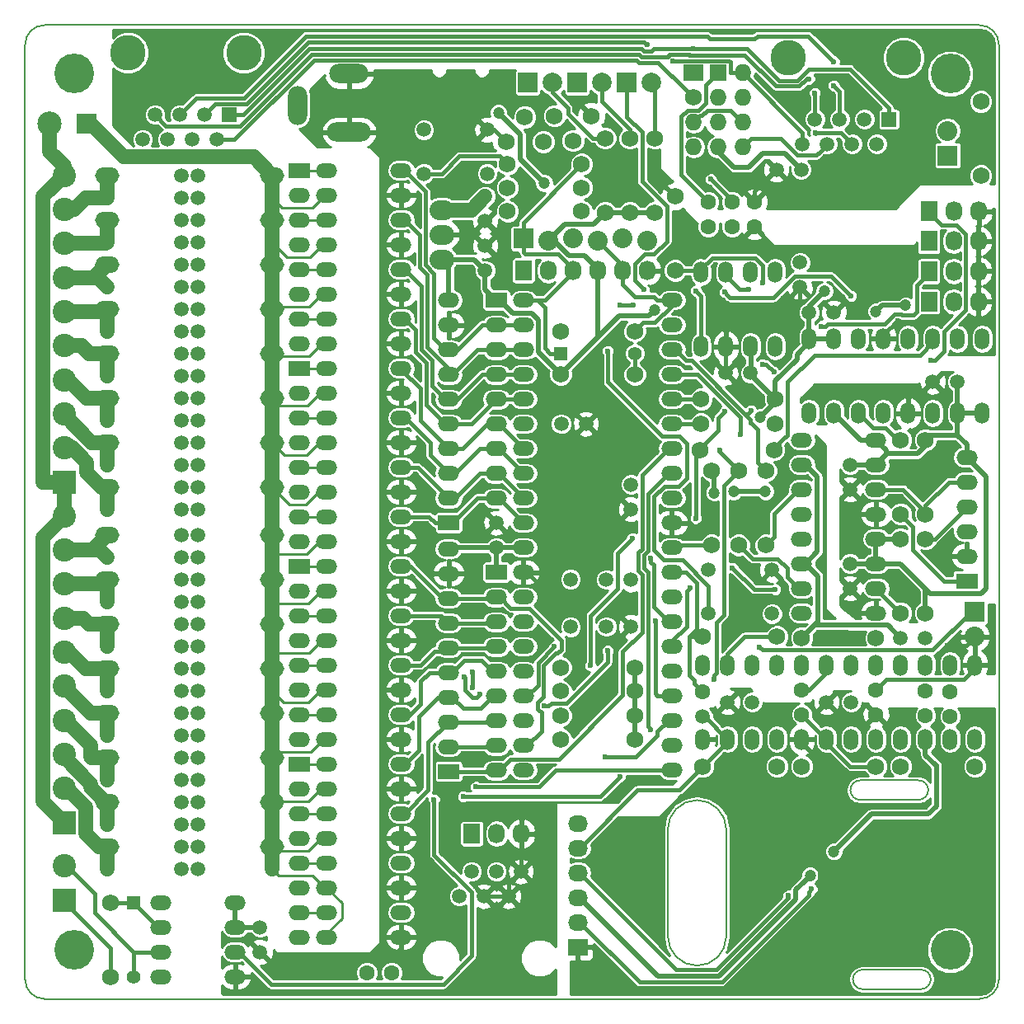
<source format=gbl>
G04 #@! TF.FileFunction,Copper,L2,Bot,Signal*
%FSLAX46Y46*%
G04 Gerber Fmt 4.6, Leading zero omitted, Abs format (unit mm)*
G04 Created by KiCad (PCBNEW 4.0.1-stable) date Mittwoch, 24. Februar 2016 11:37:32*
%MOMM*%
G01*
G04 APERTURE LIST*
%ADD10C,0.100000*%
%ADD11C,0.150000*%
%ADD12O,2.540000X2.032000*%
%ADD13R,2.000000X2.000000*%
%ADD14C,2.000000*%
%ADD15C,1.501140*%
%ADD16R,2.032000X2.032000*%
%ADD17C,2.032000*%
%ADD18C,3.649980*%
%ADD19R,1.501140X1.501140*%
%ADD20O,2.032000X2.032000*%
%ADD21R,2.032000X1.727200*%
%ADD22C,1.727200*%
%ADD23O,1.727200X1.727200*%
%ADD24R,1.727200X1.727200*%
%ADD25C,1.600000*%
%ADD26C,1.500000*%
%ADD27O,2.032000X1.727200*%
%ADD28R,1.397000X1.397000*%
%ADD29C,1.397000*%
%ADD30C,4.064000*%
%ADD31O,1.501140X2.199640*%
%ADD32O,2.199640X1.501140*%
%ADD33R,1.727200X2.032000*%
%ADD34O,1.727200X2.032000*%
%ADD35C,2.400000*%
%ADD36R,2.400000X2.400000*%
%ADD37R,2.199640X1.524000*%
%ADD38O,2.199640X1.524000*%
%ADD39R,2.197100X1.524000*%
%ADD40O,2.197100X1.524000*%
%ADD41O,2.500000X1.700000*%
%ADD42C,2.500000*%
%ADD43R,2.000000X1.998980*%
%ADD44O,1.998980X4.000500*%
%ADD45O,4.000500X1.998980*%
%ADD46O,4.500880X1.998980*%
%ADD47C,1.750060*%
%ADD48C,1.200000*%
%ADD49C,0.600000*%
%ADD50C,0.508000*%
%ADD51C,0.381000*%
%ADD52C,1.524000*%
%ADD53C,0.254000*%
G04 APERTURE END LIST*
D10*
D11*
X156104000Y-132128000D02*
G75*
G03X155104000Y-133128000I0J-1000000D01*
G01*
X155104000Y-133128000D02*
G75*
G03X156104000Y-134128000I1000000J0D01*
G01*
X163104000Y-133128000D02*
G75*
G03X162104000Y-132128000I-1000000J0D01*
G01*
X162104000Y-134128000D02*
G75*
G03X163104000Y-133128000I0J1000000D01*
G01*
X162104000Y-134128000D02*
X156104000Y-134128000D01*
X156104000Y-132128000D02*
X162104000Y-132128000D01*
X155850000Y-112683000D02*
X161850000Y-112683000D01*
X161850000Y-114683000D02*
X155850000Y-114683000D01*
X161850000Y-114683000D02*
G75*
G03X162850000Y-113683000I0J1000000D01*
G01*
X162850000Y-113683000D02*
G75*
G03X161850000Y-112683000I-1000000J0D01*
G01*
X154850000Y-113683000D02*
G75*
G03X155850000Y-114683000I1000000J0D01*
G01*
X155850000Y-112683000D02*
G75*
G03X154850000Y-113683000I0J-1000000D01*
G01*
X136104000Y-117715000D02*
X136104000Y-128715000D01*
X142104000Y-117715000D02*
X142104000Y-128715000D01*
X139104000Y-131715000D02*
G75*
G03X142104000Y-128715000I0J3000000D01*
G01*
X136104000Y-128715000D02*
G75*
G03X139104000Y-131715000I3000000J0D01*
G01*
X142104000Y-117715000D02*
G75*
G03X139104000Y-114715000I-3000000J0D01*
G01*
X139104000Y-114715000D02*
G75*
G03X136104000Y-117715000I0J-3000000D01*
G01*
X70104000Y-37128000D02*
X70104000Y-133128000D01*
X168104000Y-35128000D02*
X72104000Y-35128000D01*
X170104000Y-133128000D02*
X170104000Y-37128000D01*
X72104000Y-135128000D02*
X168104000Y-135128000D01*
X72104000Y-35128000D02*
G75*
G03X70104000Y-37128000I0J-2000000D01*
G01*
X170104000Y-37128000D02*
G75*
G03X168104000Y-35128000I-2000000J0D01*
G01*
X168104000Y-135128000D02*
G75*
G03X170104000Y-133128000I0J2000000D01*
G01*
X70104000Y-133128000D02*
G75*
G03X72104000Y-135128000I2000000J0D01*
G01*
D12*
X112903000Y-56642000D03*
X112903000Y-59182000D03*
X112903000Y-54102000D03*
D13*
X131876800Y-41046400D03*
D14*
X134416800Y-41046400D03*
D15*
X127698500Y-76073000D03*
X125158500Y-76073000D03*
D16*
X121285000Y-57048400D03*
D17*
X123825000Y-57251600D03*
X126365000Y-57048400D03*
X128905000Y-57251600D03*
X131445000Y-57048400D03*
X133985000Y-57251600D03*
D15*
X126111000Y-92047060D03*
X126111000Y-96928940D03*
D13*
X126796800Y-41046400D03*
D14*
X129336800Y-41046400D03*
D13*
X121716800Y-41046400D03*
D14*
X124256800Y-41046400D03*
D18*
X80675480Y-37973000D03*
X92544900Y-37973000D03*
D19*
X91059000Y-44323000D03*
D15*
X89789000Y-46863000D03*
X88519000Y-44323000D03*
X87249000Y-46863000D03*
X85979000Y-44323000D03*
X84709000Y-46863000D03*
X83439000Y-44323000D03*
X82169000Y-46863000D03*
D18*
X148442680Y-38455600D03*
X160312100Y-38455600D03*
D19*
X158826200Y-44805600D03*
D15*
X157556200Y-47345600D03*
X156286200Y-44805600D03*
X155016200Y-47345600D03*
X153746200Y-44805600D03*
X152476200Y-47345600D03*
X151206200Y-44805600D03*
X149936200Y-47345600D03*
D16*
X167640000Y-95377000D03*
D20*
X167640000Y-97917000D03*
D21*
X138734800Y-40030400D03*
D22*
X138734800Y-42570400D03*
D23*
X138734800Y-45110400D03*
X138734800Y-47650400D03*
D24*
X141274800Y-40030400D03*
D23*
X143814800Y-40030400D03*
X141274800Y-42570400D03*
X143814800Y-42570400D03*
X141274800Y-45110400D03*
X143814800Y-45110400D03*
X141274800Y-47650400D03*
X143814800Y-47650400D03*
D25*
X162560000Y-103530400D03*
X162560000Y-106070400D03*
X139674600Y-103581200D03*
D26*
X139674600Y-106121200D03*
D25*
X165100000Y-103581200D03*
X165100000Y-106121200D03*
X149860000Y-103378000D03*
X149860000Y-105918000D03*
X157480000Y-103378000D03*
X157480000Y-105918000D03*
D21*
X126873000Y-129794000D03*
D27*
X126873000Y-127254000D03*
X126873000Y-124714000D03*
X126873000Y-122174000D03*
X126873000Y-119634000D03*
X126873000Y-117094000D03*
D28*
X125095000Y-68834000D03*
D29*
X132715000Y-68834000D03*
D22*
X157480000Y-98044000D03*
X149860000Y-98044000D03*
X139700000Y-111252000D03*
X147320000Y-111252000D03*
X167640000Y-111252000D03*
X160020000Y-111252000D03*
X149860000Y-111252000D03*
X157480000Y-111252000D03*
X147129500Y-76073000D03*
X139509500Y-76073000D03*
X136842500Y-52705000D03*
X136842500Y-60325000D03*
X127254000Y-49403000D03*
X119634000Y-49403000D03*
X146177000Y-88519000D03*
X146177000Y-80899000D03*
X125095000Y-103505000D03*
X132715000Y-103505000D03*
X162560000Y-85344000D03*
X162560000Y-77724000D03*
X160020000Y-85344000D03*
X160020000Y-77724000D03*
X143383000Y-88519000D03*
X143383000Y-80899000D03*
X146989800Y-78740000D03*
X139369800Y-78740000D03*
X160020000Y-95504000D03*
X160020000Y-87884000D03*
X162560000Y-87884000D03*
X162560000Y-95504000D03*
X125095000Y-106045000D03*
X132715000Y-106045000D03*
X125095000Y-108458000D03*
X132715000Y-108458000D03*
X132715000Y-66548000D03*
X125095000Y-66548000D03*
X139509500Y-73533000D03*
X147129500Y-73533000D03*
D30*
X165104000Y-130128000D03*
X165104000Y-40128000D03*
X75104000Y-130128000D03*
X75104000Y-40128000D03*
D31*
X147320000Y-100838000D03*
X144780000Y-100838000D03*
X142240000Y-100838000D03*
X139700000Y-100838000D03*
X139700000Y-108458000D03*
X142240000Y-108458000D03*
X144780000Y-108458000D03*
X147320000Y-108458000D03*
X157480000Y-100838000D03*
X154940000Y-100838000D03*
X152400000Y-100838000D03*
X149860000Y-100838000D03*
X149860000Y-108458000D03*
X152400000Y-108458000D03*
X154940000Y-108458000D03*
X157480000Y-108458000D03*
X160020000Y-108458000D03*
X162560000Y-108458000D03*
X165100000Y-108458000D03*
X167640000Y-108458000D03*
X167640000Y-100838000D03*
X165100000Y-100838000D03*
X162560000Y-100838000D03*
X160020000Y-100838000D03*
D32*
X121285000Y-63373000D03*
X121285000Y-65913000D03*
X121285000Y-68453000D03*
X121285000Y-70993000D03*
X121285000Y-73533000D03*
X121285000Y-76073000D03*
X121285000Y-78613000D03*
X121285000Y-81153000D03*
X121285000Y-83693000D03*
X121285000Y-86233000D03*
X121285000Y-88773000D03*
X121285000Y-91313000D03*
X121285000Y-93853000D03*
X121285000Y-96393000D03*
X121285000Y-98933000D03*
X121285000Y-101473000D03*
X121285000Y-104013000D03*
X121285000Y-106553000D03*
X121285000Y-109093000D03*
X121285000Y-111633000D03*
X136525000Y-111633000D03*
X136525000Y-109093000D03*
X136525000Y-106553000D03*
X136525000Y-104013000D03*
X136525000Y-101473000D03*
X136525000Y-98933000D03*
X136525000Y-96393000D03*
X136525000Y-93853000D03*
X136525000Y-91313000D03*
X136525000Y-88773000D03*
X136525000Y-86233000D03*
X136525000Y-83693000D03*
X136525000Y-81153000D03*
X136525000Y-78613000D03*
X136525000Y-76073000D03*
X136525000Y-73533000D03*
X136525000Y-70993000D03*
X136525000Y-68453000D03*
X136525000Y-65913000D03*
X136525000Y-63373000D03*
X101092000Y-50038000D03*
X101092000Y-52578000D03*
X101092000Y-55118000D03*
X101092000Y-57658000D03*
X101092000Y-60198000D03*
X101092000Y-62738000D03*
X101092000Y-65278000D03*
X101092000Y-67818000D03*
X108712000Y-67818000D03*
X108712000Y-65278000D03*
X108712000Y-62738000D03*
X108712000Y-60198000D03*
X108712000Y-57658000D03*
X108712000Y-55118000D03*
X108712000Y-52578000D03*
X108712000Y-50038000D03*
X101092000Y-110998000D03*
X101092000Y-113538000D03*
X101092000Y-116078000D03*
X101092000Y-118618000D03*
X101092000Y-121158000D03*
X101092000Y-123698000D03*
X101092000Y-126238000D03*
X101092000Y-128778000D03*
X108712000Y-128778000D03*
X108712000Y-126238000D03*
X108712000Y-123698000D03*
X108712000Y-121158000D03*
X108712000Y-118618000D03*
X108712000Y-116078000D03*
X108712000Y-113538000D03*
X108712000Y-110998000D03*
X101092000Y-90678000D03*
X101092000Y-93218000D03*
X101092000Y-95758000D03*
X101092000Y-98298000D03*
X101092000Y-100838000D03*
X101092000Y-103378000D03*
X101092000Y-105918000D03*
X101092000Y-108458000D03*
X108712000Y-108458000D03*
X108712000Y-105918000D03*
X108712000Y-103378000D03*
X108712000Y-100838000D03*
X108712000Y-98298000D03*
X108712000Y-95758000D03*
X108712000Y-93218000D03*
X108712000Y-90678000D03*
D33*
X162966400Y-54229000D03*
D34*
X165506400Y-54229000D03*
X168046400Y-54229000D03*
D33*
X162915600Y-57302400D03*
D34*
X165455600Y-57302400D03*
X167995600Y-57302400D03*
D33*
X162915600Y-60401200D03*
D34*
X165455600Y-60401200D03*
X167995600Y-60401200D03*
D33*
X162915600Y-63525400D03*
D34*
X165455600Y-63525400D03*
X167995600Y-63525400D03*
D32*
X149860000Y-77724000D03*
X149860000Y-80264000D03*
X149860000Y-82804000D03*
X149860000Y-85344000D03*
X157480000Y-85344000D03*
X157480000Y-82804000D03*
X157480000Y-80264000D03*
X157480000Y-77724000D03*
D31*
X150622000Y-74930000D03*
X153162000Y-74930000D03*
X155702000Y-74930000D03*
X158242000Y-74930000D03*
X158242000Y-67310000D03*
X155702000Y-67310000D03*
X153162000Y-67310000D03*
X150622000Y-67310000D03*
D32*
X149860000Y-87884000D03*
X149860000Y-90424000D03*
X149860000Y-92964000D03*
X149860000Y-95504000D03*
X157480000Y-95504000D03*
X157480000Y-92964000D03*
X157480000Y-90424000D03*
X157480000Y-87884000D03*
D31*
X168402000Y-67373500D03*
X165862000Y-67373500D03*
X163322000Y-67373500D03*
X160782000Y-67373500D03*
X160782000Y-74993500D03*
X163322000Y-74993500D03*
X165862000Y-74993500D03*
X168402000Y-74993500D03*
X139509500Y-68135500D03*
X142049500Y-68135500D03*
X144589500Y-68135500D03*
X147129500Y-68135500D03*
X147129500Y-60515500D03*
X144589500Y-60515500D03*
X142049500Y-60515500D03*
X139509500Y-60515500D03*
D22*
X132207000Y-54356000D03*
X132207000Y-46736000D03*
X134747000Y-54356000D03*
X134747000Y-46736000D03*
X119634000Y-54229000D03*
X127254000Y-54229000D03*
X147320000Y-97917000D03*
X139700000Y-97917000D03*
X125095000Y-70993000D03*
X132715000Y-70993000D03*
X119634000Y-51816000D03*
X127254000Y-51816000D03*
X140589000Y-88519000D03*
X140589000Y-80899000D03*
D33*
X121285000Y-60325000D03*
D34*
X123825000Y-60325000D03*
X126365000Y-60325000D03*
X128905000Y-60325000D03*
X131445000Y-60325000D03*
X133985000Y-60325000D03*
D28*
X81280000Y-125222000D03*
D29*
X81280000Y-132842000D03*
D32*
X84074000Y-125222000D03*
X84074000Y-127762000D03*
X84074000Y-130302000D03*
X84074000Y-132842000D03*
X91694000Y-132842000D03*
X91694000Y-130302000D03*
X91694000Y-127762000D03*
X91694000Y-125222000D03*
D22*
X78867000Y-125222000D03*
X78867000Y-132842000D03*
X125095000Y-101092000D03*
X132715000Y-101092000D03*
D16*
X164846000Y-48514000D03*
D20*
X164846000Y-45974000D03*
D22*
X168249600Y-50596800D03*
X168249600Y-42976800D03*
D35*
X74168000Y-121468000D03*
D36*
X74168000Y-124968000D03*
D37*
X118491000Y-63373000D03*
D38*
X118491000Y-65913000D03*
X118491000Y-68453000D03*
X118491000Y-70993000D03*
X118491000Y-73533000D03*
X118491000Y-76073000D03*
X118491000Y-78613000D03*
X118491000Y-81153000D03*
X118491000Y-83693000D03*
D37*
X118491000Y-91313000D03*
D38*
X118491000Y-93853000D03*
X118491000Y-96393000D03*
X118491000Y-98933000D03*
X118491000Y-101473000D03*
X118491000Y-104013000D03*
X118491000Y-106553000D03*
X118491000Y-109093000D03*
X118491000Y-111633000D03*
D35*
X74106000Y-110032500D03*
X74106000Y-113532500D03*
X74106000Y-106532500D03*
X74106000Y-103032500D03*
X74106000Y-99532500D03*
X74106000Y-96032500D03*
D36*
X74106000Y-117032500D03*
D35*
X74106000Y-92532500D03*
X74106000Y-89032500D03*
X74106000Y-85532500D03*
X74106000Y-75044000D03*
X74106000Y-78544000D03*
X74106000Y-71544000D03*
X74106000Y-68044000D03*
X74106000Y-64544000D03*
X74106000Y-61044000D03*
D36*
X74106000Y-82044000D03*
D35*
X74106000Y-57544000D03*
X74106000Y-54044000D03*
X74106000Y-50544000D03*
D15*
X150622000Y-64643000D03*
X153162000Y-64643000D03*
X160020000Y-98044000D03*
X162560000Y-98044000D03*
X154940000Y-104648000D03*
X152400000Y-104648000D03*
X144780000Y-104648000D03*
X142240000Y-104648000D03*
X94234000Y-127762000D03*
X94234000Y-130302000D03*
X118491000Y-88773000D03*
X118491000Y-86233000D03*
D22*
X129667000Y-54356000D03*
X129667000Y-46736000D03*
D15*
X117348000Y-52705000D03*
X117348000Y-55245000D03*
X117348000Y-60325000D03*
X117348000Y-57785000D03*
X129794000Y-92075000D03*
X132334000Y-92075000D03*
X129794000Y-96901000D03*
X132334000Y-96901000D03*
X132334000Y-82296000D03*
X132334000Y-84836000D03*
X165862000Y-71755000D03*
X163322000Y-71755000D03*
X154813000Y-80264000D03*
X154813000Y-82804000D03*
X154813000Y-90424000D03*
X154813000Y-92964000D03*
D39*
X98298000Y-50038000D03*
D40*
X98298000Y-52578000D03*
X98298000Y-55118000D03*
X98298000Y-57658000D03*
X98298000Y-60198000D03*
X98298000Y-62738000D03*
X98298000Y-65278000D03*
X98298000Y-67818000D03*
D39*
X98298000Y-70358000D03*
D40*
X98298000Y-72898000D03*
X98298000Y-75438000D03*
X98298000Y-77978000D03*
X98298000Y-80518000D03*
X98298000Y-83058000D03*
X98298000Y-85598000D03*
X98298000Y-88138000D03*
D39*
X98298000Y-90678000D03*
D40*
X98298000Y-93218000D03*
X98298000Y-95758000D03*
X98298000Y-98298000D03*
X98298000Y-100838000D03*
X98298000Y-103378000D03*
X98298000Y-105918000D03*
X98298000Y-108458000D03*
D39*
X98298000Y-110998000D03*
D40*
X98298000Y-113538000D03*
X98298000Y-116078000D03*
X98298000Y-118618000D03*
X98298000Y-121158000D03*
X98298000Y-123698000D03*
X98298000Y-126238000D03*
X98298000Y-128778000D03*
X113588800Y-65913000D03*
X113588800Y-68453000D03*
X113588800Y-70993000D03*
X113588800Y-76073000D03*
X113588800Y-78613000D03*
X113588800Y-81153000D03*
X113588800Y-63373000D03*
X113588800Y-73533000D03*
D39*
X113588800Y-86233000D03*
D40*
X113588800Y-83693000D03*
X113588800Y-91440000D03*
X113588800Y-93980000D03*
X113588800Y-96520000D03*
X113588800Y-101600000D03*
X113588800Y-104140000D03*
X113588800Y-106680000D03*
X113588800Y-88900000D03*
X113588800Y-99060000D03*
D39*
X113588800Y-111760000D03*
D40*
X113588800Y-109220000D03*
X166801800Y-84582000D03*
X166801800Y-87122000D03*
X166801800Y-79502000D03*
X166801800Y-82042000D03*
D39*
X166801800Y-92202000D03*
D40*
X166801800Y-89662000D03*
D26*
X146786600Y-91069160D03*
X140284200Y-95570040D03*
X146786600Y-95570040D03*
X140284200Y-91069160D03*
X117551200Y-45882560D03*
X111048800Y-50383440D03*
X117551200Y-50383440D03*
X111048800Y-45882560D03*
D32*
X101092000Y-70358000D03*
X101092000Y-72898000D03*
X101092000Y-75438000D03*
X101092000Y-77978000D03*
X101092000Y-80518000D03*
X101092000Y-83058000D03*
X101092000Y-85598000D03*
X101092000Y-88138000D03*
X108712000Y-88138000D03*
X108712000Y-85598000D03*
X108712000Y-83058000D03*
X108712000Y-80518000D03*
X108712000Y-77978000D03*
X108712000Y-75438000D03*
X108712000Y-72898000D03*
X108712000Y-70358000D03*
D26*
X86156800Y-50546000D03*
D41*
X78536800Y-50546000D03*
X95504000Y-50546000D03*
D26*
X87884000Y-50546000D03*
X78536800Y-52832000D03*
X86156800Y-52832000D03*
X87884000Y-52832000D03*
X95504000Y-52832000D03*
X86156800Y-55118000D03*
D41*
X78536800Y-55118000D03*
X95504000Y-55118000D03*
D26*
X87884000Y-55118000D03*
X78536800Y-57404000D03*
X86156800Y-57404000D03*
X87884000Y-57404000D03*
X95504000Y-57404000D03*
X86156800Y-59690000D03*
D41*
X78536800Y-59690000D03*
X95504000Y-59690000D03*
D26*
X87884000Y-59690000D03*
X78536800Y-61976000D03*
X86156800Y-61976000D03*
X87884000Y-61976000D03*
X95504000Y-61976000D03*
X86156800Y-64262000D03*
D41*
X78536800Y-64262000D03*
X95504000Y-64262000D03*
D26*
X87884000Y-64262000D03*
X78536800Y-66548000D03*
X86156800Y-66548000D03*
X87884000Y-66548000D03*
X95504000Y-66548000D03*
X86156800Y-68834000D03*
D41*
X78536800Y-68834000D03*
X95504000Y-68834000D03*
D26*
X87884000Y-68834000D03*
X78536800Y-71120000D03*
X86156800Y-71120000D03*
X87884000Y-71120000D03*
X95504000Y-71120000D03*
X86156800Y-73406000D03*
D41*
X78536800Y-73406000D03*
X95504000Y-73406000D03*
D26*
X87884000Y-73406000D03*
X78536800Y-75692000D03*
X86156800Y-75692000D03*
X87884000Y-75692000D03*
X95504000Y-75692000D03*
X86131400Y-77978000D03*
D41*
X78511400Y-77978000D03*
X95504000Y-77978000D03*
D26*
X87884000Y-77978000D03*
X78536800Y-80264000D03*
X86156800Y-80264000D03*
X87884000Y-80264000D03*
X95504000Y-80264000D03*
X86156800Y-82550000D03*
D41*
X78536800Y-82550000D03*
X95504000Y-82550000D03*
D26*
X87884000Y-82550000D03*
X78536800Y-84836000D03*
X86156800Y-84836000D03*
X87884000Y-84836000D03*
X95504000Y-84836000D03*
X86156800Y-87503000D03*
D41*
X78536800Y-87503000D03*
X95504000Y-87503000D03*
D26*
X87884000Y-87503000D03*
X78536800Y-89789000D03*
X86156800Y-89789000D03*
X87884000Y-89789000D03*
X95504000Y-89789000D03*
X86156800Y-92075000D03*
D41*
X78536800Y-92075000D03*
X95504000Y-92075000D03*
D26*
X87884000Y-92075000D03*
X78536800Y-94361000D03*
X86156800Y-94361000D03*
X87884000Y-94361000D03*
X95504000Y-94361000D03*
X86156800Y-96647000D03*
D41*
X78536800Y-96647000D03*
X95504000Y-96647000D03*
D26*
X87884000Y-96647000D03*
X78536800Y-98933000D03*
X86156800Y-98933000D03*
X86156800Y-101219000D03*
D41*
X78536800Y-101219000D03*
X95504000Y-101219000D03*
D26*
X87884000Y-101219000D03*
X78536800Y-103505000D03*
X86156800Y-103505000D03*
X87884000Y-103505000D03*
X95504000Y-103505000D03*
X86156800Y-105791000D03*
D41*
X78536800Y-105791000D03*
X95504000Y-105791000D03*
D26*
X87884000Y-105791000D03*
X78536800Y-108077000D03*
X86156800Y-108077000D03*
X87884000Y-108077000D03*
X95504000Y-108077000D03*
X86156800Y-110363000D03*
D41*
X78536800Y-110363000D03*
X95504000Y-110363000D03*
D26*
X87884000Y-110363000D03*
X78536800Y-112649000D03*
X86156800Y-112649000D03*
X87884000Y-112649000D03*
X95504000Y-112649000D03*
X86156800Y-114935000D03*
D41*
X78536800Y-114935000D03*
X95504000Y-114935000D03*
D26*
X87884000Y-114935000D03*
X78536800Y-117221000D03*
X86156800Y-117221000D03*
X87884000Y-117221000D03*
X95504000Y-117221000D03*
X86156800Y-119507000D03*
D41*
X78536800Y-119507000D03*
X95504000Y-119507000D03*
D26*
X87884000Y-119507000D03*
X78536800Y-121793000D03*
X86156800Y-121793000D03*
X87884000Y-121793000D03*
X95504000Y-121793000D03*
D42*
X72644000Y-45212000D03*
D43*
X76454000Y-45212000D03*
D25*
X105181400Y-132435600D03*
X107721400Y-132435600D03*
D26*
X87884000Y-98933000D03*
X95504000Y-98933000D03*
D15*
X121031000Y-122047000D03*
X119761000Y-124587000D03*
X118491000Y-122047000D03*
X117221000Y-124587000D03*
X115951000Y-122047000D03*
X114681000Y-124587000D03*
X149783800Y-49961800D03*
X147243800Y-49961800D03*
D25*
X140284200Y-55841900D03*
X140284200Y-53301900D03*
X142697200Y-55841900D03*
X142697200Y-53301900D03*
X144983200Y-55841900D03*
X144983200Y-53301900D03*
D44*
X98077020Y-43378120D03*
D45*
X103378000Y-40126920D03*
D46*
X103378000Y-46128940D03*
D47*
X123317000Y-47117000D03*
X121412000Y-44577000D03*
X119507000Y-47117000D03*
X124460000Y-44450000D03*
X126365000Y-46990000D03*
X128270000Y-44450000D03*
D15*
X149669500Y-59499500D03*
X149669500Y-62039500D03*
X144576800Y-70840600D03*
X142036800Y-70840600D03*
D33*
X115976400Y-118160800D03*
D34*
X118516400Y-118160800D03*
X121056400Y-118160800D03*
D48*
X160526697Y-63916001D03*
X145612681Y-75389749D03*
X157480000Y-64516000D03*
X123405252Y-51350554D03*
X118719600Y-44119800D03*
X152194899Y-62433280D03*
X140868400Y-83143621D03*
X142875000Y-83032600D03*
X146126200Y-83007200D03*
X134716115Y-64358097D03*
D49*
X146050000Y-85852000D03*
X143256000Y-84836000D03*
X153162000Y-98552000D03*
X154178000Y-97536000D03*
X156636466Y-62230000D03*
X159004000Y-62992000D03*
X159713488Y-65502490D03*
X164846000Y-98806000D03*
X141859000Y-63931800D03*
X129514600Y-93421200D03*
X115265200Y-126822200D03*
X116768520Y-103853208D03*
X115231167Y-102023149D03*
X116382800Y-113360200D03*
X116078000Y-103174800D03*
X116052600Y-101549200D03*
X134360663Y-89884594D03*
X129921000Y-99385480D03*
X123444000Y-105029000D03*
X131165600Y-112323520D03*
X115077851Y-114359775D03*
X134366000Y-107467400D03*
X132486400Y-87807800D03*
X128168400Y-100888800D03*
X141427200Y-78816200D03*
X140843000Y-102285800D03*
X145827492Y-69942912D03*
X147006484Y-70762404D03*
X141935200Y-74828400D03*
X151892000Y-66038329D03*
X138963400Y-85775800D03*
X138404600Y-92887800D03*
X144653000Y-74726800D03*
X163093400Y-69554350D03*
X129667000Y-110236000D03*
X142748000Y-90855800D03*
X147142200Y-93065600D03*
X138954236Y-62400694D03*
X141935200Y-62560200D03*
X154914600Y-62941200D03*
X140512800Y-50952400D03*
X138734800Y-37504764D03*
X133958676Y-37113297D03*
X151257000Y-46177200D03*
X153141302Y-41330502D03*
X153162000Y-38862000D03*
X151206200Y-42113200D03*
X150622000Y-40640000D03*
X136637972Y-38838113D03*
X143535400Y-77165200D03*
X145516600Y-99009200D03*
X134797800Y-96316800D03*
X148488400Y-124536200D03*
X150876000Y-123845680D03*
X145872200Y-61595000D03*
X131206978Y-63881000D03*
X132588000Y-63881000D03*
X133629400Y-62306200D03*
X129946400Y-68605400D03*
X124460000Y-98958400D03*
X112099740Y-114653240D03*
X162052000Y-50673000D03*
D48*
X150723600Y-122428000D03*
X153162000Y-119989600D03*
D49*
X144373600Y-62250680D03*
D50*
X158699200Y-96723200D02*
X151180800Y-96723200D01*
X160020000Y-98044000D02*
X158699200Y-96723200D01*
X150209250Y-90424000D02*
X151483922Y-91698672D01*
X151483922Y-96420078D02*
X151180800Y-96723200D01*
X151483922Y-91698672D02*
X151483922Y-96420078D01*
X150622000Y-67310000D02*
X151903430Y-67310000D01*
X150622000Y-67659250D02*
X150622000Y-67310000D01*
X149363430Y-68917820D02*
X150622000Y-67659250D01*
X147129500Y-73533000D02*
X147129500Y-71705732D01*
X147129500Y-71705732D02*
X149363430Y-69471802D01*
X149363430Y-69471802D02*
X149363430Y-68917820D01*
X145612681Y-75389749D02*
X147129500Y-73872930D01*
X147129500Y-73872930D02*
X147129500Y-73533000D01*
X157480000Y-64516000D02*
X158079999Y-63916001D01*
X158079999Y-63916001D02*
X160526697Y-63916001D01*
X151903430Y-67310000D02*
X153162000Y-67310000D01*
X122805253Y-50750555D02*
X123405252Y-51350554D01*
X120951601Y-46351801D02*
X120951601Y-48896903D01*
X118719600Y-44119800D02*
X120951601Y-46351801D01*
X120951601Y-48896903D02*
X122805253Y-50750555D01*
X150622000Y-67310000D02*
X150622000Y-64006179D01*
X150622000Y-64006179D02*
X151594900Y-63033279D01*
X151594900Y-63033279D02*
X152194899Y-62433280D01*
X131129904Y-64958096D02*
X134116116Y-64958096D01*
X134116116Y-64958096D02*
X134716115Y-64358097D01*
X128905000Y-67183000D02*
X131129904Y-64958096D01*
X140868400Y-83143621D02*
X140868400Y-81178400D01*
X140868400Y-81178400D02*
X140589000Y-80899000D01*
X146126200Y-83007200D02*
X142900400Y-83007200D01*
X142900400Y-83007200D02*
X142875000Y-83032600D01*
X149860000Y-90424000D02*
X150209250Y-90424000D01*
X150209250Y-90424000D02*
X151467820Y-89165430D01*
X151467820Y-89165430D02*
X151467820Y-81522570D01*
X151467820Y-81522570D02*
X150209250Y-80264000D01*
X150209250Y-80264000D02*
X149860000Y-80264000D01*
X144653000Y-70739000D02*
X144653000Y-71056500D01*
X144653000Y-71056500D02*
X147129500Y-73533000D01*
X144653000Y-70739000D02*
X144653000Y-68199000D01*
X144653000Y-68199000D02*
X144589500Y-68135500D01*
X151180800Y-96723200D02*
X149860000Y-98044000D01*
X125095000Y-70993000D02*
X128905000Y-67183000D01*
X128905000Y-67183000D02*
X128905000Y-60325000D01*
X132207000Y-54356000D02*
X134747000Y-54356000D01*
X129667000Y-54356000D02*
X132207000Y-54356000D01*
X123825000Y-57251600D02*
X125498201Y-55578399D01*
X125498201Y-55578399D02*
X128444601Y-55578399D01*
X128444601Y-55578399D02*
X128803401Y-55219599D01*
X128803401Y-55219599D02*
X129667000Y-54356000D01*
X123825000Y-57251600D02*
X124392598Y-57251600D01*
X125941998Y-58801000D02*
X127533400Y-58801000D01*
X124392598Y-57251600D02*
X125941998Y-58801000D01*
X127533400Y-58801000D02*
X128905000Y-60172600D01*
X128905000Y-60172600D02*
X128905000Y-60325000D01*
X132715000Y-103505000D02*
X132715000Y-101092000D01*
X132715000Y-106045000D02*
X132715000Y-103505000D01*
X132715000Y-108458000D02*
X132715000Y-106045000D01*
X125095000Y-70993000D02*
X122838830Y-68736830D01*
X122838830Y-68736830D02*
X122838830Y-65414047D01*
X122838830Y-65414047D02*
X122133203Y-64708420D01*
X122133203Y-64708420D02*
X120164240Y-64708420D01*
X118828820Y-63373000D02*
X118491000Y-63373000D01*
X120164240Y-64708420D02*
X118828820Y-63373000D01*
X117348000Y-60325000D02*
X117348000Y-62230000D01*
X117348000Y-62230000D02*
X118491000Y-63373000D01*
X112903000Y-59182000D02*
X116205000Y-59182000D01*
X116205000Y-59182000D02*
X117348000Y-60325000D01*
X113588800Y-63373000D02*
X113588800Y-59867800D01*
X113588800Y-59867800D02*
X112903000Y-59182000D01*
X118491000Y-88773000D02*
X113715800Y-88773000D01*
X113715800Y-88773000D02*
X113588800Y-88900000D01*
X118491000Y-88773000D02*
X118491000Y-91313000D01*
X118491000Y-88773000D02*
X121285000Y-88773000D01*
X91694000Y-125222000D02*
X91694000Y-127762000D01*
X91694000Y-127762000D02*
X94234000Y-127762000D01*
D51*
X143256000Y-84836000D02*
X145034000Y-84836000D01*
X145034000Y-84836000D02*
X146050000Y-85852000D01*
X154178000Y-97536000D02*
X153162000Y-98552000D01*
X159004000Y-62992000D02*
X157398466Y-62992000D01*
X157398466Y-62992000D02*
X156636466Y-62230000D01*
X158242000Y-67310000D02*
X158242000Y-66960750D01*
X158242000Y-66960750D02*
X159700260Y-65502490D01*
X159700260Y-65502490D02*
X159713488Y-65502490D01*
X142036800Y-70840600D02*
X142036800Y-68148200D01*
X142036800Y-68148200D02*
X142049500Y-68135500D01*
X164846000Y-98806000D02*
X166751000Y-98806000D01*
X166751000Y-98806000D02*
X167640000Y-97917000D01*
X149021800Y-63931800D02*
X149669500Y-63284100D01*
X149669500Y-63284100D02*
X149669500Y-62039500D01*
X141859000Y-63931800D02*
X149021800Y-63931800D01*
X142049500Y-68135500D02*
X142049500Y-64122300D01*
X142049500Y-64122300D02*
X141859000Y-63931800D01*
X117551200Y-45882560D02*
X118272560Y-45882560D01*
X118272560Y-45882560D02*
X119507000Y-47117000D01*
X121056400Y-118160800D02*
X121056400Y-122021600D01*
X121056400Y-122021600D02*
X121031000Y-122047000D01*
X167640000Y-100838000D02*
X167640000Y-97917000D01*
X157480000Y-103378000D02*
X158529670Y-102328330D01*
X158529670Y-102328330D02*
X166498920Y-102328330D01*
X166498920Y-102328330D02*
X167640000Y-101187250D01*
X167640000Y-101187250D02*
X167640000Y-100838000D01*
X121285000Y-91313000D02*
X121634250Y-91313000D01*
X121634250Y-91313000D02*
X123742450Y-93421200D01*
X123742450Y-93421200D02*
X129514600Y-93421200D01*
X113309400Y-128778000D02*
X115265200Y-126822200D01*
X108712000Y-128778000D02*
X113309400Y-128778000D01*
X107315000Y-130429000D02*
X108192570Y-130429000D01*
X108712000Y-129909570D02*
X108712000Y-128778000D01*
X108192570Y-130429000D02*
X108712000Y-129909570D01*
X106781600Y-130962400D02*
X107315000Y-130429000D01*
X103073200Y-130962400D02*
X106781600Y-130962400D01*
X102285800Y-131749800D02*
X103073200Y-130962400D01*
X95681800Y-131749800D02*
X102285800Y-131749800D01*
X94234000Y-130302000D02*
X95681800Y-131749800D01*
X119761000Y-124587000D02*
X117221000Y-124587000D01*
X119761000Y-124587000D02*
X119761000Y-123317000D01*
X119761000Y-123317000D02*
X121031000Y-122047000D01*
X121285000Y-55372000D02*
X121285000Y-55651400D01*
X121285000Y-55651400D02*
X121285000Y-57048400D01*
X127254000Y-49403000D02*
X121285000Y-55372000D01*
X126365000Y-60325000D02*
X126365000Y-60172600D01*
X126365000Y-60172600D02*
X124850501Y-58658101D01*
X124850501Y-58658101D02*
X121497701Y-58658101D01*
X121497701Y-58658101D02*
X121285000Y-58445400D01*
X121285000Y-58445400D02*
X121285000Y-57048400D01*
X122765820Y-63373000D02*
X123469400Y-63373000D01*
X123469400Y-63373000D02*
X126365000Y-60477400D01*
X126365000Y-60477400D02*
X126365000Y-60325000D01*
X125095000Y-68834000D02*
X124015500Y-68834000D01*
X124015500Y-68834000D02*
X123483342Y-68301842D01*
X123483342Y-68301842D02*
X123483340Y-64090520D01*
X123483340Y-64090520D02*
X122765820Y-63373000D01*
X122765820Y-63373000D02*
X121285000Y-63373000D01*
X131445000Y-61722000D02*
X131445000Y-60325000D01*
X132719702Y-62996702D02*
X131445000Y-61722000D01*
X135044180Y-63373000D02*
X134667882Y-62996702D01*
X136525000Y-63373000D02*
X135044180Y-63373000D01*
X134667882Y-62996702D02*
X132719702Y-62996702D01*
X136525000Y-63950020D02*
X136525000Y-63373000D01*
X134790619Y-65684401D02*
X136525000Y-63950020D01*
X133578599Y-65684401D02*
X134790619Y-65684401D01*
X132715000Y-66548000D02*
X133578599Y-65684401D01*
X131445000Y-60325000D02*
X131445000Y-59791600D01*
X131445000Y-59791600D02*
X129920999Y-58267599D01*
X129920999Y-58267599D02*
X128905000Y-57251600D01*
X111242490Y-52219240D02*
X111242490Y-59764595D01*
X111242490Y-59764595D02*
X112099740Y-60621845D01*
X112099740Y-60621845D02*
X112099740Y-67300490D01*
X108712000Y-50038000D02*
X109061250Y-50038000D01*
X109061250Y-50038000D02*
X111242490Y-52219240D01*
X112099740Y-67300490D02*
X113252250Y-68453000D01*
X113252250Y-68453000D02*
X113588800Y-68453000D01*
X118491000Y-65913000D02*
X121285000Y-65913000D01*
X113588800Y-68453000D02*
X114503200Y-68453000D01*
X114503200Y-68453000D02*
X117043200Y-65913000D01*
X117043200Y-65913000D02*
X118491000Y-65913000D01*
X109061250Y-55118000D02*
X108712000Y-55118000D01*
X111379000Y-68209645D02*
X111379000Y-60722777D01*
X113588800Y-70993000D02*
X113588800Y-70419445D01*
X110661479Y-56718229D02*
X109061250Y-55118000D01*
X110661479Y-60005257D02*
X110661479Y-56718229D01*
X111379000Y-60722777D02*
X110661479Y-60005257D01*
X113588800Y-70419445D02*
X111379000Y-68209645D01*
X118491000Y-68453000D02*
X121285000Y-68453000D01*
X113588800Y-70993000D02*
X113969800Y-70993000D01*
X113969800Y-70993000D02*
X116509800Y-68453000D01*
X116509800Y-68453000D02*
X118491000Y-68453000D01*
X113588800Y-73533000D02*
X113252250Y-73533000D01*
X111912400Y-69564718D02*
X110797989Y-68450307D01*
X110797989Y-61934739D02*
X109061250Y-60198000D01*
X111912400Y-72193150D02*
X111912400Y-69564718D01*
X109061250Y-60198000D02*
X108712000Y-60198000D01*
X113252250Y-73533000D02*
X111912400Y-72193150D01*
X110797989Y-68450307D02*
X110797989Y-61934739D01*
X118491000Y-70993000D02*
X121285000Y-70993000D01*
X113588800Y-73533000D02*
X114477800Y-73533000D01*
X114477800Y-73533000D02*
X117017800Y-70993000D01*
X117017800Y-70993000D02*
X118491000Y-70993000D01*
X109061250Y-65278000D02*
X108712000Y-65278000D01*
X113588800Y-76073000D02*
X113252250Y-76073000D01*
X110216978Y-66433728D02*
X109061250Y-65278000D01*
X110216978Y-68690969D02*
X110216978Y-66433728D01*
X111302800Y-69776791D02*
X110216978Y-68690969D01*
X113252250Y-76073000D02*
X111302800Y-74123550D01*
X111302800Y-74123550D02*
X111302800Y-69776791D01*
X118491000Y-73533000D02*
X121285000Y-73533000D01*
X113588800Y-76073000D02*
X115951000Y-76073000D01*
X115951000Y-76073000D02*
X118491000Y-73533000D01*
X108712000Y-70358000D02*
X108712000Y-70485000D01*
X108712000Y-70485000D02*
X110693200Y-72466200D01*
X110693200Y-72466200D02*
X110693200Y-75717400D01*
X110693200Y-75717400D02*
X113588800Y-78613000D01*
X118491000Y-76073000D02*
X118745000Y-76073000D01*
X118745000Y-76073000D02*
X121285000Y-78613000D01*
X118491000Y-76073000D02*
X117525800Y-76073000D01*
X117525800Y-76073000D02*
X114985800Y-78613000D01*
X114985800Y-78613000D02*
X113588800Y-78613000D01*
X118491000Y-78613000D02*
X118745000Y-78613000D01*
X118745000Y-78613000D02*
X121285000Y-81153000D01*
X113588800Y-81153000D02*
X114223800Y-81153000D01*
X114223800Y-81153000D02*
X116763800Y-78613000D01*
X116763800Y-78613000D02*
X118491000Y-78613000D01*
X108712000Y-75438000D02*
X109169200Y-75438000D01*
X109169200Y-75438000D02*
X111709200Y-77978000D01*
X111709200Y-77978000D02*
X111709200Y-79273400D01*
X111709200Y-79273400D02*
X113588800Y-81153000D01*
X118491000Y-81153000D02*
X118745000Y-81153000D01*
X118745000Y-81153000D02*
X121285000Y-83693000D01*
X113588800Y-83693000D02*
X114300000Y-83693000D01*
X114300000Y-83693000D02*
X116840000Y-81153000D01*
X116840000Y-81153000D02*
X118491000Y-81153000D01*
X108712000Y-80518000D02*
X110413800Y-80518000D01*
X110413800Y-80518000D02*
X113588800Y-83693000D01*
X118491000Y-83693000D02*
X118745000Y-83693000D01*
X118745000Y-83693000D02*
X121285000Y-86233000D01*
X113588800Y-86233000D02*
X113995200Y-86233000D01*
X113995200Y-86233000D02*
X116535200Y-83693000D01*
X116535200Y-83693000D02*
X118491000Y-83693000D01*
X108712000Y-85598000D02*
X111582200Y-85598000D01*
X112217200Y-86233000D02*
X113588800Y-86233000D01*
X111582200Y-85598000D02*
X112217200Y-86233000D01*
X121634250Y-109093000D02*
X121285000Y-109093000D01*
X125150502Y-99289842D02*
X124791442Y-99648902D01*
X124791442Y-99648902D02*
X124591170Y-99648902D01*
X124591170Y-99648902D02*
X123356341Y-100883731D01*
X122753498Y-105360442D02*
X123112558Y-105719502D01*
X123112558Y-105719502D02*
X123112558Y-107614692D01*
X123356341Y-100883731D02*
X123356341Y-104094715D01*
X123356341Y-104094715D02*
X122753498Y-104697558D01*
X122753498Y-104697558D02*
X122753498Y-105360442D01*
X118491000Y-93853000D02*
X118828820Y-93853000D01*
X118828820Y-93853000D02*
X119971820Y-94996000D01*
X119971820Y-94996000D02*
X121850980Y-94996000D01*
X121850980Y-94996000D02*
X125150502Y-98295522D01*
X125150502Y-98295522D02*
X125150502Y-99289842D01*
X123112558Y-107614692D02*
X121634250Y-109093000D01*
X113588800Y-93980000D02*
X118364000Y-93980000D01*
X118364000Y-93980000D02*
X118491000Y-93853000D01*
X108712000Y-90678000D02*
X109677200Y-90678000D01*
X109677200Y-90678000D02*
X112979200Y-93980000D01*
X112979200Y-93980000D02*
X113588800Y-93980000D01*
X115316000Y-102181010D02*
X115316000Y-103434744D01*
X116468521Y-104153207D02*
X116768520Y-103853208D01*
X116034463Y-104153207D02*
X116468521Y-104153207D01*
X115316000Y-103434744D02*
X116034463Y-104153207D01*
X113588800Y-96520000D02*
X118364000Y-96520000D01*
X118364000Y-96520000D02*
X118491000Y-96393000D01*
X108712000Y-95758000D02*
X112826800Y-95758000D01*
X112826800Y-95758000D02*
X113588800Y-96520000D01*
X116382800Y-113360200D02*
X122870542Y-113360200D01*
X122870542Y-113360200D02*
X124597742Y-111633000D01*
X124597742Y-111633000D02*
X135044180Y-111633000D01*
X135044180Y-111633000D02*
X136525000Y-111633000D01*
X116052600Y-102158800D02*
X116078000Y-102184200D01*
X116078000Y-102184200D02*
X116078000Y-103174800D01*
X116052600Y-101549200D02*
X116052600Y-102158800D01*
X113588800Y-99060000D02*
X118364000Y-99060000D01*
X118364000Y-99060000D02*
X118491000Y-98933000D01*
X108712000Y-100838000D02*
X110744000Y-100838000D01*
X112141000Y-99441000D02*
X113207800Y-99441000D01*
X110744000Y-100838000D02*
X112141000Y-99441000D01*
X113207800Y-99441000D02*
X113588800Y-99060000D01*
X117010180Y-100330000D02*
X118153180Y-101473000D01*
X113588800Y-101600000D02*
X113925350Y-101600000D01*
X115195350Y-100330000D02*
X117010180Y-100330000D01*
X113925350Y-101600000D02*
X115195350Y-100330000D01*
X118153180Y-101473000D02*
X118491000Y-101473000D01*
X118364000Y-101600000D02*
X118491000Y-101473000D01*
X108712000Y-105918000D02*
X109626400Y-105918000D01*
X109626400Y-105918000D02*
X110693200Y-104851200D01*
X110693200Y-104851200D02*
X110693200Y-102514400D01*
X110693200Y-102514400D02*
X111607600Y-101600000D01*
X111607600Y-101600000D02*
X113588800Y-101600000D01*
X134360663Y-90308858D02*
X134360663Y-89884594D01*
X134637093Y-90585288D02*
X134360663Y-90308858D01*
X134637093Y-94854343D02*
X134637093Y-90585288D01*
X136175750Y-96393000D02*
X134637093Y-94854343D01*
X136525000Y-96393000D02*
X136175750Y-96393000D01*
X118153180Y-104013000D02*
X118491000Y-104013000D01*
X116883180Y-105283000D02*
X118153180Y-104013000D01*
X115068350Y-105283000D02*
X116883180Y-105283000D01*
X113925350Y-104140000D02*
X115068350Y-105283000D01*
X113588800Y-104140000D02*
X113925350Y-104140000D01*
X108712000Y-110998000D02*
X109118400Y-110998000D01*
X109118400Y-110998000D02*
X110540800Y-109575600D01*
X110540800Y-109575600D02*
X110540800Y-106121200D01*
X110540800Y-106121200D02*
X112522000Y-104140000D01*
X112522000Y-104140000D02*
X113588800Y-104140000D01*
X129921000Y-100535070D02*
X129921000Y-99809744D01*
X123444000Y-105029000D02*
X123868264Y-105029000D01*
X129921000Y-99809744D02*
X129921000Y-99385480D01*
X123868264Y-105029000D02*
X124138163Y-104759101D01*
X124138163Y-104759101D02*
X125696969Y-104759101D01*
X125696969Y-104759101D02*
X129921000Y-100535070D01*
X113588800Y-106680000D02*
X118364000Y-106680000D01*
X118364000Y-106680000D02*
X118491000Y-106553000D01*
X108712000Y-116078000D02*
X109067600Y-116078000D01*
X109067600Y-116078000D02*
X111480600Y-113665000D01*
X111480600Y-113665000D02*
X111480600Y-108788200D01*
X111480600Y-108788200D02*
X113588800Y-106680000D01*
X136525000Y-81153000D02*
X136175750Y-81153000D01*
X136175750Y-81153000D02*
X134081898Y-83246852D01*
X134081898Y-83246852D02*
X134081898Y-89141417D01*
X134066001Y-107167401D02*
X134366000Y-107467400D01*
X133670162Y-89553153D02*
X133670162Y-90900703D01*
X134056082Y-107157482D02*
X134066001Y-107167401D01*
X134056082Y-91286623D02*
X134056082Y-107157482D01*
X133670162Y-90900703D02*
X134056082Y-91286623D01*
X134081898Y-89141417D02*
X133670162Y-89553153D01*
X130865601Y-112623519D02*
X131165600Y-112323520D01*
X129129345Y-114359775D02*
X130865601Y-112623519D01*
X115077851Y-114359775D02*
X129129345Y-114359775D01*
X113588800Y-109220000D02*
X118364000Y-109220000D01*
X118364000Y-109220000D02*
X118491000Y-109093000D01*
X136175750Y-78613000D02*
X136525000Y-78613000D01*
X133500887Y-88900755D02*
X133500887Y-81287863D01*
X133089151Y-89312491D02*
X133500887Y-88900755D01*
X118828820Y-111633000D02*
X119971820Y-110490000D01*
X133089151Y-91141365D02*
X133089151Y-89312491D01*
X133475071Y-91527285D02*
X133089151Y-91141365D01*
X131460899Y-99462887D02*
X133475071Y-97448715D01*
X131460899Y-103948171D02*
X131460899Y-99462887D01*
X124919070Y-110490000D02*
X131460899Y-103948171D01*
X119971820Y-110490000D02*
X124919070Y-110490000D01*
X118491000Y-111633000D02*
X118828820Y-111633000D01*
X133475071Y-97448715D02*
X133475071Y-91527285D01*
X133500887Y-81287863D02*
X136175750Y-78613000D01*
X113588800Y-111760000D02*
X118364000Y-111760000D01*
X118364000Y-111760000D02*
X118491000Y-111633000D01*
X130935071Y-93022673D02*
X130935071Y-89359129D01*
X128168400Y-95789344D02*
X130935071Y-93022673D01*
X128168400Y-100888800D02*
X128168400Y-95789344D01*
X132186401Y-88107799D02*
X132486400Y-87807800D01*
X130935071Y-89359129D02*
X132186401Y-88107799D01*
X141427200Y-78816200D02*
X141427200Y-78943200D01*
X141427200Y-78943200D02*
X143383000Y-80899000D01*
X141858901Y-82423099D02*
X142519401Y-81762599D01*
X142519401Y-81762599D02*
X143383000Y-80899000D01*
X140843000Y-102285800D02*
X140843000Y-101861536D01*
X141858901Y-95683281D02*
X141858901Y-82423099D01*
X140843000Y-101861536D02*
X141098920Y-101605616D01*
X141098920Y-101605616D02*
X141098920Y-96443262D01*
X141098920Y-96443262D02*
X141858901Y-95683281D01*
X162915600Y-60553600D02*
X162915600Y-60401200D01*
X160044929Y-64811989D02*
X160139442Y-64906502D01*
X160139442Y-64906502D02*
X161349442Y-64906502D01*
X159382047Y-64811989D02*
X160044929Y-64811989D01*
X152534923Y-65819670D02*
X158374366Y-65819670D01*
X158374366Y-65819670D02*
X159382047Y-64811989D01*
X152316264Y-66038329D02*
X152534923Y-65819670D01*
X151892000Y-66038329D02*
X152316264Y-66038329D01*
X161661499Y-61807701D02*
X162915600Y-60553600D01*
X161349442Y-64906502D02*
X161661499Y-64594445D01*
X161661499Y-64594445D02*
X161661499Y-61807701D01*
X146186992Y-69942912D02*
X145827492Y-69942912D01*
X147006484Y-70762404D02*
X146186992Y-69942912D01*
X141274800Y-76720700D02*
X141274800Y-75488800D01*
X141274800Y-75488800D02*
X141935200Y-74828400D01*
X139509500Y-78486000D02*
X141274800Y-76720700D01*
X138963400Y-85775800D02*
X138963400Y-79032100D01*
X138963400Y-79032100D02*
X139509500Y-78486000D01*
X136525000Y-98933000D02*
X136525000Y-98355980D01*
X136525000Y-98355980D02*
X138015330Y-96865650D01*
X138015330Y-96865650D02*
X138015330Y-93277070D01*
X138015330Y-93277070D02*
X138404600Y-92887800D01*
X163093400Y-69554350D02*
X163517664Y-69554350D01*
X164220510Y-55635510D02*
X162966400Y-54381400D01*
X163517664Y-69554350D02*
X164490400Y-68581614D01*
X162966400Y-54381400D02*
X162966400Y-54229000D01*
X164490400Y-68581614D02*
X164490400Y-66578920D01*
X164490400Y-66578920D02*
X166709710Y-64359610D01*
X166709710Y-64359610D02*
X166709710Y-56630531D01*
X166709710Y-56630531D02*
X165714689Y-55635510D01*
X165714689Y-55635510D02*
X164220510Y-55635510D01*
X144605280Y-75654863D02*
X144083617Y-75133200D01*
X144083617Y-75133200D02*
X138534987Y-69584570D01*
X144653000Y-74726800D02*
X144353001Y-75026799D01*
X144353001Y-75026799D02*
X144190018Y-75026799D01*
X144190018Y-75026799D02*
X144083617Y-75133200D01*
X145313401Y-76659158D02*
X144643306Y-75989063D01*
X144605280Y-75951037D02*
X144605280Y-75654863D01*
X138534987Y-69584570D02*
X138005820Y-69584570D01*
X138005820Y-69584570D02*
X136874250Y-68453000D01*
X136874250Y-68453000D02*
X136525000Y-68453000D01*
X144643306Y-75989063D02*
X144605280Y-75951037D01*
X146177000Y-80899000D02*
X145313401Y-80035401D01*
X145313401Y-80035401D02*
X145313401Y-76659158D01*
X129667000Y-110236000D02*
X132842000Y-110236000D01*
X132842000Y-110236000D02*
X135044180Y-108033820D01*
X135044180Y-107684570D02*
X136175750Y-106553000D01*
X135044180Y-108033820D02*
X135044180Y-107684570D01*
X136175750Y-106553000D02*
X136525000Y-106553000D01*
X138005820Y-91313000D02*
X136525000Y-91313000D01*
X139095102Y-92402282D02*
X138005820Y-91313000D01*
X139095102Y-97150298D02*
X139095102Y-92402282D01*
X138303000Y-97942400D02*
X139095102Y-97150298D01*
X138849201Y-102400201D02*
X138849201Y-102755801D01*
X138849201Y-102755801D02*
X139674600Y-103581200D01*
X138849201Y-102400201D02*
X138303000Y-101854000D01*
X138303000Y-97942400D02*
X139674600Y-97942400D01*
X139674600Y-97942400D02*
X139700000Y-97917000D01*
X139700000Y-103378000D02*
X139700000Y-103251000D01*
X138303000Y-101854000D02*
X138303000Y-97942400D01*
X140589000Y-88519000D02*
X136779000Y-88519000D01*
X136779000Y-88519000D02*
X136525000Y-88773000D01*
X147142200Y-93065600D02*
X144957800Y-93065600D01*
X144957800Y-93065600D02*
X142748000Y-90855800D01*
X139254235Y-62700693D02*
X138954236Y-62400694D01*
X139509500Y-62955958D02*
X139254235Y-62700693D01*
X139509500Y-68135500D02*
X139509500Y-62955958D01*
X142235199Y-62860199D02*
X141935200Y-62560200D01*
X142471791Y-63096791D02*
X142235199Y-62860199D01*
X146923423Y-63096791D02*
X142471791Y-63096791D01*
X149121785Y-60898429D02*
X146923423Y-63096791D01*
X152871829Y-60898429D02*
X149121785Y-60898429D01*
X154914600Y-62941200D02*
X152871829Y-60898429D01*
X136525000Y-76073000D02*
X139509500Y-76073000D01*
X136525000Y-73533000D02*
X139509500Y-73533000D01*
X140512800Y-50952400D02*
X142697200Y-53136800D01*
X142697200Y-53136800D02*
X142697200Y-53301900D01*
X139484201Y-52501901D02*
X140284200Y-53301900D01*
X137480699Y-50498399D02*
X139484201Y-52501901D01*
X137480699Y-44508431D02*
X137480699Y-50498399D01*
X138132831Y-43856299D02*
X137480699Y-44508431D01*
X139243429Y-43856299D02*
X138132831Y-43856299D01*
X140004800Y-43094928D02*
X139243429Y-43856299D01*
X140004800Y-41300400D02*
X140004800Y-43094928D01*
X141274800Y-40030400D02*
X140004800Y-41300400D01*
X134747000Y-46736000D02*
X134747000Y-41376600D01*
X134747000Y-41376600D02*
X134416800Y-41046400D01*
X132207000Y-46736000D02*
X132207000Y-45821600D01*
X129336800Y-42951400D02*
X129336800Y-41046400D01*
X132207000Y-45821600D02*
X129336800Y-42951400D01*
X154776170Y-39624000D02*
X150553208Y-39624000D01*
X144260964Y-37504764D02*
X139159064Y-37504764D01*
X149359408Y-40817800D02*
X147574000Y-40817800D01*
X158826200Y-43674030D02*
X154776170Y-39624000D01*
X158826200Y-44805600D02*
X158826200Y-43674030D01*
X139159064Y-37504764D02*
X138734800Y-37504764D01*
X150553208Y-39624000D02*
X149359408Y-40817800D01*
X147574000Y-40817800D02*
X144260964Y-37504764D01*
X91059000Y-44323000D02*
X92499144Y-44323000D01*
X92499144Y-44323000D02*
X99265111Y-37557033D01*
X99265111Y-37557033D02*
X133384390Y-37557033D01*
X133384390Y-37557033D02*
X133631617Y-37804260D01*
X133631617Y-37804260D02*
X134413684Y-37804260D01*
X138734800Y-37504764D02*
X134651362Y-37566582D01*
X134651362Y-37566582D02*
X134413684Y-37804260D01*
X134413684Y-37804260D02*
X134443442Y-37774502D01*
X135130682Y-38966282D02*
X137871201Y-41706801D01*
X133150293Y-38966282D02*
X135130682Y-38966282D01*
X132903066Y-38719055D02*
X133150293Y-38966282D01*
X99746435Y-38719055D02*
X132903066Y-38719055D01*
X91602490Y-46863000D02*
X99746435Y-38719055D01*
X89789000Y-46863000D02*
X91602490Y-46863000D01*
X137871201Y-41706801D02*
X138734800Y-42570400D01*
X99168860Y-36831612D02*
X133676991Y-36831612D01*
X89660071Y-43181929D02*
X92818543Y-43181929D01*
X88519000Y-44323000D02*
X89660071Y-43181929D01*
X92818543Y-43181929D02*
X99168860Y-36831612D01*
X133676991Y-36831612D02*
X133958676Y-37113297D01*
X143814800Y-45110400D02*
X142560699Y-43856299D01*
X142560699Y-43856299D02*
X140126643Y-43856299D01*
X139439688Y-44405512D02*
X138734800Y-45110400D01*
X140126643Y-43856299D02*
X139577431Y-44405512D01*
X139577431Y-44405512D02*
X139439688Y-44405512D01*
X143814800Y-45110400D02*
X143459200Y-45110400D01*
X153847800Y-46177200D02*
X155016200Y-47345600D01*
X151307800Y-46177200D02*
X153847800Y-46177200D01*
X151257000Y-46228000D02*
X151307800Y-46177200D01*
X151257000Y-46177200D02*
X151257000Y-46228000D01*
X145008600Y-36550600D02*
X145319091Y-36240109D01*
X145319091Y-36240109D02*
X150540109Y-36240109D01*
X150540109Y-36240109D02*
X153162000Y-38862000D01*
X140436600Y-36550600D02*
X145008600Y-36550600D01*
X140436600Y-36550600D02*
X140136601Y-36250601D01*
X140136601Y-36250601D02*
X98928199Y-36250601D01*
X92577882Y-42600918D02*
X87701082Y-42600918D01*
X98928199Y-36250601D02*
X92577882Y-42600918D01*
X87701082Y-42600918D02*
X85979000Y-44323000D01*
X153746200Y-44805600D02*
X153746200Y-41935400D01*
X153746200Y-41935400D02*
X153141302Y-41330502D01*
X143814800Y-47650400D02*
X144678399Y-46786801D01*
X144678399Y-46786801D02*
X147688615Y-46786801D01*
X147688615Y-46786801D02*
X149388485Y-48486671D01*
X149388485Y-48486671D02*
X151335129Y-48486671D01*
X151335129Y-48486671D02*
X151725631Y-48096169D01*
X151725631Y-48096169D02*
X152476200Y-47345600D01*
X150358881Y-40640000D02*
X150622000Y-40640000D01*
X144002815Y-38195288D02*
X147206338Y-41398811D01*
X149600070Y-41398811D02*
X150358881Y-40640000D01*
X147206338Y-41398811D02*
X149600070Y-41398811D01*
X84580071Y-45464071D02*
X92179746Y-45464071D01*
X138341564Y-38195288D02*
X144002815Y-38195288D01*
X99505773Y-38138044D02*
X133143728Y-38138044D01*
X138293869Y-38147593D02*
X138341564Y-38195288D01*
X136306512Y-38147593D02*
X138293869Y-38147593D01*
X136068834Y-38385271D02*
X136306512Y-38147593D01*
X133390955Y-38385271D02*
X136068834Y-38385271D01*
X133143728Y-38138044D02*
X133390955Y-38385271D01*
X92179746Y-45464071D02*
X99505773Y-38138044D01*
X83439000Y-44323000D02*
X84580071Y-45464071D01*
X151206200Y-44805600D02*
X151206200Y-42113200D01*
X151384000Y-44627800D02*
X151206200Y-44805600D01*
X137062236Y-38838113D02*
X136637972Y-38838113D01*
X137124050Y-38776299D02*
X137062236Y-38838113D01*
X142369400Y-38776299D02*
X137124050Y-38776299D01*
X142530506Y-38937405D02*
X142369400Y-38776299D01*
X142530506Y-39967420D02*
X142530506Y-38937405D01*
X142593486Y-40030400D02*
X142530506Y-39967420D01*
X143814800Y-40030400D02*
X142593486Y-40030400D01*
X149936200Y-46284134D02*
X149936200Y-47345600D01*
X149936200Y-46151800D02*
X149936200Y-46284134D01*
X143814800Y-40030400D02*
X149936200Y-46151800D01*
X142240000Y-100838000D02*
X142240000Y-99669600D01*
X143992600Y-97917000D02*
X147320000Y-97917000D01*
X142240000Y-99669600D02*
X143992600Y-97917000D01*
X139674600Y-106121200D02*
X139903200Y-106121200D01*
X139903200Y-106121200D02*
X142240000Y-108458000D01*
X139649200Y-106019600D02*
X139801600Y-106019600D01*
X139700000Y-111252000D02*
X142240000Y-108712000D01*
X142240000Y-108712000D02*
X142240000Y-108458000D01*
X132994400Y-113665000D02*
X137287000Y-113665000D01*
X137287000Y-113665000D02*
X139700000Y-111252000D01*
X126873000Y-119634000D02*
X127025400Y-119634000D01*
X127025400Y-119634000D02*
X132994400Y-113665000D01*
D50*
X164719000Y-93472000D02*
X163068000Y-93472000D01*
X163068000Y-93472000D02*
X162560000Y-92964000D01*
X165862000Y-74993500D02*
X165862000Y-71755000D01*
X162560000Y-95504000D02*
X162687000Y-95504000D01*
X168783000Y-81483200D02*
X166801800Y-79502000D01*
X168783000Y-92964000D02*
X168783000Y-81483200D01*
X168275000Y-93472000D02*
X168783000Y-92964000D01*
X164719000Y-93472000D02*
X168275000Y-93472000D01*
X157480000Y-90424000D02*
X154813000Y-90424000D01*
X157480000Y-77724000D02*
X155956000Y-77724000D01*
X155956000Y-77724000D02*
X153162000Y-74930000D01*
X157480000Y-80264000D02*
X154813000Y-80264000D01*
X158559500Y-79184500D02*
X158559500Y-78803500D01*
X158559500Y-78803500D02*
X157480000Y-77724000D01*
X162560000Y-77724000D02*
X162560000Y-78359000D01*
X162560000Y-78359000D02*
X161798000Y-79121000D01*
X158623000Y-79121000D02*
X158559500Y-79184500D01*
X158559500Y-79184500D02*
X157480000Y-80264000D01*
X161798000Y-79121000D02*
X158623000Y-79121000D01*
X165862000Y-77216000D02*
X163068000Y-77216000D01*
X163068000Y-77216000D02*
X162560000Y-77724000D01*
X165862000Y-74993500D02*
X168402000Y-74993500D01*
X166801800Y-79502000D02*
X166801800Y-78155800D01*
X165862000Y-77216000D02*
X165862000Y-74993500D01*
X166801800Y-78155800D02*
X165862000Y-77216000D01*
X157480000Y-87884000D02*
X160020000Y-87884000D01*
X157480000Y-90424000D02*
X157480000Y-87884000D01*
X162560000Y-95504000D02*
X162560000Y-92964000D01*
X160020000Y-90424000D02*
X157480000Y-90424000D01*
X162560000Y-92964000D02*
X160020000Y-90424000D01*
D51*
X138005820Y-70993000D02*
X136525000Y-70993000D01*
X139121744Y-70993000D02*
X138005820Y-70993000D01*
X143535400Y-75406656D02*
X139121744Y-70993000D01*
X143535400Y-77165200D02*
X143535400Y-75406656D01*
X149860000Y-103378000D02*
X150622000Y-103378000D01*
X150622000Y-103378000D02*
X152400000Y-101600000D01*
X152400000Y-101600000D02*
X152400000Y-100838000D01*
X167253058Y-95377000D02*
X167640000Y-95377000D01*
X163320859Y-99309199D02*
X167253058Y-95377000D01*
X145816599Y-99309199D02*
X163320859Y-99309199D01*
X145516600Y-99009200D02*
X145816599Y-99309199D01*
X136525000Y-104013000D02*
X135044180Y-104013000D01*
X135044180Y-104013000D02*
X134797800Y-103766620D01*
X134797800Y-103766620D02*
X134797800Y-96316800D01*
X141122400Y-132130800D02*
X148488400Y-124764800D01*
X148488400Y-124764800D02*
X148488400Y-124536200D01*
X136982200Y-132130800D02*
X141122400Y-132130800D01*
X126873000Y-122174000D02*
X127025400Y-122174000D01*
X127025400Y-122174000D02*
X136982200Y-132130800D01*
X152400000Y-108458000D02*
X149860000Y-105918000D01*
X157480000Y-111252000D02*
X154844750Y-111252000D01*
X154844750Y-111252000D02*
X152400000Y-108807250D01*
X152400000Y-108807250D02*
X152400000Y-108458000D01*
X150576001Y-124145679D02*
X150876000Y-123845680D01*
X150576001Y-124500151D02*
X150576001Y-124145679D01*
X133191220Y-133419820D02*
X141656332Y-133419820D01*
X126873000Y-127254000D02*
X127025400Y-127254000D01*
X141656332Y-133419820D02*
X150576001Y-124500151D01*
X127025400Y-127254000D02*
X133191220Y-133419820D01*
X136842500Y-60325000D02*
X139319000Y-60325000D01*
X139319000Y-60325000D02*
X139509500Y-60515500D01*
X145872200Y-61595000D02*
X145872200Y-59835220D01*
X145872200Y-59835220D02*
X145062150Y-59025170D01*
X140650580Y-59025170D02*
X139509500Y-60166250D01*
X145062150Y-59025170D02*
X140650580Y-59025170D01*
X139509500Y-60166250D02*
X139509500Y-60515500D01*
D52*
X112903000Y-54102000D02*
X115951000Y-54102000D01*
X115951000Y-54102000D02*
X117348000Y-52705000D01*
D51*
X132588000Y-63881000D02*
X131206978Y-63881000D01*
X134660121Y-58658101D02*
X133694140Y-58658101D01*
X133461101Y-51214031D02*
X136001101Y-53754031D01*
X136001101Y-57317121D02*
X134660121Y-58658101D01*
X131876800Y-41046400D02*
X131876800Y-44549730D01*
X131876800Y-44549730D02*
X133461101Y-46134031D01*
X133461101Y-46134031D02*
X133461101Y-51214031D01*
X136001101Y-53754031D02*
X136001101Y-57317121D01*
X132699110Y-59653131D02*
X132699110Y-61375910D01*
X133694140Y-58658101D02*
X132699110Y-59653131D01*
X132699110Y-61375910D02*
X133629400Y-62306200D01*
X134696200Y-89034900D02*
X134696200Y-83515200D01*
X140284200Y-92710000D02*
X137617200Y-90043000D01*
X137617200Y-90043000D02*
X135704300Y-90043000D01*
X135704300Y-90043000D02*
X134696200Y-89034900D01*
X140284200Y-95570040D02*
X140284200Y-92710000D01*
X129946400Y-71755000D02*
X129946400Y-68605400D01*
X135534400Y-77343000D02*
X129946400Y-71755000D01*
X137312400Y-77343000D02*
X135534400Y-77343000D01*
X138049000Y-78079600D02*
X137312400Y-77343000D01*
X138049000Y-81661000D02*
X138049000Y-78079600D01*
X137236200Y-82473800D02*
X138049000Y-81661000D01*
X135737600Y-82473800D02*
X137236200Y-82473800D01*
X134696200Y-83515200D02*
X135737600Y-82473800D01*
X121285000Y-104013000D02*
X121634250Y-104013000D01*
X121634250Y-104013000D02*
X122775330Y-102871920D01*
X122775330Y-102871920D02*
X122775330Y-100643070D01*
X122775330Y-100643070D02*
X124460000Y-98958400D01*
X132715000Y-70993000D02*
X132715000Y-68834000D01*
X146177000Y-88519000D02*
X147040599Y-87655401D01*
X147040599Y-85274151D02*
X149510750Y-82804000D01*
X147040599Y-87655401D02*
X147040599Y-85274151D01*
X149510750Y-82804000D02*
X149860000Y-82804000D01*
X162560000Y-85344000D02*
X162560000Y-85090000D01*
X162560000Y-85090000D02*
X160274000Y-82804000D01*
X160274000Y-82804000D02*
X157480000Y-82804000D01*
X162560000Y-85344000D02*
X162560000Y-84455000D01*
X164973000Y-82042000D02*
X166801800Y-82042000D01*
X162560000Y-84455000D02*
X164973000Y-82042000D01*
X160020000Y-77724000D02*
X159766000Y-77724000D01*
X159766000Y-77724000D02*
X158496000Y-76454000D01*
X158496000Y-76454000D02*
X157226000Y-76454000D01*
X157226000Y-76454000D02*
X155702000Y-74930000D01*
X147401679Y-89928659D02*
X148379180Y-90906160D01*
X148379180Y-90906160D02*
X148379180Y-91832430D01*
X148379180Y-91832430D02*
X149510750Y-92964000D01*
X149510750Y-92964000D02*
X149860000Y-92964000D01*
X143383000Y-88519000D02*
X144792659Y-89928659D01*
X144792659Y-89928659D02*
X147401679Y-89928659D01*
X160020000Y-95504000D02*
X157480000Y-92964000D01*
X162032950Y-69011800D02*
X151150400Y-69011800D01*
X151150400Y-69011800D02*
X148383601Y-71778599D01*
X163322000Y-67722750D02*
X162032950Y-69011800D01*
X148387914Y-71774286D02*
X148383601Y-71778599D01*
X148383601Y-77231899D02*
X147993099Y-77622401D01*
X147993099Y-77622401D02*
X147129500Y-78486000D01*
X148383601Y-71778599D02*
X148383601Y-77231899D01*
X163322000Y-67373500D02*
X163322000Y-67722750D01*
X162560000Y-87884000D02*
X163499800Y-87884000D01*
X163499800Y-87884000D02*
X166801800Y-84582000D01*
X166801800Y-92202000D02*
X164465000Y-92202000D01*
X161290000Y-86614000D02*
X160020000Y-85344000D01*
X161290000Y-89027000D02*
X161290000Y-86614000D01*
X164465000Y-92202000D02*
X161290000Y-89027000D01*
X111048800Y-50383440D02*
X112913160Y-50383440D01*
X118821200Y-48590200D02*
X119634000Y-49403000D01*
X114706400Y-48590200D02*
X118821200Y-48590200D01*
X112913160Y-50383440D02*
X114706400Y-48590200D01*
X81280000Y-125222000D02*
X78867000Y-125222000D01*
X81280000Y-125222000D02*
X83820000Y-127762000D01*
X81280000Y-130302000D02*
X81280000Y-132842000D01*
X74168000Y-121468000D02*
X74376400Y-121468000D01*
X74376400Y-121468000D02*
X77241400Y-124333000D01*
X77241400Y-124333000D02*
X77241400Y-126263400D01*
X77241400Y-126263400D02*
X81280000Y-130302000D01*
X81280000Y-130302000D02*
X84074000Y-130302000D01*
X112099740Y-115077504D02*
X112099740Y-114653240D01*
X112099740Y-120316954D02*
X112099740Y-115077504D01*
X115955702Y-124172916D02*
X112099740Y-120316954D01*
X115955702Y-130703536D02*
X115955702Y-124172916D01*
X113033137Y-133626101D02*
X115955702Y-130703536D01*
X95367351Y-133626101D02*
X113033137Y-133626101D01*
X92043250Y-130302000D02*
X95367351Y-133626101D01*
X91694000Y-130302000D02*
X92043250Y-130302000D01*
X74168000Y-124968000D02*
X74168000Y-125196600D01*
X74168000Y-125196600D02*
X78867000Y-129895600D01*
X78867000Y-129895600D02*
X78867000Y-132842000D01*
X129667000Y-46736000D02*
X128371600Y-46736000D01*
X125831600Y-43611800D02*
X124256800Y-42037000D01*
X125831600Y-44196000D02*
X125831600Y-43611800D01*
X128371600Y-46736000D02*
X125831600Y-44196000D01*
X124256800Y-42037000D02*
X124256800Y-41046400D01*
D53*
X98298000Y-50038000D02*
X101092000Y-50038000D01*
X98298000Y-55118000D02*
X101092000Y-55118000D01*
X98298000Y-60198000D02*
X101092000Y-60198000D01*
X98298000Y-65278000D02*
X101092000Y-65278000D01*
X98298000Y-70358000D02*
X101092000Y-70358000D01*
X98298000Y-75438000D02*
X101092000Y-75438000D01*
X101092000Y-80518000D02*
X98298000Y-80518000D01*
X98298000Y-85598000D02*
X101092000Y-85598000D01*
X98298000Y-90678000D02*
X101092000Y-90678000D01*
X98298000Y-95758000D02*
X101092000Y-95758000D01*
X98298000Y-100838000D02*
X101092000Y-100838000D01*
X98298000Y-105918000D02*
X101092000Y-105918000D01*
X98298000Y-110998000D02*
X101092000Y-110998000D01*
X98298000Y-116078000D02*
X101092000Y-116078000D01*
X98298000Y-121158000D02*
X101092000Y-121158000D01*
X98298000Y-126238000D02*
X101092000Y-126238000D01*
D52*
X74106000Y-57544000D02*
X78396800Y-57544000D01*
X78396800Y-57544000D02*
X78536800Y-57404000D01*
X78536800Y-57404000D02*
X78536800Y-55118000D01*
X77470000Y-61044000D02*
X77470000Y-60756800D01*
X77470000Y-60756800D02*
X78536800Y-59690000D01*
X74106000Y-61044000D02*
X77470000Y-61044000D01*
X77470000Y-61044000D02*
X77604800Y-61044000D01*
X77604800Y-61044000D02*
X78536800Y-61976000D01*
X74106000Y-64544000D02*
X78254800Y-64544000D01*
X78254800Y-64544000D02*
X78536800Y-64826000D01*
X78536800Y-64826000D02*
X78536800Y-66548000D01*
X78536800Y-68834000D02*
X78536800Y-71120000D01*
X74106000Y-68044000D02*
X75918000Y-68044000D01*
X76708000Y-68834000D02*
X78536800Y-68834000D01*
X75918000Y-68044000D02*
X76708000Y-68834000D01*
X78536800Y-73406000D02*
X78536800Y-75692000D01*
X74106000Y-71544000D02*
X74592000Y-71544000D01*
X74592000Y-71544000D02*
X76454000Y-73406000D01*
X76454000Y-73406000D02*
X78536800Y-73406000D01*
X78511400Y-77978000D02*
X78511400Y-80238600D01*
X78511400Y-80238600D02*
X78536800Y-80264000D01*
X74106000Y-75044000D02*
X74106000Y-75122000D01*
X74106000Y-75122000D02*
X76962000Y-77978000D01*
X76962000Y-77978000D02*
X78511400Y-77978000D01*
X78536800Y-82550000D02*
X78536800Y-84836000D01*
X78536800Y-82550000D02*
X77978000Y-82550000D01*
X77978000Y-82550000D02*
X76454000Y-81026000D01*
X76454000Y-81026000D02*
X76454000Y-80010000D01*
X76454000Y-80010000D02*
X74988000Y-78544000D01*
X74988000Y-78544000D02*
X74106000Y-78544000D01*
X77343000Y-89032500D02*
X77343000Y-88696800D01*
X77343000Y-88696800D02*
X78536800Y-87503000D01*
X74106000Y-89032500D02*
X77343000Y-89032500D01*
X77343000Y-89032500D02*
X77780300Y-89032500D01*
X77780300Y-89032500D02*
X78536800Y-89789000D01*
X74106000Y-92532500D02*
X78079300Y-92532500D01*
X78079300Y-92532500D02*
X78536800Y-92990000D01*
X78536800Y-92990000D02*
X78536800Y-94361000D01*
X78536800Y-96647000D02*
X78536800Y-98933000D01*
X74106000Y-96032500D02*
X76093500Y-96032500D01*
X76708000Y-96647000D02*
X78536800Y-96647000D01*
X76093500Y-96032500D02*
X76708000Y-96647000D01*
X78536800Y-101219000D02*
X78536800Y-103505000D01*
X74106000Y-99532500D02*
X74640500Y-99532500D01*
X74640500Y-99532500D02*
X76327000Y-101219000D01*
X76327000Y-101219000D02*
X78536800Y-101219000D01*
X78536800Y-105791000D02*
X78536800Y-108077000D01*
X74106000Y-103032500D02*
X74106000Y-103062000D01*
X74106000Y-103062000D02*
X76835000Y-105791000D01*
X76835000Y-105791000D02*
X78536800Y-105791000D01*
X78536800Y-110363000D02*
X78536800Y-112649000D01*
X74106000Y-106532500D02*
X74274500Y-106532500D01*
X74274500Y-106532500D02*
X76835000Y-109093000D01*
X76835000Y-109093000D02*
X76835000Y-110236000D01*
X76835000Y-110236000D02*
X76962000Y-110363000D01*
X76962000Y-110363000D02*
X78536800Y-110363000D01*
X74106000Y-110032500D02*
X74106000Y-110301000D01*
X74106000Y-110301000D02*
X76847554Y-113042554D01*
X76847554Y-113423554D02*
X78359000Y-114935000D01*
X76847554Y-113042554D02*
X76847554Y-113423554D01*
X78359000Y-114935000D02*
X78536800Y-114935000D01*
X78536800Y-114935000D02*
X78536800Y-117221000D01*
X74106000Y-110032500D02*
X74106000Y-110047000D01*
X78105000Y-114935000D02*
X78536800Y-114935000D01*
X74106000Y-113532500D02*
X74416500Y-113532500D01*
X74416500Y-113532500D02*
X76327000Y-115443000D01*
X76327000Y-115443000D02*
X76327000Y-118110000D01*
X76327000Y-118110000D02*
X77724000Y-119507000D01*
X77724000Y-119507000D02*
X78536800Y-119507000D01*
X78536800Y-121793000D02*
X78536800Y-119507000D01*
X71916911Y-114843411D02*
X74106000Y-117032500D01*
X71916911Y-87721589D02*
X71916911Y-114843411D01*
X74106000Y-85532500D02*
X71916911Y-87721589D01*
X71916911Y-82044000D02*
X74106000Y-82044000D01*
X71916911Y-52733089D02*
X71916911Y-82044000D01*
X74106000Y-50544000D02*
X71916911Y-52733089D01*
X74106000Y-82044000D02*
X74106000Y-85532500D01*
X74106000Y-50544000D02*
X74106000Y-49595000D01*
X74106000Y-49595000D02*
X72644000Y-48133000D01*
X72644000Y-48133000D02*
X72644000Y-45212000D01*
D51*
X76454000Y-45212000D02*
X76453490Y-45212000D01*
D53*
X101092000Y-128778000D02*
X101092000Y-128422400D01*
X101092000Y-128422400D02*
X102641400Y-126873000D01*
X102641400Y-126873000D02*
X102641400Y-125247400D01*
X102641400Y-125247400D02*
X101092000Y-123698000D01*
X101092000Y-123698000D02*
X100914200Y-123698000D01*
X100914200Y-123698000D02*
X99644200Y-122428000D01*
X99644200Y-122428000D02*
X96139000Y-122428000D01*
X96139000Y-122428000D02*
X95504000Y-121793000D01*
X101092000Y-118618000D02*
X100482400Y-118618000D01*
X100482400Y-118618000D02*
X99212400Y-119888000D01*
X99212400Y-119888000D02*
X95885000Y-119888000D01*
X95885000Y-119888000D02*
X95504000Y-119507000D01*
X101092000Y-113538000D02*
X100482400Y-113538000D01*
X100482400Y-113538000D02*
X99212400Y-114808000D01*
X99212400Y-114808000D02*
X95631000Y-114808000D01*
X95631000Y-114808000D02*
X95504000Y-114935000D01*
X101092000Y-108458000D02*
X100685600Y-108458000D01*
X100685600Y-108458000D02*
X99415600Y-109728000D01*
X99415600Y-109728000D02*
X96139000Y-109728000D01*
X96139000Y-109728000D02*
X95504000Y-110363000D01*
X101092000Y-103378000D02*
X100482400Y-103378000D01*
X100482400Y-103378000D02*
X99212400Y-104648000D01*
X99212400Y-104648000D02*
X96647000Y-104648000D01*
X96647000Y-104648000D02*
X95504000Y-103505000D01*
X101092000Y-98298000D02*
X100533200Y-98298000D01*
X100533200Y-98298000D02*
X99263200Y-99568000D01*
X99263200Y-99568000D02*
X96139000Y-99568000D01*
X96139000Y-99568000D02*
X95504000Y-98933000D01*
X101092000Y-93218000D02*
X100457000Y-93218000D01*
X100457000Y-93218000D02*
X99187000Y-94488000D01*
X99187000Y-94488000D02*
X95631000Y-94488000D01*
X95631000Y-94488000D02*
X95504000Y-94361000D01*
X101092000Y-88138000D02*
X100330000Y-88138000D01*
X100330000Y-88138000D02*
X99060000Y-89408000D01*
X99060000Y-89408000D02*
X95885000Y-89408000D01*
X95885000Y-89408000D02*
X95504000Y-89789000D01*
X101092000Y-83058000D02*
X100228400Y-83058000D01*
X100228400Y-83058000D02*
X98958400Y-84328000D01*
X98958400Y-84328000D02*
X97282000Y-84328000D01*
X97282000Y-84328000D02*
X95504000Y-82550000D01*
X101092000Y-77978000D02*
X100330000Y-77978000D01*
X100330000Y-77978000D02*
X99060000Y-79248000D01*
X99060000Y-79248000D02*
X96774000Y-79248000D01*
X96774000Y-79248000D02*
X95504000Y-77978000D01*
X101092000Y-72898000D02*
X100406200Y-72898000D01*
X100406200Y-72898000D02*
X99136200Y-74168000D01*
X99136200Y-74168000D02*
X96266000Y-74168000D01*
X96266000Y-74168000D02*
X95504000Y-73406000D01*
X101092000Y-67818000D02*
X100533200Y-67818000D01*
X100533200Y-67818000D02*
X99263200Y-69088000D01*
X99263200Y-69088000D02*
X95758000Y-69088000D01*
X95758000Y-69088000D02*
X95504000Y-68834000D01*
X101092000Y-62738000D02*
X100507800Y-62738000D01*
X100507800Y-62738000D02*
X99237800Y-64008000D01*
X99237800Y-64008000D02*
X95758000Y-64008000D01*
X95758000Y-64008000D02*
X95504000Y-64262000D01*
X101092000Y-57658000D02*
X100660200Y-57658000D01*
X100660200Y-57658000D02*
X99390200Y-58928000D01*
X99390200Y-58928000D02*
X97028000Y-58928000D01*
X97028000Y-58928000D02*
X95504000Y-57404000D01*
X101092000Y-52578000D02*
X100863400Y-52578000D01*
X100863400Y-52578000D02*
X99593400Y-53848000D01*
X99593400Y-53848000D02*
X96520000Y-53848000D01*
X96520000Y-53848000D02*
X95504000Y-52832000D01*
D52*
X76454000Y-45212000D02*
X76835000Y-45212000D01*
X76835000Y-45212000D02*
X80264000Y-48641000D01*
X80264000Y-48641000D02*
X93599000Y-48641000D01*
X93599000Y-48641000D02*
X95504000Y-50546000D01*
X95504000Y-121793000D02*
X95504000Y-119507000D01*
X95504000Y-119507000D02*
X95504000Y-117221000D01*
X95504000Y-117221000D02*
X95504000Y-114935000D01*
X95504000Y-114935000D02*
X95504000Y-112649000D01*
X95504000Y-112649000D02*
X95504000Y-110363000D01*
X95504000Y-110363000D02*
X95504000Y-108077000D01*
X95504000Y-108077000D02*
X95504000Y-105791000D01*
X95504000Y-105791000D02*
X95504000Y-103505000D01*
X95504000Y-103505000D02*
X95504000Y-101219000D01*
X95504000Y-101219000D02*
X95504000Y-98933000D01*
X95504000Y-98933000D02*
X95504000Y-96647000D01*
X95504000Y-96647000D02*
X95504000Y-94361000D01*
X95504000Y-94361000D02*
X95504000Y-92075000D01*
X95504000Y-92075000D02*
X95504000Y-89789000D01*
X95504000Y-89789000D02*
X95504000Y-87503000D01*
X95504000Y-87503000D02*
X95504000Y-84836000D01*
X95504000Y-84836000D02*
X95504000Y-82550000D01*
X95504000Y-82550000D02*
X95504000Y-80264000D01*
X95504000Y-80264000D02*
X95504000Y-77978000D01*
X95504000Y-77978000D02*
X95504000Y-75692000D01*
X95504000Y-75692000D02*
X95504000Y-73406000D01*
X95504000Y-73406000D02*
X95504000Y-71120000D01*
X95504000Y-71120000D02*
X95504000Y-68834000D01*
X95504000Y-68834000D02*
X95504000Y-66548000D01*
X95504000Y-66548000D02*
X95504000Y-64262000D01*
X95504000Y-64262000D02*
X95504000Y-61976000D01*
X95504000Y-61976000D02*
X95504000Y-59690000D01*
X95504000Y-59690000D02*
X95504000Y-57404000D01*
X95504000Y-57404000D02*
X95504000Y-55118000D01*
X95504000Y-55118000D02*
X95504000Y-52832000D01*
X95504000Y-52832000D02*
X95504000Y-50546000D01*
X74106000Y-54044000D02*
X75115000Y-54044000D01*
X75115000Y-54044000D02*
X76327000Y-52832000D01*
X76327000Y-52832000D02*
X78536800Y-52832000D01*
X78536800Y-52832000D02*
X78536800Y-50546000D01*
D51*
X147243800Y-49961800D02*
X147243800Y-50038000D01*
X147243800Y-50038000D02*
X151028400Y-53822600D01*
X158902400Y-53822600D02*
X162052000Y-50673000D01*
X151028400Y-53822600D02*
X158902400Y-53822600D01*
X144983200Y-53301900D02*
X144983200Y-52222400D01*
X144983200Y-52222400D02*
X147243800Y-49961800D01*
D50*
X149860000Y-108807250D02*
X149860000Y-108458000D01*
X151777602Y-110724852D02*
X149860000Y-108807250D01*
X128397000Y-129794000D02*
X132667330Y-134064330D01*
X132667330Y-134064330D02*
X141923298Y-134064330D01*
X151777602Y-124210026D02*
X151777602Y-110724852D01*
X126873000Y-129794000D02*
X128397000Y-129794000D01*
X141923298Y-134064330D02*
X151777602Y-124210026D01*
X150123601Y-123027999D02*
X150723600Y-122428000D01*
X127025400Y-124714000D02*
X135086710Y-132775310D01*
X135086710Y-132775310D02*
X141389366Y-132775310D01*
X141389366Y-132775310D02*
X149242402Y-124922274D01*
X149242402Y-124922274D02*
X149242402Y-123909198D01*
X149242402Y-123909198D02*
X150123601Y-123027999D01*
X126873000Y-124714000D02*
X127025400Y-124714000D01*
X163677600Y-111150400D02*
X163644580Y-111150400D01*
X153162000Y-119989600D02*
X156997400Y-116154200D01*
X156997400Y-116154200D02*
X162839400Y-116154200D01*
X162839400Y-116154200D02*
X163677600Y-115316000D01*
X163677600Y-115316000D02*
X163677600Y-111150400D01*
X163644580Y-111150400D02*
X162560000Y-110065820D01*
X162560000Y-110065820D02*
X162560000Y-108458000D01*
X141274800Y-47650400D02*
X141274800Y-48107600D01*
X141274800Y-48107600D02*
X142900400Y-49733200D01*
X142900400Y-49733200D02*
X144424400Y-49733200D01*
X144424400Y-49733200D02*
X145846800Y-48310800D01*
X145846800Y-48310800D02*
X148132800Y-48310800D01*
X148132800Y-48310800D02*
X149783800Y-49961800D01*
D51*
X143949336Y-62250680D02*
X144373600Y-62250680D01*
X143435430Y-62250680D02*
X143949336Y-62250680D01*
X142049500Y-60864750D02*
X143435430Y-62250680D01*
X142049500Y-60515500D02*
X142049500Y-60864750D01*
D53*
G36*
X153853142Y-91064146D02*
X154171180Y-91382739D01*
X154586929Y-91555373D01*
X155037096Y-91555766D01*
X155453146Y-91383858D01*
X155771739Y-91065820D01*
X155774571Y-91059000D01*
X156191255Y-91059000D01*
X156301598Y-91224141D01*
X156668706Y-91469434D01*
X157101739Y-91555570D01*
X157858261Y-91555570D01*
X158291294Y-91469434D01*
X158658402Y-91224141D01*
X158768745Y-91059000D01*
X159756974Y-91059000D01*
X161925000Y-93227025D01*
X161925000Y-94419718D01*
X161855912Y-94448264D01*
X161505495Y-94798070D01*
X161315617Y-95255348D01*
X161315185Y-95750480D01*
X161504264Y-96208088D01*
X161688854Y-96393000D01*
X160891115Y-96393000D01*
X161074505Y-96209930D01*
X161264383Y-95752652D01*
X161264815Y-95257520D01*
X161075736Y-94799912D01*
X160725930Y-94449495D01*
X160268652Y-94259617D01*
X159773520Y-94259185D01*
X159638993Y-94314770D01*
X158830621Y-93506397D01*
X158903695Y-93397033D01*
X158989831Y-92964000D01*
X158903695Y-92530967D01*
X158658402Y-92163859D01*
X158291294Y-91918566D01*
X157858261Y-91832430D01*
X157101739Y-91832430D01*
X156668706Y-91918566D01*
X156301598Y-92163859D01*
X156112023Y-92447579D01*
X156025931Y-92239735D01*
X155784930Y-92171675D01*
X154992605Y-92964000D01*
X155784930Y-93756325D01*
X156025931Y-93688265D01*
X156104120Y-93468593D01*
X156301598Y-93764141D01*
X156668706Y-94009434D01*
X157101739Y-94095570D01*
X157803346Y-94095570D01*
X157826206Y-94118430D01*
X157607000Y-94118430D01*
X157607000Y-95377000D01*
X157627000Y-95377000D01*
X157627000Y-95631000D01*
X157607000Y-95631000D01*
X157607000Y-95651000D01*
X157353000Y-95651000D01*
X157353000Y-95631000D01*
X155910521Y-95631000D01*
X155787867Y-95845275D01*
X155802050Y-95916903D01*
X155895107Y-96088200D01*
X155401375Y-96088200D01*
X154343690Y-95162725D01*
X155787867Y-95162725D01*
X155910521Y-95377000D01*
X157353000Y-95377000D01*
X157353000Y-94118430D01*
X157003750Y-94118430D01*
X156483183Y-94272501D01*
X156061202Y-94614056D01*
X155802050Y-95091097D01*
X155787867Y-95162725D01*
X154343690Y-95162725D01*
X153797000Y-94684372D01*
X153797000Y-93935930D01*
X154020675Y-93935930D01*
X154088735Y-94176931D01*
X154608034Y-94361767D01*
X155158538Y-94333805D01*
X155537265Y-94176931D01*
X155605325Y-93935930D01*
X154813000Y-93143605D01*
X154020675Y-93935930D01*
X153797000Y-93935930D01*
X153797000Y-93743879D01*
X153841070Y-93756325D01*
X154633395Y-92964000D01*
X153841070Y-92171675D01*
X153797000Y-92184121D01*
X153797000Y-91992070D01*
X154020675Y-91992070D01*
X154813000Y-92784395D01*
X155605325Y-91992070D01*
X155537265Y-91751069D01*
X155017966Y-91566233D01*
X154467462Y-91594195D01*
X154088735Y-91751069D01*
X154020675Y-91992070D01*
X153797000Y-91992070D01*
X153797000Y-90928272D01*
X153853142Y-91064146D01*
X153853142Y-91064146D01*
G37*
X153853142Y-91064146D02*
X154171180Y-91382739D01*
X154586929Y-91555373D01*
X155037096Y-91555766D01*
X155453146Y-91383858D01*
X155771739Y-91065820D01*
X155774571Y-91059000D01*
X156191255Y-91059000D01*
X156301598Y-91224141D01*
X156668706Y-91469434D01*
X157101739Y-91555570D01*
X157858261Y-91555570D01*
X158291294Y-91469434D01*
X158658402Y-91224141D01*
X158768745Y-91059000D01*
X159756974Y-91059000D01*
X161925000Y-93227025D01*
X161925000Y-94419718D01*
X161855912Y-94448264D01*
X161505495Y-94798070D01*
X161315617Y-95255348D01*
X161315185Y-95750480D01*
X161504264Y-96208088D01*
X161688854Y-96393000D01*
X160891115Y-96393000D01*
X161074505Y-96209930D01*
X161264383Y-95752652D01*
X161264815Y-95257520D01*
X161075736Y-94799912D01*
X160725930Y-94449495D01*
X160268652Y-94259617D01*
X159773520Y-94259185D01*
X159638993Y-94314770D01*
X158830621Y-93506397D01*
X158903695Y-93397033D01*
X158989831Y-92964000D01*
X158903695Y-92530967D01*
X158658402Y-92163859D01*
X158291294Y-91918566D01*
X157858261Y-91832430D01*
X157101739Y-91832430D01*
X156668706Y-91918566D01*
X156301598Y-92163859D01*
X156112023Y-92447579D01*
X156025931Y-92239735D01*
X155784930Y-92171675D01*
X154992605Y-92964000D01*
X155784930Y-93756325D01*
X156025931Y-93688265D01*
X156104120Y-93468593D01*
X156301598Y-93764141D01*
X156668706Y-94009434D01*
X157101739Y-94095570D01*
X157803346Y-94095570D01*
X157826206Y-94118430D01*
X157607000Y-94118430D01*
X157607000Y-95377000D01*
X157627000Y-95377000D01*
X157627000Y-95631000D01*
X157607000Y-95631000D01*
X157607000Y-95651000D01*
X157353000Y-95651000D01*
X157353000Y-95631000D01*
X155910521Y-95631000D01*
X155787867Y-95845275D01*
X155802050Y-95916903D01*
X155895107Y-96088200D01*
X155401375Y-96088200D01*
X154343690Y-95162725D01*
X155787867Y-95162725D01*
X155910521Y-95377000D01*
X157353000Y-95377000D01*
X157353000Y-94118430D01*
X157003750Y-94118430D01*
X156483183Y-94272501D01*
X156061202Y-94614056D01*
X155802050Y-95091097D01*
X155787867Y-95162725D01*
X154343690Y-95162725D01*
X153797000Y-94684372D01*
X153797000Y-93935930D01*
X154020675Y-93935930D01*
X154088735Y-94176931D01*
X154608034Y-94361767D01*
X155158538Y-94333805D01*
X155537265Y-94176931D01*
X155605325Y-93935930D01*
X154813000Y-93143605D01*
X154020675Y-93935930D01*
X153797000Y-93935930D01*
X153797000Y-93743879D01*
X153841070Y-93756325D01*
X154633395Y-92964000D01*
X153841070Y-92171675D01*
X153797000Y-92184121D01*
X153797000Y-91992070D01*
X154020675Y-91992070D01*
X154813000Y-92784395D01*
X155605325Y-91992070D01*
X155537265Y-91751069D01*
X155017966Y-91566233D01*
X154467462Y-91594195D01*
X154088735Y-91751069D01*
X154020675Y-91992070D01*
X153797000Y-91992070D01*
X153797000Y-90928272D01*
X153853142Y-91064146D01*
G36*
X165293264Y-87122000D02*
X165380270Y-87559407D01*
X165628041Y-87930223D01*
X165998857Y-88177994D01*
X166436264Y-88265000D01*
X166338250Y-88265000D01*
X165813309Y-88419941D01*
X165387620Y-88763974D01*
X165125990Y-89244723D01*
X165111030Y-89318930D01*
X165233530Y-89535000D01*
X166674800Y-89535000D01*
X166674800Y-88265000D01*
X166928800Y-88265000D01*
X166928800Y-89535000D01*
X166948800Y-89535000D01*
X166948800Y-89789000D01*
X166928800Y-89789000D01*
X166928800Y-89809000D01*
X166674800Y-89809000D01*
X166674800Y-89789000D01*
X165233530Y-89789000D01*
X165111030Y-90005070D01*
X165125990Y-90079277D01*
X165387620Y-90560026D01*
X165813309Y-90904059D01*
X166312962Y-91051536D01*
X165703250Y-91051536D01*
X165562060Y-91078103D01*
X165432385Y-91161546D01*
X165345391Y-91288866D01*
X165314786Y-91440000D01*
X165314786Y-91630500D01*
X164701723Y-91630500D01*
X162120261Y-89049037D01*
X162311348Y-89128383D01*
X162806480Y-89128815D01*
X163264088Y-88939736D01*
X163614505Y-88589930D01*
X163685678Y-88418527D01*
X163718504Y-88411997D01*
X163903912Y-88288112D01*
X165348696Y-86843328D01*
X165293264Y-87122000D01*
X165293264Y-87122000D01*
G37*
X165293264Y-87122000D02*
X165380270Y-87559407D01*
X165628041Y-87930223D01*
X165998857Y-88177994D01*
X166436264Y-88265000D01*
X166338250Y-88265000D01*
X165813309Y-88419941D01*
X165387620Y-88763974D01*
X165125990Y-89244723D01*
X165111030Y-89318930D01*
X165233530Y-89535000D01*
X166674800Y-89535000D01*
X166674800Y-88265000D01*
X166928800Y-88265000D01*
X166928800Y-89535000D01*
X166948800Y-89535000D01*
X166948800Y-89789000D01*
X166928800Y-89789000D01*
X166928800Y-89809000D01*
X166674800Y-89809000D01*
X166674800Y-89789000D01*
X165233530Y-89789000D01*
X165111030Y-90005070D01*
X165125990Y-90079277D01*
X165387620Y-90560026D01*
X165813309Y-90904059D01*
X166312962Y-91051536D01*
X165703250Y-91051536D01*
X165562060Y-91078103D01*
X165432385Y-91161546D01*
X165345391Y-91288866D01*
X165314786Y-91440000D01*
X165314786Y-91630500D01*
X164701723Y-91630500D01*
X162120261Y-89049037D01*
X162311348Y-89128383D01*
X162806480Y-89128815D01*
X163264088Y-88939736D01*
X163614505Y-88589930D01*
X163685678Y-88418527D01*
X163718504Y-88411997D01*
X163903912Y-88288112D01*
X165348696Y-86843328D01*
X165293264Y-87122000D01*
G36*
X166161607Y-78413633D02*
X165998857Y-78446006D01*
X165628041Y-78693777D01*
X165380270Y-79064593D01*
X165293264Y-79502000D01*
X165380270Y-79939407D01*
X165628041Y-80310223D01*
X165998857Y-80557994D01*
X166436264Y-80645000D01*
X167046774Y-80645000D01*
X167333907Y-80932133D01*
X167167336Y-80899000D01*
X166436264Y-80899000D01*
X165998857Y-80986006D01*
X165628041Y-81233777D01*
X165469868Y-81470500D01*
X164973000Y-81470500D01*
X164754296Y-81514003D01*
X164568888Y-81637888D01*
X164568886Y-81637891D01*
X162242500Y-83964276D01*
X160678112Y-82399888D01*
X160634828Y-82370967D01*
X160492704Y-82276003D01*
X160456418Y-82268785D01*
X160274000Y-82232499D01*
X160273995Y-82232500D01*
X158811175Y-82232500D01*
X158658402Y-82003859D01*
X158291294Y-81758566D01*
X157858261Y-81672430D01*
X157101739Y-81672430D01*
X156668706Y-81758566D01*
X156301598Y-82003859D01*
X156112023Y-82287579D01*
X156025931Y-82079735D01*
X155784930Y-82011675D01*
X154992605Y-82804000D01*
X155784930Y-83596325D01*
X156025931Y-83528265D01*
X156104120Y-83308593D01*
X156301598Y-83604141D01*
X156668706Y-83849434D01*
X157101739Y-83935570D01*
X157858261Y-83935570D01*
X158291294Y-83849434D01*
X158658402Y-83604141D01*
X158811175Y-83375500D01*
X160037276Y-83375500D01*
X161445157Y-84783380D01*
X161315617Y-85095348D01*
X161315185Y-85590480D01*
X161484515Y-86000292D01*
X161209368Y-85725144D01*
X161264383Y-85592652D01*
X161264815Y-85097520D01*
X161075736Y-84639912D01*
X160725930Y-84289495D01*
X160268652Y-84099617D01*
X159773520Y-84099185D01*
X159315912Y-84288264D01*
X158987066Y-84616537D01*
X158898798Y-84454056D01*
X158476817Y-84112501D01*
X157956250Y-83958430D01*
X157607000Y-83958430D01*
X157607000Y-85217000D01*
X157627000Y-85217000D01*
X157627000Y-85471000D01*
X157607000Y-85471000D01*
X157607000Y-86729570D01*
X157956250Y-86729570D01*
X158476817Y-86575499D01*
X158898798Y-86233944D01*
X158987253Y-86071117D01*
X159314070Y-86398505D01*
X159771348Y-86588383D01*
X160266480Y-86588815D01*
X160401007Y-86533230D01*
X160676922Y-86809145D01*
X160268652Y-86639617D01*
X159773520Y-86639185D01*
X159315912Y-86828264D01*
X158965495Y-87178070D01*
X158936042Y-87249000D01*
X158768745Y-87249000D01*
X158658402Y-87083859D01*
X158291294Y-86838566D01*
X157858261Y-86752430D01*
X157101739Y-86752430D01*
X156668706Y-86838566D01*
X156301598Y-87083859D01*
X156056305Y-87450967D01*
X155970169Y-87884000D01*
X156056305Y-88317033D01*
X156301598Y-88684141D01*
X156668706Y-88929434D01*
X156845000Y-88964501D01*
X156845000Y-89343499D01*
X156668706Y-89378566D01*
X156301598Y-89623859D01*
X156191255Y-89789000D01*
X155774984Y-89789000D01*
X155772858Y-89783854D01*
X155454820Y-89465261D01*
X155039071Y-89292627D01*
X154588904Y-89292234D01*
X154172854Y-89464142D01*
X153854261Y-89782180D01*
X153797000Y-89920080D01*
X153797000Y-85685275D01*
X155787867Y-85685275D01*
X155802050Y-85756903D01*
X156061202Y-86233944D01*
X156483183Y-86575499D01*
X157003750Y-86729570D01*
X157353000Y-86729570D01*
X157353000Y-85471000D01*
X155910521Y-85471000D01*
X155787867Y-85685275D01*
X153797000Y-85685275D01*
X153797000Y-85002725D01*
X155787867Y-85002725D01*
X155910521Y-85217000D01*
X157353000Y-85217000D01*
X157353000Y-83958430D01*
X157003750Y-83958430D01*
X156483183Y-84112501D01*
X156061202Y-84454056D01*
X155802050Y-84931097D01*
X155787867Y-85002725D01*
X153797000Y-85002725D01*
X153797000Y-83775930D01*
X154020675Y-83775930D01*
X154088735Y-84016931D01*
X154608034Y-84201767D01*
X155158538Y-84173805D01*
X155537265Y-84016931D01*
X155605325Y-83775930D01*
X154813000Y-82983605D01*
X154020675Y-83775930D01*
X153797000Y-83775930D01*
X153797000Y-83583879D01*
X153841070Y-83596325D01*
X154633395Y-82804000D01*
X153841070Y-82011675D01*
X153797000Y-82024121D01*
X153797000Y-81832070D01*
X154020675Y-81832070D01*
X154813000Y-82624395D01*
X155605325Y-81832070D01*
X155537265Y-81591069D01*
X155017966Y-81406233D01*
X154467462Y-81434195D01*
X154088735Y-81591069D01*
X154020675Y-81832070D01*
X153797000Y-81832070D01*
X153797000Y-80768272D01*
X153853142Y-80904146D01*
X154171180Y-81222739D01*
X154586929Y-81395373D01*
X155037096Y-81395766D01*
X155453146Y-81223858D01*
X155771739Y-80905820D01*
X155774571Y-80899000D01*
X156191255Y-80899000D01*
X156301598Y-81064141D01*
X156668706Y-81309434D01*
X157101739Y-81395570D01*
X157858261Y-81395570D01*
X158291294Y-81309434D01*
X158658402Y-81064141D01*
X158903695Y-80697033D01*
X158989831Y-80264000D01*
X158903695Y-79830967D01*
X158866590Y-79775435D01*
X158886025Y-79756000D01*
X161798000Y-79756000D01*
X162041004Y-79707664D01*
X162247013Y-79570013D01*
X162877595Y-78939431D01*
X163264088Y-78779736D01*
X163614505Y-78429930D01*
X163804383Y-77972652D01*
X163804489Y-77851000D01*
X165598974Y-77851000D01*
X166161607Y-78413633D01*
X166161607Y-78413633D01*
G37*
X166161607Y-78413633D02*
X165998857Y-78446006D01*
X165628041Y-78693777D01*
X165380270Y-79064593D01*
X165293264Y-79502000D01*
X165380270Y-79939407D01*
X165628041Y-80310223D01*
X165998857Y-80557994D01*
X166436264Y-80645000D01*
X167046774Y-80645000D01*
X167333907Y-80932133D01*
X167167336Y-80899000D01*
X166436264Y-80899000D01*
X165998857Y-80986006D01*
X165628041Y-81233777D01*
X165469868Y-81470500D01*
X164973000Y-81470500D01*
X164754296Y-81514003D01*
X164568888Y-81637888D01*
X164568886Y-81637891D01*
X162242500Y-83964276D01*
X160678112Y-82399888D01*
X160634828Y-82370967D01*
X160492704Y-82276003D01*
X160456418Y-82268785D01*
X160274000Y-82232499D01*
X160273995Y-82232500D01*
X158811175Y-82232500D01*
X158658402Y-82003859D01*
X158291294Y-81758566D01*
X157858261Y-81672430D01*
X157101739Y-81672430D01*
X156668706Y-81758566D01*
X156301598Y-82003859D01*
X156112023Y-82287579D01*
X156025931Y-82079735D01*
X155784930Y-82011675D01*
X154992605Y-82804000D01*
X155784930Y-83596325D01*
X156025931Y-83528265D01*
X156104120Y-83308593D01*
X156301598Y-83604141D01*
X156668706Y-83849434D01*
X157101739Y-83935570D01*
X157858261Y-83935570D01*
X158291294Y-83849434D01*
X158658402Y-83604141D01*
X158811175Y-83375500D01*
X160037276Y-83375500D01*
X161445157Y-84783380D01*
X161315617Y-85095348D01*
X161315185Y-85590480D01*
X161484515Y-86000292D01*
X161209368Y-85725144D01*
X161264383Y-85592652D01*
X161264815Y-85097520D01*
X161075736Y-84639912D01*
X160725930Y-84289495D01*
X160268652Y-84099617D01*
X159773520Y-84099185D01*
X159315912Y-84288264D01*
X158987066Y-84616537D01*
X158898798Y-84454056D01*
X158476817Y-84112501D01*
X157956250Y-83958430D01*
X157607000Y-83958430D01*
X157607000Y-85217000D01*
X157627000Y-85217000D01*
X157627000Y-85471000D01*
X157607000Y-85471000D01*
X157607000Y-86729570D01*
X157956250Y-86729570D01*
X158476817Y-86575499D01*
X158898798Y-86233944D01*
X158987253Y-86071117D01*
X159314070Y-86398505D01*
X159771348Y-86588383D01*
X160266480Y-86588815D01*
X160401007Y-86533230D01*
X160676922Y-86809145D01*
X160268652Y-86639617D01*
X159773520Y-86639185D01*
X159315912Y-86828264D01*
X158965495Y-87178070D01*
X158936042Y-87249000D01*
X158768745Y-87249000D01*
X158658402Y-87083859D01*
X158291294Y-86838566D01*
X157858261Y-86752430D01*
X157101739Y-86752430D01*
X156668706Y-86838566D01*
X156301598Y-87083859D01*
X156056305Y-87450967D01*
X155970169Y-87884000D01*
X156056305Y-88317033D01*
X156301598Y-88684141D01*
X156668706Y-88929434D01*
X156845000Y-88964501D01*
X156845000Y-89343499D01*
X156668706Y-89378566D01*
X156301598Y-89623859D01*
X156191255Y-89789000D01*
X155774984Y-89789000D01*
X155772858Y-89783854D01*
X155454820Y-89465261D01*
X155039071Y-89292627D01*
X154588904Y-89292234D01*
X154172854Y-89464142D01*
X153854261Y-89782180D01*
X153797000Y-89920080D01*
X153797000Y-85685275D01*
X155787867Y-85685275D01*
X155802050Y-85756903D01*
X156061202Y-86233944D01*
X156483183Y-86575499D01*
X157003750Y-86729570D01*
X157353000Y-86729570D01*
X157353000Y-85471000D01*
X155910521Y-85471000D01*
X155787867Y-85685275D01*
X153797000Y-85685275D01*
X153797000Y-85002725D01*
X155787867Y-85002725D01*
X155910521Y-85217000D01*
X157353000Y-85217000D01*
X157353000Y-83958430D01*
X157003750Y-83958430D01*
X156483183Y-84112501D01*
X156061202Y-84454056D01*
X155802050Y-84931097D01*
X155787867Y-85002725D01*
X153797000Y-85002725D01*
X153797000Y-83775930D01*
X154020675Y-83775930D01*
X154088735Y-84016931D01*
X154608034Y-84201767D01*
X155158538Y-84173805D01*
X155537265Y-84016931D01*
X155605325Y-83775930D01*
X154813000Y-82983605D01*
X154020675Y-83775930D01*
X153797000Y-83775930D01*
X153797000Y-83583879D01*
X153841070Y-83596325D01*
X154633395Y-82804000D01*
X153841070Y-82011675D01*
X153797000Y-82024121D01*
X153797000Y-81832070D01*
X154020675Y-81832070D01*
X154813000Y-82624395D01*
X155605325Y-81832070D01*
X155537265Y-81591069D01*
X155017966Y-81406233D01*
X154467462Y-81434195D01*
X154088735Y-81591069D01*
X154020675Y-81832070D01*
X153797000Y-81832070D01*
X153797000Y-80768272D01*
X153853142Y-80904146D01*
X154171180Y-81222739D01*
X154586929Y-81395373D01*
X155037096Y-81395766D01*
X155453146Y-81223858D01*
X155771739Y-80905820D01*
X155774571Y-80899000D01*
X156191255Y-80899000D01*
X156301598Y-81064141D01*
X156668706Y-81309434D01*
X157101739Y-81395570D01*
X157858261Y-81395570D01*
X158291294Y-81309434D01*
X158658402Y-81064141D01*
X158903695Y-80697033D01*
X158989831Y-80264000D01*
X158903695Y-79830967D01*
X158866590Y-79775435D01*
X158886025Y-79756000D01*
X161798000Y-79756000D01*
X162041004Y-79707664D01*
X162247013Y-79570013D01*
X162877595Y-78939431D01*
X163264088Y-78779736D01*
X163614505Y-78429930D01*
X163804383Y-77972652D01*
X163804489Y-77851000D01*
X165598974Y-77851000D01*
X166161607Y-78413633D01*
G36*
X165221854Y-70795142D02*
X164903261Y-71113180D01*
X164730627Y-71528929D01*
X164730234Y-71979096D01*
X164902142Y-72395146D01*
X165220180Y-72713739D01*
X165227000Y-72716571D01*
X165227000Y-73704755D01*
X165061859Y-73815098D01*
X164816566Y-74182206D01*
X164730430Y-74615239D01*
X164730430Y-75371761D01*
X164816566Y-75804794D01*
X165061859Y-76171902D01*
X165227000Y-76282245D01*
X165227000Y-76581000D01*
X163068000Y-76581000D01*
X163057730Y-76583043D01*
X162808652Y-76479617D01*
X162313520Y-76479185D01*
X161855912Y-76668264D01*
X161505495Y-77018070D01*
X161315617Y-77475348D01*
X161315185Y-77970480D01*
X161504264Y-78428088D01*
X161548536Y-78472438D01*
X161534974Y-78486000D01*
X161018337Y-78486000D01*
X161074505Y-78429930D01*
X161264383Y-77972652D01*
X161264815Y-77477520D01*
X161075736Y-77019912D01*
X160784652Y-76728320D01*
X160909002Y-76728320D01*
X160909002Y-76562980D01*
X161123275Y-76685633D01*
X161194903Y-76671450D01*
X161671944Y-76412298D01*
X162013499Y-75990317D01*
X162167570Y-75469750D01*
X162167570Y-75120500D01*
X160909000Y-75120500D01*
X160909000Y-75140500D01*
X160655000Y-75140500D01*
X160655000Y-75120500D01*
X159396430Y-75120500D01*
X159396430Y-75469750D01*
X159550501Y-75990317D01*
X159892056Y-76412298D01*
X160015569Y-76479396D01*
X159773520Y-76479185D01*
X159459258Y-76609035D01*
X158992077Y-76141853D01*
X159042141Y-76108402D01*
X159287434Y-75741294D01*
X159373570Y-75308261D01*
X159373570Y-74551739D01*
X159366710Y-74517250D01*
X159396430Y-74517250D01*
X159396430Y-74866500D01*
X160655000Y-74866500D01*
X160655000Y-73424021D01*
X160909000Y-73424021D01*
X160909000Y-74866500D01*
X162167570Y-74866500D01*
X162167570Y-74615239D01*
X162190430Y-74615239D01*
X162190430Y-75371761D01*
X162276566Y-75804794D01*
X162521859Y-76171902D01*
X162888967Y-76417195D01*
X163322000Y-76503331D01*
X163755033Y-76417195D01*
X164122141Y-76171902D01*
X164367434Y-75804794D01*
X164453570Y-75371761D01*
X164453570Y-74615239D01*
X164367434Y-74182206D01*
X164122141Y-73815098D01*
X163755033Y-73569805D01*
X163322000Y-73483669D01*
X162888967Y-73569805D01*
X162521859Y-73815098D01*
X162276566Y-74182206D01*
X162190430Y-74615239D01*
X162167570Y-74615239D01*
X162167570Y-74517250D01*
X162013499Y-73996683D01*
X161671944Y-73574702D01*
X161194903Y-73315550D01*
X161123275Y-73301367D01*
X160909000Y-73424021D01*
X160655000Y-73424021D01*
X160440725Y-73301367D01*
X160369097Y-73315550D01*
X159892056Y-73574702D01*
X159550501Y-73996683D01*
X159396430Y-74517250D01*
X159366710Y-74517250D01*
X159287434Y-74118706D01*
X159042141Y-73751598D01*
X158675033Y-73506305D01*
X158242000Y-73420169D01*
X157808967Y-73506305D01*
X157441859Y-73751598D01*
X157196566Y-74118706D01*
X157110430Y-74551739D01*
X157110430Y-75308261D01*
X157165540Y-75585317D01*
X156833570Y-75253346D01*
X156833570Y-74551739D01*
X156747434Y-74118706D01*
X156502141Y-73751598D01*
X156135033Y-73506305D01*
X155702000Y-73420169D01*
X155268967Y-73506305D01*
X154901859Y-73751598D01*
X154656566Y-74118706D01*
X154570430Y-74551739D01*
X154570430Y-75308261D01*
X154603242Y-75473216D01*
X154293570Y-75163544D01*
X154293570Y-74551739D01*
X154207434Y-74118706D01*
X153962141Y-73751598D01*
X153595033Y-73506305D01*
X153162000Y-73420169D01*
X152728967Y-73506305D01*
X152361859Y-73751598D01*
X152116566Y-74118706D01*
X152030430Y-74551739D01*
X152030430Y-75308261D01*
X152116566Y-75741294D01*
X152338204Y-76073000D01*
X151445796Y-76073000D01*
X151667434Y-75741294D01*
X151753570Y-75308261D01*
X151753570Y-74551739D01*
X151667434Y-74118706D01*
X151422141Y-73751598D01*
X151055033Y-73506305D01*
X150622000Y-73420169D01*
X150188967Y-73506305D01*
X149821859Y-73751598D01*
X149733000Y-73884585D01*
X149733000Y-73458606D01*
X150464676Y-72726930D01*
X162529675Y-72726930D01*
X162597735Y-72967931D01*
X163117034Y-73152767D01*
X163667538Y-73124805D01*
X164046265Y-72967931D01*
X164114325Y-72726930D01*
X163322000Y-71934605D01*
X162529675Y-72726930D01*
X150464676Y-72726930D01*
X151182606Y-72009000D01*
X161798000Y-72009000D01*
X161847410Y-71998994D01*
X161897170Y-71961336D01*
X161942262Y-71904972D01*
X161952195Y-72100538D01*
X162109069Y-72479265D01*
X162350070Y-72547325D01*
X163142395Y-71755000D01*
X163501605Y-71755000D01*
X164293930Y-72547325D01*
X164534931Y-72479265D01*
X164719767Y-71959966D01*
X164691805Y-71409462D01*
X164534931Y-71030735D01*
X164293930Y-70962675D01*
X163501605Y-71755000D01*
X163142395Y-71755000D01*
X163128253Y-71740858D01*
X163307858Y-71561253D01*
X163322000Y-71575395D01*
X164114325Y-70783070D01*
X164101879Y-70739000D01*
X165357728Y-70739000D01*
X165221854Y-70795142D01*
X165221854Y-70795142D01*
G37*
X165221854Y-70795142D02*
X164903261Y-71113180D01*
X164730627Y-71528929D01*
X164730234Y-71979096D01*
X164902142Y-72395146D01*
X165220180Y-72713739D01*
X165227000Y-72716571D01*
X165227000Y-73704755D01*
X165061859Y-73815098D01*
X164816566Y-74182206D01*
X164730430Y-74615239D01*
X164730430Y-75371761D01*
X164816566Y-75804794D01*
X165061859Y-76171902D01*
X165227000Y-76282245D01*
X165227000Y-76581000D01*
X163068000Y-76581000D01*
X163057730Y-76583043D01*
X162808652Y-76479617D01*
X162313520Y-76479185D01*
X161855912Y-76668264D01*
X161505495Y-77018070D01*
X161315617Y-77475348D01*
X161315185Y-77970480D01*
X161504264Y-78428088D01*
X161548536Y-78472438D01*
X161534974Y-78486000D01*
X161018337Y-78486000D01*
X161074505Y-78429930D01*
X161264383Y-77972652D01*
X161264815Y-77477520D01*
X161075736Y-77019912D01*
X160784652Y-76728320D01*
X160909002Y-76728320D01*
X160909002Y-76562980D01*
X161123275Y-76685633D01*
X161194903Y-76671450D01*
X161671944Y-76412298D01*
X162013499Y-75990317D01*
X162167570Y-75469750D01*
X162167570Y-75120500D01*
X160909000Y-75120500D01*
X160909000Y-75140500D01*
X160655000Y-75140500D01*
X160655000Y-75120500D01*
X159396430Y-75120500D01*
X159396430Y-75469750D01*
X159550501Y-75990317D01*
X159892056Y-76412298D01*
X160015569Y-76479396D01*
X159773520Y-76479185D01*
X159459258Y-76609035D01*
X158992077Y-76141853D01*
X159042141Y-76108402D01*
X159287434Y-75741294D01*
X159373570Y-75308261D01*
X159373570Y-74551739D01*
X159366710Y-74517250D01*
X159396430Y-74517250D01*
X159396430Y-74866500D01*
X160655000Y-74866500D01*
X160655000Y-73424021D01*
X160909000Y-73424021D01*
X160909000Y-74866500D01*
X162167570Y-74866500D01*
X162167570Y-74615239D01*
X162190430Y-74615239D01*
X162190430Y-75371761D01*
X162276566Y-75804794D01*
X162521859Y-76171902D01*
X162888967Y-76417195D01*
X163322000Y-76503331D01*
X163755033Y-76417195D01*
X164122141Y-76171902D01*
X164367434Y-75804794D01*
X164453570Y-75371761D01*
X164453570Y-74615239D01*
X164367434Y-74182206D01*
X164122141Y-73815098D01*
X163755033Y-73569805D01*
X163322000Y-73483669D01*
X162888967Y-73569805D01*
X162521859Y-73815098D01*
X162276566Y-74182206D01*
X162190430Y-74615239D01*
X162167570Y-74615239D01*
X162167570Y-74517250D01*
X162013499Y-73996683D01*
X161671944Y-73574702D01*
X161194903Y-73315550D01*
X161123275Y-73301367D01*
X160909000Y-73424021D01*
X160655000Y-73424021D01*
X160440725Y-73301367D01*
X160369097Y-73315550D01*
X159892056Y-73574702D01*
X159550501Y-73996683D01*
X159396430Y-74517250D01*
X159366710Y-74517250D01*
X159287434Y-74118706D01*
X159042141Y-73751598D01*
X158675033Y-73506305D01*
X158242000Y-73420169D01*
X157808967Y-73506305D01*
X157441859Y-73751598D01*
X157196566Y-74118706D01*
X157110430Y-74551739D01*
X157110430Y-75308261D01*
X157165540Y-75585317D01*
X156833570Y-75253346D01*
X156833570Y-74551739D01*
X156747434Y-74118706D01*
X156502141Y-73751598D01*
X156135033Y-73506305D01*
X155702000Y-73420169D01*
X155268967Y-73506305D01*
X154901859Y-73751598D01*
X154656566Y-74118706D01*
X154570430Y-74551739D01*
X154570430Y-75308261D01*
X154603242Y-75473216D01*
X154293570Y-75163544D01*
X154293570Y-74551739D01*
X154207434Y-74118706D01*
X153962141Y-73751598D01*
X153595033Y-73506305D01*
X153162000Y-73420169D01*
X152728967Y-73506305D01*
X152361859Y-73751598D01*
X152116566Y-74118706D01*
X152030430Y-74551739D01*
X152030430Y-75308261D01*
X152116566Y-75741294D01*
X152338204Y-76073000D01*
X151445796Y-76073000D01*
X151667434Y-75741294D01*
X151753570Y-75308261D01*
X151753570Y-74551739D01*
X151667434Y-74118706D01*
X151422141Y-73751598D01*
X151055033Y-73506305D01*
X150622000Y-73420169D01*
X150188967Y-73506305D01*
X149821859Y-73751598D01*
X149733000Y-73884585D01*
X149733000Y-73458606D01*
X150464676Y-72726930D01*
X162529675Y-72726930D01*
X162597735Y-72967931D01*
X163117034Y-73152767D01*
X163667538Y-73124805D01*
X164046265Y-72967931D01*
X164114325Y-72726930D01*
X163322000Y-71934605D01*
X162529675Y-72726930D01*
X150464676Y-72726930D01*
X151182606Y-72009000D01*
X161798000Y-72009000D01*
X161847410Y-71998994D01*
X161897170Y-71961336D01*
X161942262Y-71904972D01*
X161952195Y-72100538D01*
X162109069Y-72479265D01*
X162350070Y-72547325D01*
X163142395Y-71755000D01*
X163501605Y-71755000D01*
X164293930Y-72547325D01*
X164534931Y-72479265D01*
X164719767Y-71959966D01*
X164691805Y-71409462D01*
X164534931Y-71030735D01*
X164293930Y-70962675D01*
X163501605Y-71755000D01*
X163142395Y-71755000D01*
X163128253Y-71740858D01*
X163307858Y-71561253D01*
X163322000Y-71575395D01*
X164114325Y-70783070D01*
X164101879Y-70739000D01*
X165357728Y-70739000D01*
X165221854Y-70795142D01*
G36*
X144738788Y-103516394D02*
X144555904Y-103516234D01*
X144139854Y-103688142D01*
X143821261Y-104006180D01*
X143648627Y-104421929D01*
X143648234Y-104872096D01*
X143820142Y-105288146D01*
X144138180Y-105606739D01*
X144553929Y-105779373D01*
X145004096Y-105779766D01*
X145420146Y-105607858D01*
X145738739Y-105289820D01*
X145911373Y-104874071D01*
X145911534Y-104689140D01*
X145960197Y-104737803D01*
X146002211Y-104765666D01*
X146050000Y-104775000D01*
X149533654Y-104775000D01*
X149191891Y-104916213D01*
X148859381Y-105248144D01*
X148679206Y-105682054D01*
X148678796Y-106151885D01*
X148858213Y-106586109D01*
X149190144Y-106918619D01*
X149191209Y-106919061D01*
X148970056Y-107039202D01*
X148628501Y-107461183D01*
X148474430Y-107981750D01*
X148474430Y-108331000D01*
X149733000Y-108331000D01*
X149733000Y-108311000D01*
X149987000Y-108311000D01*
X149987000Y-108331000D01*
X151245570Y-108331000D01*
X151245570Y-108111793D01*
X151268430Y-108134653D01*
X151268430Y-108836261D01*
X151354566Y-109269294D01*
X151599859Y-109636402D01*
X151966967Y-109881695D01*
X152400000Y-109967831D01*
X152693897Y-109909371D01*
X154440636Y-111656109D01*
X154440638Y-111656112D01*
X154561792Y-111737064D01*
X154626047Y-111779998D01*
X154844750Y-111823501D01*
X154844755Y-111823500D01*
X156369480Y-111823500D01*
X156424264Y-111956088D01*
X156694704Y-112227000D01*
X155850000Y-112227000D01*
X155805950Y-112235762D01*
X155761039Y-112235762D01*
X155378356Y-112311882D01*
X155213977Y-112379970D01*
X154889553Y-112596743D01*
X154763743Y-112722553D01*
X154546971Y-113046976D01*
X154546970Y-113046977D01*
X154478882Y-113211356D01*
X154402762Y-113594037D01*
X154402762Y-113771961D01*
X154478882Y-114154644D01*
X154546970Y-114319023D01*
X154763743Y-114643447D01*
X154889553Y-114769257D01*
X155213977Y-114986030D01*
X155378356Y-115054118D01*
X155761039Y-115130238D01*
X155805950Y-115130238D01*
X155850000Y-115139000D01*
X161850000Y-115139000D01*
X161894050Y-115130238D01*
X161938961Y-115130238D01*
X162321644Y-115054118D01*
X162486023Y-114986030D01*
X162810447Y-114769257D01*
X162936257Y-114643447D01*
X163042600Y-114484293D01*
X163042600Y-115052974D01*
X162576374Y-115519200D01*
X156997400Y-115519200D01*
X156754396Y-115567536D01*
X156548387Y-115705187D01*
X153244902Y-119008672D01*
X152967723Y-119008430D01*
X152607034Y-119157464D01*
X152330834Y-119433183D01*
X152181171Y-119793611D01*
X152180830Y-120183877D01*
X152329864Y-120544566D01*
X152605583Y-120820766D01*
X152966011Y-120970429D01*
X153356277Y-120970770D01*
X153716966Y-120821736D01*
X153993166Y-120546017D01*
X154142829Y-120185589D01*
X154143073Y-119906553D01*
X157260426Y-116789200D01*
X162839400Y-116789200D01*
X163082404Y-116740864D01*
X163288413Y-116603213D01*
X164126613Y-115765013D01*
X164264264Y-115559004D01*
X164312600Y-115316000D01*
X164312600Y-111498480D01*
X166395185Y-111498480D01*
X166584264Y-111956088D01*
X166934070Y-112306505D01*
X167391348Y-112496383D01*
X167886480Y-112496815D01*
X168344088Y-112307736D01*
X168694505Y-111957930D01*
X168884383Y-111500652D01*
X168884815Y-111005520D01*
X168695736Y-110547912D01*
X168345930Y-110197495D01*
X167888652Y-110007617D01*
X167393520Y-110007185D01*
X166935912Y-110196264D01*
X166585495Y-110546070D01*
X166395617Y-111003348D01*
X166395185Y-111498480D01*
X164312600Y-111498480D01*
X164312600Y-111150400D01*
X164264264Y-110907396D01*
X164126613Y-110701387D01*
X164027101Y-110634895D01*
X163195000Y-109802794D01*
X163195000Y-109746745D01*
X163360141Y-109636402D01*
X163605434Y-109269294D01*
X163691570Y-108836261D01*
X163691570Y-108079739D01*
X163605434Y-107646706D01*
X163360141Y-107279598D01*
X163117887Y-107117730D01*
X163228109Y-107072187D01*
X163560619Y-106740256D01*
X163740794Y-106306346D01*
X163741204Y-105836515D01*
X163561787Y-105402291D01*
X163442704Y-105283000D01*
X164268019Y-105283000D01*
X164099381Y-105451344D01*
X163919206Y-105885254D01*
X163918796Y-106355085D01*
X164098213Y-106789309D01*
X164430144Y-107121819D01*
X164495424Y-107148926D01*
X164299859Y-107279598D01*
X164054566Y-107646706D01*
X163968430Y-108079739D01*
X163968430Y-108836261D01*
X164054566Y-109269294D01*
X164299859Y-109636402D01*
X164666967Y-109881695D01*
X165100000Y-109967831D01*
X165533033Y-109881695D01*
X165900141Y-109636402D01*
X166145434Y-109269294D01*
X166231570Y-108836261D01*
X166231570Y-108079739D01*
X166508430Y-108079739D01*
X166508430Y-108836261D01*
X166594566Y-109269294D01*
X166839859Y-109636402D01*
X167206967Y-109881695D01*
X167640000Y-109967831D01*
X168073033Y-109881695D01*
X168440141Y-109636402D01*
X168685434Y-109269294D01*
X168771570Y-108836261D01*
X168771570Y-108079739D01*
X168685434Y-107646706D01*
X168440141Y-107279598D01*
X168073033Y-107034305D01*
X167640000Y-106948169D01*
X167206967Y-107034305D01*
X166839859Y-107279598D01*
X166594566Y-107646706D01*
X166508430Y-108079739D01*
X166231570Y-108079739D01*
X166145434Y-107646706D01*
X165900141Y-107279598D01*
X165704865Y-107149119D01*
X165768109Y-107122987D01*
X166100619Y-106791056D01*
X166280794Y-106357146D01*
X166281204Y-105887315D01*
X166101787Y-105453091D01*
X165931992Y-105283000D01*
X169648000Y-105283000D01*
X169648000Y-133083089D01*
X169522216Y-133715445D01*
X169189456Y-134213456D01*
X168691445Y-134546216D01*
X168059088Y-134672000D01*
X126111000Y-134672000D01*
X126111000Y-131292600D01*
X126587250Y-131292600D01*
X126746000Y-131133850D01*
X126746000Y-129921000D01*
X127000000Y-129921000D01*
X127000000Y-131133850D01*
X127158750Y-131292600D01*
X128015310Y-131292600D01*
X128248699Y-131195927D01*
X128427327Y-131017298D01*
X128524000Y-130783909D01*
X128524000Y-130079750D01*
X128365250Y-129921000D01*
X127000000Y-129921000D01*
X126746000Y-129921000D01*
X126726000Y-129921000D01*
X126726000Y-129667000D01*
X126746000Y-129667000D01*
X126746000Y-129647000D01*
X127000000Y-129647000D01*
X127000000Y-129667000D01*
X128365250Y-129667000D01*
X128497713Y-129534537D01*
X132787106Y-133823929D01*
X132787108Y-133823932D01*
X132972516Y-133947817D01*
X133191220Y-133991320D01*
X141656327Y-133991320D01*
X141656332Y-133991321D01*
X141846486Y-133953496D01*
X141875036Y-133947817D01*
X142060444Y-133823932D01*
X142060445Y-133823931D01*
X142845338Y-133039037D01*
X154656762Y-133039037D01*
X154656762Y-133216961D01*
X154732882Y-133599644D01*
X154800970Y-133764023D01*
X155017743Y-134088447D01*
X155143553Y-134214257D01*
X155467977Y-134431030D01*
X155632356Y-134499118D01*
X156015039Y-134575238D01*
X156059950Y-134575238D01*
X156104000Y-134584000D01*
X162104000Y-134584000D01*
X162148050Y-134575238D01*
X162192961Y-134575238D01*
X162575644Y-134499118D01*
X162740023Y-134431030D01*
X163064447Y-134214257D01*
X163190257Y-134088447D01*
X163407030Y-133764023D01*
X163475118Y-133599644D01*
X163551238Y-133216961D01*
X163551238Y-133039037D01*
X163475118Y-132656356D01*
X163407030Y-132491977D01*
X163407029Y-132491976D01*
X163190257Y-132167553D01*
X163064447Y-132041743D01*
X162740023Y-131824970D01*
X162575644Y-131756882D01*
X162192961Y-131680762D01*
X162148050Y-131680762D01*
X162104000Y-131672000D01*
X156104000Y-131672000D01*
X156059950Y-131680762D01*
X156015039Y-131680762D01*
X155632356Y-131756882D01*
X155467977Y-131824970D01*
X155143553Y-132041743D01*
X155017743Y-132167553D01*
X154800971Y-132491976D01*
X154800970Y-132491977D01*
X154732882Y-132656356D01*
X154656762Y-133039037D01*
X142845338Y-133039037D01*
X145278505Y-130605870D01*
X162690583Y-130605870D01*
X163057166Y-131493069D01*
X163735361Y-132172449D01*
X164621919Y-132540580D01*
X165581870Y-132541417D01*
X166469069Y-132174834D01*
X167148449Y-131496639D01*
X167516580Y-130610081D01*
X167517417Y-129650130D01*
X167150834Y-128762931D01*
X166472639Y-128083551D01*
X165586081Y-127715420D01*
X164626130Y-127714583D01*
X163738931Y-128081166D01*
X163059551Y-128759361D01*
X162691420Y-129645919D01*
X162690583Y-130605870D01*
X145278505Y-130605870D01*
X150980110Y-124904265D01*
X150980113Y-124904263D01*
X151103998Y-124718855D01*
X151113504Y-124671065D01*
X151147502Y-124500151D01*
X151147501Y-124500146D01*
X151147501Y-124470342D01*
X151261252Y-124423341D01*
X151452987Y-124231939D01*
X151556882Y-123981734D01*
X151557118Y-123710815D01*
X151453661Y-123460428D01*
X151262259Y-123268693D01*
X151260063Y-123267781D01*
X151278566Y-123260136D01*
X151554766Y-122984417D01*
X151704429Y-122623989D01*
X151704770Y-122233723D01*
X151555736Y-121873034D01*
X151280017Y-121596834D01*
X150919589Y-121447171D01*
X150529323Y-121446830D01*
X150168634Y-121595864D01*
X149892434Y-121871583D01*
X149742771Y-122232011D01*
X149742527Y-122511047D01*
X148793389Y-123460185D01*
X148655738Y-123666194D01*
X148618120Y-123855312D01*
X148353535Y-123855082D01*
X148103148Y-123958539D01*
X147911413Y-124149941D01*
X147807518Y-124400146D01*
X147807311Y-124637666D01*
X142106185Y-130338791D01*
X142254789Y-130116390D01*
X142322877Y-129952011D01*
X142551238Y-128803961D01*
X142551238Y-128759050D01*
X142560000Y-128715000D01*
X142560000Y-117715000D01*
X142551238Y-117670950D01*
X142551238Y-117626039D01*
X142322877Y-116477989D01*
X142254789Y-116313610D01*
X142254788Y-116313609D01*
X141604470Y-115340340D01*
X141478660Y-115214529D01*
X141478656Y-115214527D01*
X140505393Y-114564213D01*
X140505391Y-114564211D01*
X140341011Y-114496123D01*
X139192963Y-114267762D01*
X139015037Y-114267762D01*
X137866989Y-114496123D01*
X137702610Y-114564211D01*
X136729340Y-115214530D01*
X136603529Y-115340340D01*
X136603529Y-115340341D01*
X135953213Y-116313607D01*
X135953211Y-116313609D01*
X135885123Y-116477989D01*
X135656762Y-117626039D01*
X135656762Y-117670950D01*
X135648000Y-117715000D01*
X135648000Y-128715000D01*
X135656762Y-128759050D01*
X135656762Y-128803961D01*
X135885123Y-129952011D01*
X135953211Y-130116391D01*
X135953213Y-130116393D01*
X136310030Y-130650407D01*
X128220428Y-122560805D01*
X128297369Y-122174000D01*
X128202629Y-121697712D01*
X127932834Y-121293935D01*
X127529057Y-121024140D01*
X127052769Y-120929400D01*
X126693231Y-120929400D01*
X126216943Y-121024140D01*
X126111000Y-121094929D01*
X126111000Y-120713071D01*
X126216943Y-120783860D01*
X126693231Y-120878600D01*
X127052769Y-120878600D01*
X127529057Y-120783860D01*
X127932834Y-120514065D01*
X128202629Y-120110288D01*
X128297369Y-119634000D01*
X128220428Y-119247195D01*
X131008623Y-116459000D01*
X135128000Y-116459000D01*
X135177410Y-116448994D01*
X135217803Y-116421803D01*
X137431935Y-114207671D01*
X137469418Y-114200215D01*
X137505704Y-114192997D01*
X137691112Y-114069112D01*
X139318856Y-112441368D01*
X139451348Y-112496383D01*
X139946480Y-112496815D01*
X140404088Y-112307736D01*
X140754505Y-111957930D01*
X140944383Y-111500652D01*
X140944384Y-111498480D01*
X146075185Y-111498480D01*
X146264264Y-111956088D01*
X146614070Y-112306505D01*
X147071348Y-112496383D01*
X147566480Y-112496815D01*
X148024088Y-112307736D01*
X148374505Y-111957930D01*
X148564383Y-111500652D01*
X148564815Y-111005520D01*
X148375736Y-110547912D01*
X148025930Y-110197495D01*
X147568652Y-110007617D01*
X147073520Y-110007185D01*
X146615912Y-110196264D01*
X146265495Y-110546070D01*
X146075617Y-111003348D01*
X146075185Y-111498480D01*
X140944384Y-111498480D01*
X140944815Y-111005520D01*
X140889230Y-110870994D01*
X141866655Y-109893568D01*
X142240000Y-109967831D01*
X142673033Y-109881695D01*
X143040141Y-109636402D01*
X143285434Y-109269294D01*
X143371570Y-108836261D01*
X143371570Y-108079739D01*
X143648430Y-108079739D01*
X143648430Y-108836261D01*
X143734566Y-109269294D01*
X143979859Y-109636402D01*
X144346967Y-109881695D01*
X144780000Y-109967831D01*
X145213033Y-109881695D01*
X145580141Y-109636402D01*
X145825434Y-109269294D01*
X145911570Y-108836261D01*
X145911570Y-108079739D01*
X146188430Y-108079739D01*
X146188430Y-108836261D01*
X146274566Y-109269294D01*
X146519859Y-109636402D01*
X146886967Y-109881695D01*
X147320000Y-109967831D01*
X147753033Y-109881695D01*
X148120141Y-109636402D01*
X148365434Y-109269294D01*
X148451570Y-108836261D01*
X148451570Y-108585000D01*
X148474430Y-108585000D01*
X148474430Y-108934250D01*
X148628501Y-109454817D01*
X148970056Y-109876798D01*
X149384364Y-110101870D01*
X149155912Y-110196264D01*
X148805495Y-110546070D01*
X148615617Y-111003348D01*
X148615185Y-111498480D01*
X148804264Y-111956088D01*
X149154070Y-112306505D01*
X149611348Y-112496383D01*
X150106480Y-112496815D01*
X150564088Y-112307736D01*
X150914505Y-111957930D01*
X151104383Y-111500652D01*
X151104815Y-111005520D01*
X150915736Y-110547912D01*
X150565930Y-110197495D01*
X150335638Y-110101869D01*
X150749944Y-109876798D01*
X151091499Y-109454817D01*
X151245570Y-108934250D01*
X151245570Y-108585000D01*
X149987000Y-108585000D01*
X149987000Y-108605000D01*
X149733000Y-108605000D01*
X149733000Y-108585000D01*
X148474430Y-108585000D01*
X148451570Y-108585000D01*
X148451570Y-108079739D01*
X148365434Y-107646706D01*
X148120141Y-107279598D01*
X147753033Y-107034305D01*
X147320000Y-106948169D01*
X146886967Y-107034305D01*
X146519859Y-107279598D01*
X146274566Y-107646706D01*
X146188430Y-108079739D01*
X145911570Y-108079739D01*
X145825434Y-107646706D01*
X145580141Y-107279598D01*
X145213033Y-107034305D01*
X144780000Y-106948169D01*
X144346967Y-107034305D01*
X143979859Y-107279598D01*
X143734566Y-107646706D01*
X143648430Y-108079739D01*
X143371570Y-108079739D01*
X143285434Y-107646706D01*
X143040141Y-107279598D01*
X142673033Y-107034305D01*
X142240000Y-106948169D01*
X141806967Y-107034305D01*
X141697603Y-107107380D01*
X140805519Y-106215295D01*
X140805796Y-105897217D01*
X140691224Y-105619930D01*
X141447675Y-105619930D01*
X141515735Y-105860931D01*
X142035034Y-106045767D01*
X142585538Y-106017805D01*
X142964265Y-105860931D01*
X143032325Y-105619930D01*
X142240000Y-104827605D01*
X141447675Y-105619930D01*
X140691224Y-105619930D01*
X140633975Y-105481377D01*
X140435944Y-105283000D01*
X140716000Y-105283000D01*
X140765410Y-105272994D01*
X140811577Y-105239630D01*
X140920545Y-105115095D01*
X141027069Y-105372265D01*
X141268070Y-105440325D01*
X142060395Y-104648000D01*
X142419605Y-104648000D01*
X143211930Y-105440325D01*
X143452931Y-105372265D01*
X143637767Y-104852966D01*
X143609805Y-104302462D01*
X143452931Y-103923735D01*
X143211930Y-103855675D01*
X142419605Y-104648000D01*
X142060395Y-104648000D01*
X142046253Y-104633858D01*
X142225858Y-104454253D01*
X142240000Y-104468395D01*
X143032325Y-103676070D01*
X142964265Y-103435069D01*
X142526810Y-103279364D01*
X142551628Y-103251000D01*
X144473394Y-103251000D01*
X144738788Y-103516394D01*
X144738788Y-103516394D01*
G37*
X144738788Y-103516394D02*
X144555904Y-103516234D01*
X144139854Y-103688142D01*
X143821261Y-104006180D01*
X143648627Y-104421929D01*
X143648234Y-104872096D01*
X143820142Y-105288146D01*
X144138180Y-105606739D01*
X144553929Y-105779373D01*
X145004096Y-105779766D01*
X145420146Y-105607858D01*
X145738739Y-105289820D01*
X145911373Y-104874071D01*
X145911534Y-104689140D01*
X145960197Y-104737803D01*
X146002211Y-104765666D01*
X146050000Y-104775000D01*
X149533654Y-104775000D01*
X149191891Y-104916213D01*
X148859381Y-105248144D01*
X148679206Y-105682054D01*
X148678796Y-106151885D01*
X148858213Y-106586109D01*
X149190144Y-106918619D01*
X149191209Y-106919061D01*
X148970056Y-107039202D01*
X148628501Y-107461183D01*
X148474430Y-107981750D01*
X148474430Y-108331000D01*
X149733000Y-108331000D01*
X149733000Y-108311000D01*
X149987000Y-108311000D01*
X149987000Y-108331000D01*
X151245570Y-108331000D01*
X151245570Y-108111793D01*
X151268430Y-108134653D01*
X151268430Y-108836261D01*
X151354566Y-109269294D01*
X151599859Y-109636402D01*
X151966967Y-109881695D01*
X152400000Y-109967831D01*
X152693897Y-109909371D01*
X154440636Y-111656109D01*
X154440638Y-111656112D01*
X154561792Y-111737064D01*
X154626047Y-111779998D01*
X154844750Y-111823501D01*
X154844755Y-111823500D01*
X156369480Y-111823500D01*
X156424264Y-111956088D01*
X156694704Y-112227000D01*
X155850000Y-112227000D01*
X155805950Y-112235762D01*
X155761039Y-112235762D01*
X155378356Y-112311882D01*
X155213977Y-112379970D01*
X154889553Y-112596743D01*
X154763743Y-112722553D01*
X154546971Y-113046976D01*
X154546970Y-113046977D01*
X154478882Y-113211356D01*
X154402762Y-113594037D01*
X154402762Y-113771961D01*
X154478882Y-114154644D01*
X154546970Y-114319023D01*
X154763743Y-114643447D01*
X154889553Y-114769257D01*
X155213977Y-114986030D01*
X155378356Y-115054118D01*
X155761039Y-115130238D01*
X155805950Y-115130238D01*
X155850000Y-115139000D01*
X161850000Y-115139000D01*
X161894050Y-115130238D01*
X161938961Y-115130238D01*
X162321644Y-115054118D01*
X162486023Y-114986030D01*
X162810447Y-114769257D01*
X162936257Y-114643447D01*
X163042600Y-114484293D01*
X163042600Y-115052974D01*
X162576374Y-115519200D01*
X156997400Y-115519200D01*
X156754396Y-115567536D01*
X156548387Y-115705187D01*
X153244902Y-119008672D01*
X152967723Y-119008430D01*
X152607034Y-119157464D01*
X152330834Y-119433183D01*
X152181171Y-119793611D01*
X152180830Y-120183877D01*
X152329864Y-120544566D01*
X152605583Y-120820766D01*
X152966011Y-120970429D01*
X153356277Y-120970770D01*
X153716966Y-120821736D01*
X153993166Y-120546017D01*
X154142829Y-120185589D01*
X154143073Y-119906553D01*
X157260426Y-116789200D01*
X162839400Y-116789200D01*
X163082404Y-116740864D01*
X163288413Y-116603213D01*
X164126613Y-115765013D01*
X164264264Y-115559004D01*
X164312600Y-115316000D01*
X164312600Y-111498480D01*
X166395185Y-111498480D01*
X166584264Y-111956088D01*
X166934070Y-112306505D01*
X167391348Y-112496383D01*
X167886480Y-112496815D01*
X168344088Y-112307736D01*
X168694505Y-111957930D01*
X168884383Y-111500652D01*
X168884815Y-111005520D01*
X168695736Y-110547912D01*
X168345930Y-110197495D01*
X167888652Y-110007617D01*
X167393520Y-110007185D01*
X166935912Y-110196264D01*
X166585495Y-110546070D01*
X166395617Y-111003348D01*
X166395185Y-111498480D01*
X164312600Y-111498480D01*
X164312600Y-111150400D01*
X164264264Y-110907396D01*
X164126613Y-110701387D01*
X164027101Y-110634895D01*
X163195000Y-109802794D01*
X163195000Y-109746745D01*
X163360141Y-109636402D01*
X163605434Y-109269294D01*
X163691570Y-108836261D01*
X163691570Y-108079739D01*
X163605434Y-107646706D01*
X163360141Y-107279598D01*
X163117887Y-107117730D01*
X163228109Y-107072187D01*
X163560619Y-106740256D01*
X163740794Y-106306346D01*
X163741204Y-105836515D01*
X163561787Y-105402291D01*
X163442704Y-105283000D01*
X164268019Y-105283000D01*
X164099381Y-105451344D01*
X163919206Y-105885254D01*
X163918796Y-106355085D01*
X164098213Y-106789309D01*
X164430144Y-107121819D01*
X164495424Y-107148926D01*
X164299859Y-107279598D01*
X164054566Y-107646706D01*
X163968430Y-108079739D01*
X163968430Y-108836261D01*
X164054566Y-109269294D01*
X164299859Y-109636402D01*
X164666967Y-109881695D01*
X165100000Y-109967831D01*
X165533033Y-109881695D01*
X165900141Y-109636402D01*
X166145434Y-109269294D01*
X166231570Y-108836261D01*
X166231570Y-108079739D01*
X166508430Y-108079739D01*
X166508430Y-108836261D01*
X166594566Y-109269294D01*
X166839859Y-109636402D01*
X167206967Y-109881695D01*
X167640000Y-109967831D01*
X168073033Y-109881695D01*
X168440141Y-109636402D01*
X168685434Y-109269294D01*
X168771570Y-108836261D01*
X168771570Y-108079739D01*
X168685434Y-107646706D01*
X168440141Y-107279598D01*
X168073033Y-107034305D01*
X167640000Y-106948169D01*
X167206967Y-107034305D01*
X166839859Y-107279598D01*
X166594566Y-107646706D01*
X166508430Y-108079739D01*
X166231570Y-108079739D01*
X166145434Y-107646706D01*
X165900141Y-107279598D01*
X165704865Y-107149119D01*
X165768109Y-107122987D01*
X166100619Y-106791056D01*
X166280794Y-106357146D01*
X166281204Y-105887315D01*
X166101787Y-105453091D01*
X165931992Y-105283000D01*
X169648000Y-105283000D01*
X169648000Y-133083089D01*
X169522216Y-133715445D01*
X169189456Y-134213456D01*
X168691445Y-134546216D01*
X168059088Y-134672000D01*
X126111000Y-134672000D01*
X126111000Y-131292600D01*
X126587250Y-131292600D01*
X126746000Y-131133850D01*
X126746000Y-129921000D01*
X127000000Y-129921000D01*
X127000000Y-131133850D01*
X127158750Y-131292600D01*
X128015310Y-131292600D01*
X128248699Y-131195927D01*
X128427327Y-131017298D01*
X128524000Y-130783909D01*
X128524000Y-130079750D01*
X128365250Y-129921000D01*
X127000000Y-129921000D01*
X126746000Y-129921000D01*
X126726000Y-129921000D01*
X126726000Y-129667000D01*
X126746000Y-129667000D01*
X126746000Y-129647000D01*
X127000000Y-129647000D01*
X127000000Y-129667000D01*
X128365250Y-129667000D01*
X128497713Y-129534537D01*
X132787106Y-133823929D01*
X132787108Y-133823932D01*
X132972516Y-133947817D01*
X133191220Y-133991320D01*
X141656327Y-133991320D01*
X141656332Y-133991321D01*
X141846486Y-133953496D01*
X141875036Y-133947817D01*
X142060444Y-133823932D01*
X142060445Y-133823931D01*
X142845338Y-133039037D01*
X154656762Y-133039037D01*
X154656762Y-133216961D01*
X154732882Y-133599644D01*
X154800970Y-133764023D01*
X155017743Y-134088447D01*
X155143553Y-134214257D01*
X155467977Y-134431030D01*
X155632356Y-134499118D01*
X156015039Y-134575238D01*
X156059950Y-134575238D01*
X156104000Y-134584000D01*
X162104000Y-134584000D01*
X162148050Y-134575238D01*
X162192961Y-134575238D01*
X162575644Y-134499118D01*
X162740023Y-134431030D01*
X163064447Y-134214257D01*
X163190257Y-134088447D01*
X163407030Y-133764023D01*
X163475118Y-133599644D01*
X163551238Y-133216961D01*
X163551238Y-133039037D01*
X163475118Y-132656356D01*
X163407030Y-132491977D01*
X163407029Y-132491976D01*
X163190257Y-132167553D01*
X163064447Y-132041743D01*
X162740023Y-131824970D01*
X162575644Y-131756882D01*
X162192961Y-131680762D01*
X162148050Y-131680762D01*
X162104000Y-131672000D01*
X156104000Y-131672000D01*
X156059950Y-131680762D01*
X156015039Y-131680762D01*
X155632356Y-131756882D01*
X155467977Y-131824970D01*
X155143553Y-132041743D01*
X155017743Y-132167553D01*
X154800971Y-132491976D01*
X154800970Y-132491977D01*
X154732882Y-132656356D01*
X154656762Y-133039037D01*
X142845338Y-133039037D01*
X145278505Y-130605870D01*
X162690583Y-130605870D01*
X163057166Y-131493069D01*
X163735361Y-132172449D01*
X164621919Y-132540580D01*
X165581870Y-132541417D01*
X166469069Y-132174834D01*
X167148449Y-131496639D01*
X167516580Y-130610081D01*
X167517417Y-129650130D01*
X167150834Y-128762931D01*
X166472639Y-128083551D01*
X165586081Y-127715420D01*
X164626130Y-127714583D01*
X163738931Y-128081166D01*
X163059551Y-128759361D01*
X162691420Y-129645919D01*
X162690583Y-130605870D01*
X145278505Y-130605870D01*
X150980110Y-124904265D01*
X150980113Y-124904263D01*
X151103998Y-124718855D01*
X151113504Y-124671065D01*
X151147502Y-124500151D01*
X151147501Y-124500146D01*
X151147501Y-124470342D01*
X151261252Y-124423341D01*
X151452987Y-124231939D01*
X151556882Y-123981734D01*
X151557118Y-123710815D01*
X151453661Y-123460428D01*
X151262259Y-123268693D01*
X151260063Y-123267781D01*
X151278566Y-123260136D01*
X151554766Y-122984417D01*
X151704429Y-122623989D01*
X151704770Y-122233723D01*
X151555736Y-121873034D01*
X151280017Y-121596834D01*
X150919589Y-121447171D01*
X150529323Y-121446830D01*
X150168634Y-121595864D01*
X149892434Y-121871583D01*
X149742771Y-122232011D01*
X149742527Y-122511047D01*
X148793389Y-123460185D01*
X148655738Y-123666194D01*
X148618120Y-123855312D01*
X148353535Y-123855082D01*
X148103148Y-123958539D01*
X147911413Y-124149941D01*
X147807518Y-124400146D01*
X147807311Y-124637666D01*
X142106185Y-130338791D01*
X142254789Y-130116390D01*
X142322877Y-129952011D01*
X142551238Y-128803961D01*
X142551238Y-128759050D01*
X142560000Y-128715000D01*
X142560000Y-117715000D01*
X142551238Y-117670950D01*
X142551238Y-117626039D01*
X142322877Y-116477989D01*
X142254789Y-116313610D01*
X142254788Y-116313609D01*
X141604470Y-115340340D01*
X141478660Y-115214529D01*
X141478656Y-115214527D01*
X140505393Y-114564213D01*
X140505391Y-114564211D01*
X140341011Y-114496123D01*
X139192963Y-114267762D01*
X139015037Y-114267762D01*
X137866989Y-114496123D01*
X137702610Y-114564211D01*
X136729340Y-115214530D01*
X136603529Y-115340340D01*
X136603529Y-115340341D01*
X135953213Y-116313607D01*
X135953211Y-116313609D01*
X135885123Y-116477989D01*
X135656762Y-117626039D01*
X135656762Y-117670950D01*
X135648000Y-117715000D01*
X135648000Y-128715000D01*
X135656762Y-128759050D01*
X135656762Y-128803961D01*
X135885123Y-129952011D01*
X135953211Y-130116391D01*
X135953213Y-130116393D01*
X136310030Y-130650407D01*
X128220428Y-122560805D01*
X128297369Y-122174000D01*
X128202629Y-121697712D01*
X127932834Y-121293935D01*
X127529057Y-121024140D01*
X127052769Y-120929400D01*
X126693231Y-120929400D01*
X126216943Y-121024140D01*
X126111000Y-121094929D01*
X126111000Y-120713071D01*
X126216943Y-120783860D01*
X126693231Y-120878600D01*
X127052769Y-120878600D01*
X127529057Y-120783860D01*
X127932834Y-120514065D01*
X128202629Y-120110288D01*
X128297369Y-119634000D01*
X128220428Y-119247195D01*
X131008623Y-116459000D01*
X135128000Y-116459000D01*
X135177410Y-116448994D01*
X135217803Y-116421803D01*
X137431935Y-114207671D01*
X137469418Y-114200215D01*
X137505704Y-114192997D01*
X137691112Y-114069112D01*
X139318856Y-112441368D01*
X139451348Y-112496383D01*
X139946480Y-112496815D01*
X140404088Y-112307736D01*
X140754505Y-111957930D01*
X140944383Y-111500652D01*
X140944384Y-111498480D01*
X146075185Y-111498480D01*
X146264264Y-111956088D01*
X146614070Y-112306505D01*
X147071348Y-112496383D01*
X147566480Y-112496815D01*
X148024088Y-112307736D01*
X148374505Y-111957930D01*
X148564383Y-111500652D01*
X148564815Y-111005520D01*
X148375736Y-110547912D01*
X148025930Y-110197495D01*
X147568652Y-110007617D01*
X147073520Y-110007185D01*
X146615912Y-110196264D01*
X146265495Y-110546070D01*
X146075617Y-111003348D01*
X146075185Y-111498480D01*
X140944384Y-111498480D01*
X140944815Y-111005520D01*
X140889230Y-110870994D01*
X141866655Y-109893568D01*
X142240000Y-109967831D01*
X142673033Y-109881695D01*
X143040141Y-109636402D01*
X143285434Y-109269294D01*
X143371570Y-108836261D01*
X143371570Y-108079739D01*
X143648430Y-108079739D01*
X143648430Y-108836261D01*
X143734566Y-109269294D01*
X143979859Y-109636402D01*
X144346967Y-109881695D01*
X144780000Y-109967831D01*
X145213033Y-109881695D01*
X145580141Y-109636402D01*
X145825434Y-109269294D01*
X145911570Y-108836261D01*
X145911570Y-108079739D01*
X146188430Y-108079739D01*
X146188430Y-108836261D01*
X146274566Y-109269294D01*
X146519859Y-109636402D01*
X146886967Y-109881695D01*
X147320000Y-109967831D01*
X147753033Y-109881695D01*
X148120141Y-109636402D01*
X148365434Y-109269294D01*
X148451570Y-108836261D01*
X148451570Y-108585000D01*
X148474430Y-108585000D01*
X148474430Y-108934250D01*
X148628501Y-109454817D01*
X148970056Y-109876798D01*
X149384364Y-110101870D01*
X149155912Y-110196264D01*
X148805495Y-110546070D01*
X148615617Y-111003348D01*
X148615185Y-111498480D01*
X148804264Y-111956088D01*
X149154070Y-112306505D01*
X149611348Y-112496383D01*
X150106480Y-112496815D01*
X150564088Y-112307736D01*
X150914505Y-111957930D01*
X151104383Y-111500652D01*
X151104815Y-111005520D01*
X150915736Y-110547912D01*
X150565930Y-110197495D01*
X150335638Y-110101869D01*
X150749944Y-109876798D01*
X151091499Y-109454817D01*
X151245570Y-108934250D01*
X151245570Y-108585000D01*
X149987000Y-108585000D01*
X149987000Y-108605000D01*
X149733000Y-108605000D01*
X149733000Y-108585000D01*
X148474430Y-108585000D01*
X148451570Y-108585000D01*
X148451570Y-108079739D01*
X148365434Y-107646706D01*
X148120141Y-107279598D01*
X147753033Y-107034305D01*
X147320000Y-106948169D01*
X146886967Y-107034305D01*
X146519859Y-107279598D01*
X146274566Y-107646706D01*
X146188430Y-108079739D01*
X145911570Y-108079739D01*
X145825434Y-107646706D01*
X145580141Y-107279598D01*
X145213033Y-107034305D01*
X144780000Y-106948169D01*
X144346967Y-107034305D01*
X143979859Y-107279598D01*
X143734566Y-107646706D01*
X143648430Y-108079739D01*
X143371570Y-108079739D01*
X143285434Y-107646706D01*
X143040141Y-107279598D01*
X142673033Y-107034305D01*
X142240000Y-106948169D01*
X141806967Y-107034305D01*
X141697603Y-107107380D01*
X140805519Y-106215295D01*
X140805796Y-105897217D01*
X140691224Y-105619930D01*
X141447675Y-105619930D01*
X141515735Y-105860931D01*
X142035034Y-106045767D01*
X142585538Y-106017805D01*
X142964265Y-105860931D01*
X143032325Y-105619930D01*
X142240000Y-104827605D01*
X141447675Y-105619930D01*
X140691224Y-105619930D01*
X140633975Y-105481377D01*
X140435944Y-105283000D01*
X140716000Y-105283000D01*
X140765410Y-105272994D01*
X140811577Y-105239630D01*
X140920545Y-105115095D01*
X141027069Y-105372265D01*
X141268070Y-105440325D01*
X142060395Y-104648000D01*
X142419605Y-104648000D01*
X143211930Y-105440325D01*
X143452931Y-105372265D01*
X143637767Y-104852966D01*
X143609805Y-104302462D01*
X143452931Y-103923735D01*
X143211930Y-103855675D01*
X142419605Y-104648000D01*
X142060395Y-104648000D01*
X142046253Y-104633858D01*
X142225858Y-104454253D01*
X142240000Y-104468395D01*
X143032325Y-103676070D01*
X142964265Y-103435069D01*
X142526810Y-103279364D01*
X142551628Y-103251000D01*
X144473394Y-103251000D01*
X144738788Y-103516394D01*
G36*
X154898788Y-103516394D02*
X154715904Y-103516234D01*
X154299854Y-103688142D01*
X153981261Y-104006180D01*
X153808627Y-104421929D01*
X153808234Y-104872096D01*
X153980142Y-105288146D01*
X154298180Y-105606739D01*
X154713929Y-105779373D01*
X155164096Y-105779766D01*
X155354184Y-105701223D01*
X156033035Y-105701223D01*
X156060222Y-106271454D01*
X156226136Y-106672005D01*
X156472255Y-106746139D01*
X157300395Y-105918000D01*
X156472255Y-105089861D01*
X156226136Y-105163995D01*
X156033035Y-105701223D01*
X155354184Y-105701223D01*
X155580146Y-105607858D01*
X155898739Y-105289820D01*
X156071373Y-104874071D01*
X156071534Y-104689140D01*
X156120197Y-104737803D01*
X156162211Y-104765666D01*
X156210000Y-104775000D01*
X156692601Y-104775000D01*
X156651861Y-104910255D01*
X157480000Y-105738395D01*
X157494142Y-105724252D01*
X157673748Y-105903858D01*
X157659605Y-105918000D01*
X158487745Y-106746139D01*
X158733864Y-106672005D01*
X158926965Y-106134777D01*
X158899778Y-105564546D01*
X158783158Y-105283000D01*
X161677130Y-105283000D01*
X161559381Y-105400544D01*
X161379206Y-105834454D01*
X161378796Y-106304285D01*
X161558213Y-106738509D01*
X161890144Y-107071019D01*
X162002313Y-107117596D01*
X161759859Y-107279598D01*
X161514566Y-107646706D01*
X161428430Y-108079739D01*
X161428430Y-108836261D01*
X161514566Y-109269294D01*
X161759859Y-109636402D01*
X161925000Y-109746745D01*
X161925000Y-110065820D01*
X161973336Y-110308824D01*
X162110987Y-110514833D01*
X163042600Y-111446446D01*
X163042600Y-112881707D01*
X162936257Y-112722553D01*
X162810447Y-112596743D01*
X162486023Y-112379970D01*
X162321644Y-112311882D01*
X161938961Y-112235762D01*
X161894050Y-112235762D01*
X161850000Y-112227000D01*
X160804965Y-112227000D01*
X161074505Y-111957930D01*
X161264383Y-111500652D01*
X161264815Y-111005520D01*
X161075736Y-110547912D01*
X160725930Y-110197495D01*
X160268652Y-110007617D01*
X159773520Y-110007185D01*
X159315912Y-110196264D01*
X158965495Y-110546070D01*
X158775617Y-111003348D01*
X158775185Y-111498480D01*
X158964264Y-111956088D01*
X159234704Y-112227000D01*
X158264965Y-112227000D01*
X158534505Y-111957930D01*
X158724383Y-111500652D01*
X158724815Y-111005520D01*
X158535736Y-110547912D01*
X158185930Y-110197495D01*
X157728652Y-110007617D01*
X157233520Y-110007185D01*
X156775912Y-110196264D01*
X156425495Y-110546070D01*
X156369675Y-110680500D01*
X155081473Y-110680500D01*
X153482736Y-109081763D01*
X153531570Y-108836261D01*
X153531570Y-108079739D01*
X153808430Y-108079739D01*
X153808430Y-108836261D01*
X153894566Y-109269294D01*
X154139859Y-109636402D01*
X154506967Y-109881695D01*
X154940000Y-109967831D01*
X155373033Y-109881695D01*
X155740141Y-109636402D01*
X155985434Y-109269294D01*
X156071570Y-108836261D01*
X156071570Y-108079739D01*
X156348430Y-108079739D01*
X156348430Y-108836261D01*
X156434566Y-109269294D01*
X156679859Y-109636402D01*
X157046967Y-109881695D01*
X157480000Y-109967831D01*
X157913033Y-109881695D01*
X158280141Y-109636402D01*
X158525434Y-109269294D01*
X158611570Y-108836261D01*
X158611570Y-108079739D01*
X158888430Y-108079739D01*
X158888430Y-108836261D01*
X158974566Y-109269294D01*
X159219859Y-109636402D01*
X159586967Y-109881695D01*
X160020000Y-109967831D01*
X160453033Y-109881695D01*
X160820141Y-109636402D01*
X161065434Y-109269294D01*
X161151570Y-108836261D01*
X161151570Y-108079739D01*
X161065434Y-107646706D01*
X160820141Y-107279598D01*
X160453033Y-107034305D01*
X160020000Y-106948169D01*
X159586967Y-107034305D01*
X159219859Y-107279598D01*
X158974566Y-107646706D01*
X158888430Y-108079739D01*
X158611570Y-108079739D01*
X158525434Y-107646706D01*
X158280141Y-107279598D01*
X158162952Y-107201295D01*
X158234005Y-107171864D01*
X158308139Y-106925745D01*
X157480000Y-106097605D01*
X156651861Y-106925745D01*
X156725995Y-107171864D01*
X156800835Y-107198765D01*
X156679859Y-107279598D01*
X156434566Y-107646706D01*
X156348430Y-108079739D01*
X156071570Y-108079739D01*
X155985434Y-107646706D01*
X155740141Y-107279598D01*
X155373033Y-107034305D01*
X154940000Y-106948169D01*
X154506967Y-107034305D01*
X154139859Y-107279598D01*
X153894566Y-107646706D01*
X153808430Y-108079739D01*
X153531570Y-108079739D01*
X153445434Y-107646706D01*
X153200141Y-107279598D01*
X152833033Y-107034305D01*
X152400000Y-106948169D01*
X151966967Y-107034305D01*
X151857603Y-107107380D01*
X151000708Y-106250484D01*
X151040794Y-106153946D01*
X151041204Y-105684115D01*
X151014684Y-105619930D01*
X151607675Y-105619930D01*
X151675735Y-105860931D01*
X152195034Y-106045767D01*
X152745538Y-106017805D01*
X153124265Y-105860931D01*
X153192325Y-105619930D01*
X152400000Y-104827605D01*
X151607675Y-105619930D01*
X151014684Y-105619930D01*
X150861787Y-105249891D01*
X150529856Y-104917381D01*
X150186964Y-104775000D01*
X150622000Y-104775000D01*
X150671410Y-104764994D01*
X150711803Y-104737803D01*
X151002443Y-104447163D01*
X151030195Y-104993538D01*
X151187069Y-105372265D01*
X151428070Y-105440325D01*
X152220395Y-104648000D01*
X152579605Y-104648000D01*
X153371930Y-105440325D01*
X153612931Y-105372265D01*
X153797767Y-104852966D01*
X153769805Y-104302462D01*
X153612931Y-103923735D01*
X153371930Y-103855675D01*
X152579605Y-104648000D01*
X152220395Y-104648000D01*
X152206253Y-104633858D01*
X152385858Y-104454253D01*
X152400000Y-104468395D01*
X153192325Y-103676070D01*
X153144014Y-103505000D01*
X154887394Y-103505000D01*
X154898788Y-103516394D01*
X154898788Y-103516394D01*
G37*
X154898788Y-103516394D02*
X154715904Y-103516234D01*
X154299854Y-103688142D01*
X153981261Y-104006180D01*
X153808627Y-104421929D01*
X153808234Y-104872096D01*
X153980142Y-105288146D01*
X154298180Y-105606739D01*
X154713929Y-105779373D01*
X155164096Y-105779766D01*
X155354184Y-105701223D01*
X156033035Y-105701223D01*
X156060222Y-106271454D01*
X156226136Y-106672005D01*
X156472255Y-106746139D01*
X157300395Y-105918000D01*
X156472255Y-105089861D01*
X156226136Y-105163995D01*
X156033035Y-105701223D01*
X155354184Y-105701223D01*
X155580146Y-105607858D01*
X155898739Y-105289820D01*
X156071373Y-104874071D01*
X156071534Y-104689140D01*
X156120197Y-104737803D01*
X156162211Y-104765666D01*
X156210000Y-104775000D01*
X156692601Y-104775000D01*
X156651861Y-104910255D01*
X157480000Y-105738395D01*
X157494142Y-105724252D01*
X157673748Y-105903858D01*
X157659605Y-105918000D01*
X158487745Y-106746139D01*
X158733864Y-106672005D01*
X158926965Y-106134777D01*
X158899778Y-105564546D01*
X158783158Y-105283000D01*
X161677130Y-105283000D01*
X161559381Y-105400544D01*
X161379206Y-105834454D01*
X161378796Y-106304285D01*
X161558213Y-106738509D01*
X161890144Y-107071019D01*
X162002313Y-107117596D01*
X161759859Y-107279598D01*
X161514566Y-107646706D01*
X161428430Y-108079739D01*
X161428430Y-108836261D01*
X161514566Y-109269294D01*
X161759859Y-109636402D01*
X161925000Y-109746745D01*
X161925000Y-110065820D01*
X161973336Y-110308824D01*
X162110987Y-110514833D01*
X163042600Y-111446446D01*
X163042600Y-112881707D01*
X162936257Y-112722553D01*
X162810447Y-112596743D01*
X162486023Y-112379970D01*
X162321644Y-112311882D01*
X161938961Y-112235762D01*
X161894050Y-112235762D01*
X161850000Y-112227000D01*
X160804965Y-112227000D01*
X161074505Y-111957930D01*
X161264383Y-111500652D01*
X161264815Y-111005520D01*
X161075736Y-110547912D01*
X160725930Y-110197495D01*
X160268652Y-110007617D01*
X159773520Y-110007185D01*
X159315912Y-110196264D01*
X158965495Y-110546070D01*
X158775617Y-111003348D01*
X158775185Y-111498480D01*
X158964264Y-111956088D01*
X159234704Y-112227000D01*
X158264965Y-112227000D01*
X158534505Y-111957930D01*
X158724383Y-111500652D01*
X158724815Y-111005520D01*
X158535736Y-110547912D01*
X158185930Y-110197495D01*
X157728652Y-110007617D01*
X157233520Y-110007185D01*
X156775912Y-110196264D01*
X156425495Y-110546070D01*
X156369675Y-110680500D01*
X155081473Y-110680500D01*
X153482736Y-109081763D01*
X153531570Y-108836261D01*
X153531570Y-108079739D01*
X153808430Y-108079739D01*
X153808430Y-108836261D01*
X153894566Y-109269294D01*
X154139859Y-109636402D01*
X154506967Y-109881695D01*
X154940000Y-109967831D01*
X155373033Y-109881695D01*
X155740141Y-109636402D01*
X155985434Y-109269294D01*
X156071570Y-108836261D01*
X156071570Y-108079739D01*
X156348430Y-108079739D01*
X156348430Y-108836261D01*
X156434566Y-109269294D01*
X156679859Y-109636402D01*
X157046967Y-109881695D01*
X157480000Y-109967831D01*
X157913033Y-109881695D01*
X158280141Y-109636402D01*
X158525434Y-109269294D01*
X158611570Y-108836261D01*
X158611570Y-108079739D01*
X158888430Y-108079739D01*
X158888430Y-108836261D01*
X158974566Y-109269294D01*
X159219859Y-109636402D01*
X159586967Y-109881695D01*
X160020000Y-109967831D01*
X160453033Y-109881695D01*
X160820141Y-109636402D01*
X161065434Y-109269294D01*
X161151570Y-108836261D01*
X161151570Y-108079739D01*
X161065434Y-107646706D01*
X160820141Y-107279598D01*
X160453033Y-107034305D01*
X160020000Y-106948169D01*
X159586967Y-107034305D01*
X159219859Y-107279598D01*
X158974566Y-107646706D01*
X158888430Y-108079739D01*
X158611570Y-108079739D01*
X158525434Y-107646706D01*
X158280141Y-107279598D01*
X158162952Y-107201295D01*
X158234005Y-107171864D01*
X158308139Y-106925745D01*
X157480000Y-106097605D01*
X156651861Y-106925745D01*
X156725995Y-107171864D01*
X156800835Y-107198765D01*
X156679859Y-107279598D01*
X156434566Y-107646706D01*
X156348430Y-108079739D01*
X156071570Y-108079739D01*
X155985434Y-107646706D01*
X155740141Y-107279598D01*
X155373033Y-107034305D01*
X154940000Y-106948169D01*
X154506967Y-107034305D01*
X154139859Y-107279598D01*
X153894566Y-107646706D01*
X153808430Y-108079739D01*
X153531570Y-108079739D01*
X153445434Y-107646706D01*
X153200141Y-107279598D01*
X152833033Y-107034305D01*
X152400000Y-106948169D01*
X151966967Y-107034305D01*
X151857603Y-107107380D01*
X151000708Y-106250484D01*
X151040794Y-106153946D01*
X151041204Y-105684115D01*
X151014684Y-105619930D01*
X151607675Y-105619930D01*
X151675735Y-105860931D01*
X152195034Y-106045767D01*
X152745538Y-106017805D01*
X153124265Y-105860931D01*
X153192325Y-105619930D01*
X152400000Y-104827605D01*
X151607675Y-105619930D01*
X151014684Y-105619930D01*
X150861787Y-105249891D01*
X150529856Y-104917381D01*
X150186964Y-104775000D01*
X150622000Y-104775000D01*
X150671410Y-104764994D01*
X150711803Y-104737803D01*
X151002443Y-104447163D01*
X151030195Y-104993538D01*
X151187069Y-105372265D01*
X151428070Y-105440325D01*
X152220395Y-104648000D01*
X152579605Y-104648000D01*
X153371930Y-105440325D01*
X153612931Y-105372265D01*
X153797767Y-104852966D01*
X153769805Y-104302462D01*
X153612931Y-103923735D01*
X153371930Y-103855675D01*
X152579605Y-104648000D01*
X152220395Y-104648000D01*
X152206253Y-104633858D01*
X152385858Y-104454253D01*
X152400000Y-104468395D01*
X153192325Y-103676070D01*
X153144014Y-103505000D01*
X154887394Y-103505000D01*
X154898788Y-103516394D01*
G36*
X141108430Y-108134653D02*
X141108430Y-108836261D01*
X141141461Y-109002316D01*
X141033460Y-109110317D01*
X141085570Y-108934250D01*
X141085570Y-108585000D01*
X139827000Y-108585000D01*
X139827000Y-108605000D01*
X139573000Y-108605000D01*
X139573000Y-108585000D01*
X139553000Y-108585000D01*
X139553000Y-108331000D01*
X139573000Y-108331000D01*
X139573000Y-108311000D01*
X139827000Y-108311000D01*
X139827000Y-108331000D01*
X141085570Y-108331000D01*
X141085570Y-108111793D01*
X141108430Y-108134653D01*
X141108430Y-108134653D01*
G37*
X141108430Y-108134653D02*
X141108430Y-108836261D01*
X141141461Y-109002316D01*
X141033460Y-109110317D01*
X141085570Y-108934250D01*
X141085570Y-108585000D01*
X139827000Y-108585000D01*
X139827000Y-108605000D01*
X139573000Y-108605000D01*
X139573000Y-108585000D01*
X139553000Y-108585000D01*
X139553000Y-108331000D01*
X139573000Y-108331000D01*
X139573000Y-108311000D01*
X139827000Y-108311000D01*
X139827000Y-108331000D01*
X141085570Y-108331000D01*
X141085570Y-108111793D01*
X141108430Y-108134653D01*
G36*
X168691445Y-35709784D02*
X169189456Y-36042544D01*
X169522216Y-36540555D01*
X169648000Y-37172911D01*
X169648000Y-51435000D01*
X169171604Y-51435000D01*
X169304105Y-51302730D01*
X169493983Y-50845452D01*
X169494415Y-50350320D01*
X169305336Y-49892712D01*
X168955530Y-49542295D01*
X168498252Y-49352417D01*
X168003120Y-49351985D01*
X167545512Y-49541064D01*
X167195095Y-49890870D01*
X167005217Y-50348148D01*
X167004785Y-50843280D01*
X167193864Y-51300888D01*
X167327742Y-51435000D01*
X162052000Y-51435000D01*
X162002590Y-51445006D01*
X161962197Y-51472197D01*
X159459394Y-53975000D01*
X146266144Y-53975000D01*
X146430165Y-53518677D01*
X146402978Y-52948446D01*
X146237064Y-52547895D01*
X145990945Y-52473761D01*
X145162805Y-53301900D01*
X145176948Y-53316042D01*
X144997342Y-53495648D01*
X144983200Y-53481505D01*
X144969058Y-53495648D01*
X144789452Y-53316042D01*
X144803595Y-53301900D01*
X143975455Y-52473761D01*
X143729336Y-52547895D01*
X143698601Y-52633404D01*
X143367056Y-52301281D01*
X143349895Y-52294155D01*
X144155061Y-52294155D01*
X144983200Y-53122295D01*
X145811339Y-52294155D01*
X145737205Y-52048036D01*
X145199977Y-51854935D01*
X144629746Y-51882122D01*
X144229195Y-52048036D01*
X144155061Y-52294155D01*
X143349895Y-52294155D01*
X142933146Y-52121106D01*
X142489342Y-52120719D01*
X141302354Y-50933730D01*
X146451475Y-50933730D01*
X146519535Y-51174731D01*
X147038834Y-51359567D01*
X147589338Y-51331605D01*
X147968065Y-51174731D01*
X148036125Y-50933730D01*
X147243800Y-50141405D01*
X146451475Y-50933730D01*
X141302354Y-50933730D01*
X141193911Y-50825287D01*
X141193918Y-50817535D01*
X141090461Y-50567148D01*
X140899059Y-50375413D01*
X140648854Y-50271518D01*
X140377935Y-50271282D01*
X140127548Y-50374739D01*
X139935813Y-50566141D01*
X139831918Y-50816346D01*
X139831682Y-51087265D01*
X139935139Y-51337652D01*
X140126541Y-51529387D01*
X140376746Y-51633282D01*
X140385466Y-51633290D01*
X141604933Y-52852757D01*
X141516406Y-53065954D01*
X141515996Y-53535785D01*
X141695413Y-53970009D01*
X141700395Y-53975000D01*
X141281569Y-53975000D01*
X141284819Y-53971756D01*
X141464994Y-53537846D01*
X141465404Y-53068015D01*
X141285987Y-52633791D01*
X140954056Y-52301281D01*
X140520146Y-52121106D01*
X140050315Y-52120696D01*
X139951889Y-52161365D01*
X139888313Y-52097789D01*
X139888310Y-52097787D01*
X138052199Y-50261675D01*
X138052199Y-48678698D01*
X138234129Y-48800260D01*
X138710417Y-48895000D01*
X138759183Y-48895000D01*
X139235471Y-48800260D01*
X139639248Y-48530465D01*
X139909043Y-48126688D01*
X140003783Y-47650400D01*
X139909043Y-47174112D01*
X139639248Y-46770335D01*
X139235471Y-46500540D01*
X138759183Y-46405800D01*
X138710417Y-46405800D01*
X138234129Y-46500540D01*
X138052199Y-46622102D01*
X138052199Y-46138698D01*
X138234129Y-46260260D01*
X138710417Y-46355000D01*
X138759183Y-46355000D01*
X139235471Y-46260260D01*
X139639248Y-45990465D01*
X139883959Y-45624228D01*
X139992112Y-45885347D01*
X140386310Y-46317221D01*
X140776462Y-46500076D01*
X140774129Y-46500540D01*
X140370352Y-46770335D01*
X140100557Y-47174112D01*
X140005817Y-47650400D01*
X140100557Y-48126688D01*
X140370352Y-48530465D01*
X140774129Y-48800260D01*
X141142760Y-48873586D01*
X142451385Y-50182210D01*
X142451387Y-50182213D01*
X142629975Y-50301542D01*
X142657396Y-50319864D01*
X142900400Y-50368201D01*
X142900405Y-50368200D01*
X144424400Y-50368200D01*
X144667404Y-50319864D01*
X144873413Y-50182213D01*
X145298792Y-49756834D01*
X145846033Y-49756834D01*
X145873995Y-50307338D01*
X146030869Y-50686065D01*
X146271870Y-50754125D01*
X147064195Y-49961800D01*
X146271870Y-49169475D01*
X146030869Y-49237535D01*
X145846033Y-49756834D01*
X145298792Y-49756834D01*
X146109826Y-48945800D01*
X146463921Y-48945800D01*
X146451475Y-48989870D01*
X147243800Y-49782195D01*
X147257943Y-49768053D01*
X147437548Y-49947658D01*
X147423405Y-49961800D01*
X148215730Y-50754125D01*
X148456731Y-50686065D01*
X148641567Y-50166766D01*
X148617531Y-49693557D01*
X148654562Y-49730588D01*
X148652427Y-49735729D01*
X148652034Y-50185896D01*
X148823942Y-50601946D01*
X149141980Y-50920539D01*
X149557729Y-51093173D01*
X150007896Y-51093566D01*
X150423946Y-50921658D01*
X150742539Y-50603620D01*
X150915173Y-50187871D01*
X150915566Y-49737704D01*
X150743658Y-49321654D01*
X150480634Y-49058171D01*
X151335124Y-49058171D01*
X151335129Y-49058172D01*
X151517547Y-49021886D01*
X151553833Y-49014668D01*
X151739241Y-48890783D01*
X151739242Y-48890782D01*
X152129740Y-48500283D01*
X152129743Y-48500281D01*
X152181534Y-48448490D01*
X152250129Y-48476973D01*
X152700296Y-48477366D01*
X153116346Y-48305458D01*
X153434939Y-47987420D01*
X153607573Y-47571671D01*
X153607966Y-47121504D01*
X153453927Y-46748700D01*
X153611076Y-46748700D01*
X153913310Y-47050934D01*
X153884827Y-47119529D01*
X153884434Y-47569696D01*
X154056342Y-47985746D01*
X154374380Y-48304339D01*
X154790129Y-48476973D01*
X155240296Y-48477366D01*
X155656346Y-48305458D01*
X155974939Y-47987420D01*
X156147573Y-47571671D01*
X156147574Y-47569696D01*
X156424434Y-47569696D01*
X156596342Y-47985746D01*
X156914380Y-48304339D01*
X157330129Y-48476973D01*
X157780296Y-48477366D01*
X158196346Y-48305458D01*
X158514939Y-47987420D01*
X158687573Y-47571671D01*
X158687966Y-47121504D01*
X158516058Y-46705454D01*
X158198020Y-46386861D01*
X157782271Y-46214227D01*
X157332104Y-46213834D01*
X156916054Y-46385742D01*
X156597461Y-46703780D01*
X156424827Y-47119529D01*
X156424434Y-47569696D01*
X156147574Y-47569696D01*
X156147966Y-47121504D01*
X155976058Y-46705454D01*
X155658020Y-46386861D01*
X155242271Y-46214227D01*
X154792104Y-46213834D01*
X154721734Y-46242910D01*
X154452824Y-45974000D01*
X163421631Y-45974000D01*
X163527971Y-46508609D01*
X163830803Y-46961828D01*
X164051863Y-47109536D01*
X163830000Y-47109536D01*
X163688810Y-47136103D01*
X163559135Y-47219546D01*
X163472141Y-47346866D01*
X163441536Y-47498000D01*
X163441536Y-49530000D01*
X163468103Y-49671190D01*
X163551546Y-49800865D01*
X163678866Y-49887859D01*
X163830000Y-49918464D01*
X165862000Y-49918464D01*
X166003190Y-49891897D01*
X166132865Y-49808454D01*
X166219859Y-49681134D01*
X166250464Y-49530000D01*
X166250464Y-47498000D01*
X166223897Y-47356810D01*
X166140454Y-47227135D01*
X166013134Y-47140141D01*
X165862000Y-47109536D01*
X165640137Y-47109536D01*
X165861197Y-46961828D01*
X166164029Y-46508609D01*
X166270369Y-45974000D01*
X166164029Y-45439391D01*
X165861197Y-44986172D01*
X165407978Y-44683340D01*
X164873369Y-44577000D01*
X164818631Y-44577000D01*
X164284022Y-44683340D01*
X163830803Y-44986172D01*
X163527971Y-45439391D01*
X163421631Y-45974000D01*
X154452824Y-45974000D01*
X154285819Y-45806995D01*
X154386346Y-45765458D01*
X154704939Y-45447420D01*
X154877573Y-45031671D01*
X154877574Y-45029696D01*
X155154434Y-45029696D01*
X155326342Y-45445746D01*
X155644380Y-45764339D01*
X156060129Y-45936973D01*
X156510296Y-45937366D01*
X156926346Y-45765458D01*
X157244939Y-45447420D01*
X157417573Y-45031671D01*
X157417966Y-44581504D01*
X157246058Y-44165454D01*
X156928020Y-43846861D01*
X156512271Y-43674227D01*
X156062104Y-43673834D01*
X155646054Y-43845742D01*
X155327461Y-44163780D01*
X155154827Y-44579529D01*
X155154434Y-45029696D01*
X154877574Y-45029696D01*
X154877966Y-44581504D01*
X154706058Y-44165454D01*
X154388020Y-43846861D01*
X154317700Y-43817662D01*
X154317700Y-41935405D01*
X154317701Y-41935400D01*
X154274197Y-41716697D01*
X154274197Y-41716696D01*
X154150312Y-41531288D01*
X154150309Y-41531286D01*
X153822413Y-41203390D01*
X153822420Y-41195637D01*
X153718963Y-40945250D01*
X153527561Y-40753515D01*
X153277356Y-40649620D01*
X153006437Y-40649384D01*
X152756050Y-40752841D01*
X152564315Y-40944243D01*
X152460420Y-41194448D01*
X152460184Y-41465367D01*
X152563641Y-41715754D01*
X152755043Y-41907489D01*
X153005248Y-42011384D01*
X153013968Y-42011392D01*
X153174700Y-42172123D01*
X153174700Y-43817378D01*
X153106054Y-43845742D01*
X152787461Y-44163780D01*
X152614827Y-44579529D01*
X152614434Y-45029696D01*
X152786342Y-45445746D01*
X152946017Y-45605700D01*
X152006383Y-45605700D01*
X152164939Y-45447420D01*
X152337573Y-45031671D01*
X152337966Y-44581504D01*
X152166058Y-44165454D01*
X151848020Y-43846861D01*
X151777700Y-43817662D01*
X151777700Y-42504936D01*
X151783187Y-42499459D01*
X151887082Y-42249254D01*
X151887318Y-41978335D01*
X151783861Y-41727948D01*
X151592459Y-41536213D01*
X151342254Y-41432318D01*
X151071335Y-41432082D01*
X150820948Y-41535539D01*
X150629213Y-41726941D01*
X150525318Y-41977146D01*
X150525082Y-42248065D01*
X150628539Y-42498452D01*
X150634700Y-42504624D01*
X150634700Y-43817378D01*
X150566054Y-43845742D01*
X150247461Y-44163780D01*
X150074827Y-44579529D01*
X150074434Y-45029696D01*
X150246342Y-45445746D01*
X150564380Y-45764339D01*
X150672429Y-45809205D01*
X150576118Y-46041146D01*
X150575882Y-46312065D01*
X150627103Y-46436029D01*
X150578020Y-46386861D01*
X150507700Y-46357662D01*
X150507700Y-46151805D01*
X150507701Y-46151800D01*
X150464197Y-45933097D01*
X150464197Y-45933096D01*
X150340312Y-45747688D01*
X150340309Y-45747686D01*
X145007338Y-40414714D01*
X145074811Y-40075507D01*
X146802224Y-41802920D01*
X146802226Y-41802923D01*
X146926112Y-41885701D01*
X146987635Y-41926809D01*
X147206338Y-41970312D01*
X147206343Y-41970311D01*
X149600065Y-41970311D01*
X149600070Y-41970312D01*
X149782488Y-41934026D01*
X149818774Y-41926808D01*
X150004182Y-41802923D01*
X150486222Y-41320882D01*
X150756865Y-41321118D01*
X151007252Y-41217661D01*
X151198987Y-41026259D01*
X151302882Y-40776054D01*
X151303118Y-40505135D01*
X151199661Y-40254748D01*
X151140516Y-40195500D01*
X154539446Y-40195500D01*
X158020825Y-43676878D01*
X157934440Y-43693133D01*
X157804765Y-43776576D01*
X157717771Y-43903896D01*
X157687166Y-44055030D01*
X157687166Y-45556170D01*
X157713733Y-45697360D01*
X157797176Y-45827035D01*
X157924496Y-45914029D01*
X158075630Y-45944634D01*
X159576770Y-45944634D01*
X159717960Y-45918067D01*
X159847635Y-45834624D01*
X159934629Y-45707304D01*
X159965234Y-45556170D01*
X159965234Y-44055030D01*
X159938667Y-43913840D01*
X159855224Y-43784165D01*
X159727904Y-43697171D01*
X159576770Y-43666566D01*
X159396215Y-43666566D01*
X159354197Y-43455326D01*
X159230312Y-43269918D01*
X159230309Y-43269916D01*
X159183674Y-43223280D01*
X167004785Y-43223280D01*
X167193864Y-43680888D01*
X167543670Y-44031305D01*
X168000948Y-44221183D01*
X168496080Y-44221615D01*
X168953688Y-44032536D01*
X169304105Y-43682730D01*
X169493983Y-43225452D01*
X169494415Y-42730320D01*
X169305336Y-42272712D01*
X168955530Y-41922295D01*
X168498252Y-41732417D01*
X168003120Y-41731985D01*
X167545512Y-41921064D01*
X167195095Y-42270870D01*
X167005217Y-42728148D01*
X167004785Y-43223280D01*
X159183674Y-43223280D01*
X155180282Y-39219888D01*
X155128047Y-39184986D01*
X154994874Y-39096003D01*
X154958588Y-39088785D01*
X154776170Y-39052499D01*
X154776165Y-39052500D01*
X153820274Y-39052500D01*
X153842882Y-38998054D01*
X153842973Y-38892473D01*
X158105728Y-38892473D01*
X158440862Y-39703561D01*
X159060875Y-40324657D01*
X159871376Y-40661206D01*
X160748973Y-40661972D01*
X160884750Y-40605870D01*
X162690583Y-40605870D01*
X163057166Y-41493069D01*
X163735361Y-42172449D01*
X164621919Y-42540580D01*
X165581870Y-42541417D01*
X166469069Y-42174834D01*
X167148449Y-41496639D01*
X167516580Y-40610081D01*
X167517417Y-39650130D01*
X167150834Y-38762931D01*
X166472639Y-38083551D01*
X165586081Y-37715420D01*
X164626130Y-37714583D01*
X163738931Y-38081166D01*
X163059551Y-38759361D01*
X162691420Y-39645919D01*
X162690583Y-40605870D01*
X160884750Y-40605870D01*
X161560061Y-40326838D01*
X162181157Y-39706825D01*
X162517706Y-38896324D01*
X162518472Y-38018727D01*
X162183338Y-37207639D01*
X161563325Y-36586543D01*
X160752824Y-36249994D01*
X159875227Y-36249228D01*
X159064139Y-36584362D01*
X158443043Y-37204375D01*
X158106494Y-38014876D01*
X158105728Y-38892473D01*
X153842973Y-38892473D01*
X153843118Y-38727135D01*
X153739661Y-38476748D01*
X153548259Y-38285013D01*
X153298054Y-38181118D01*
X153289334Y-38181110D01*
X150944221Y-35835997D01*
X150758813Y-35712112D01*
X150722527Y-35704894D01*
X150540109Y-35668608D01*
X150540104Y-35668609D01*
X145319096Y-35668609D01*
X145319091Y-35668608D01*
X145100388Y-35712111D01*
X145038865Y-35753219D01*
X144914979Y-35835997D01*
X144914977Y-35836000D01*
X144771877Y-35979100D01*
X140673324Y-35979100D01*
X140540713Y-35846489D01*
X140355305Y-35722604D01*
X140319019Y-35715386D01*
X140136601Y-35679100D01*
X140136596Y-35679101D01*
X98928199Y-35679101D01*
X98709495Y-35722604D01*
X98524087Y-35846489D01*
X98524085Y-35846492D01*
X92341158Y-42029418D01*
X87701087Y-42029418D01*
X87701082Y-42029417D01*
X87482379Y-42072920D01*
X87482377Y-42072921D01*
X87482378Y-42072921D01*
X87296970Y-42196806D01*
X87296968Y-42196809D01*
X86273666Y-43220110D01*
X86205071Y-43191627D01*
X85754904Y-43191234D01*
X85338854Y-43363142D01*
X85020261Y-43681180D01*
X84847627Y-44096929D01*
X84847234Y-44547096D01*
X84989981Y-44892571D01*
X84816794Y-44892571D01*
X84541890Y-44617666D01*
X84570373Y-44549071D01*
X84570766Y-44098904D01*
X84398858Y-43682854D01*
X84080820Y-43364261D01*
X83665071Y-43191627D01*
X83214904Y-43191234D01*
X82798854Y-43363142D01*
X82480261Y-43681180D01*
X82307627Y-44096929D01*
X82307234Y-44547096D01*
X82479142Y-44963146D01*
X82797180Y-45281739D01*
X83212929Y-45454373D01*
X83663096Y-45454766D01*
X83733466Y-45425690D01*
X84169382Y-45861605D01*
X84068854Y-45903142D01*
X83750261Y-46221180D01*
X83577627Y-46636929D01*
X83577234Y-47087096D01*
X83747016Y-47498000D01*
X83130571Y-47498000D01*
X83300373Y-47089071D01*
X83300766Y-46638904D01*
X83128858Y-46222854D01*
X82810820Y-45904261D01*
X82395071Y-45731627D01*
X81944904Y-45731234D01*
X81528854Y-45903142D01*
X81210261Y-46221180D01*
X81037627Y-46636929D01*
X81037234Y-47087096D01*
X81207016Y-47498000D01*
X81205606Y-47498000D01*
X79121000Y-45413394D01*
X79121000Y-39538272D01*
X79424255Y-39842057D01*
X80234756Y-40178606D01*
X81112353Y-40179372D01*
X81923441Y-39844238D01*
X82544537Y-39224225D01*
X82881086Y-38413724D01*
X82881089Y-38409873D01*
X90338528Y-38409873D01*
X90673662Y-39220961D01*
X91293675Y-39842057D01*
X92104176Y-40178606D01*
X92981773Y-40179372D01*
X93792861Y-39844238D01*
X94413957Y-39224225D01*
X94750506Y-38413724D01*
X94751272Y-37536127D01*
X94416138Y-36725039D01*
X93796125Y-36103943D01*
X92985624Y-35767394D01*
X92108027Y-35766628D01*
X91296939Y-36101762D01*
X90675843Y-36721775D01*
X90339294Y-37532276D01*
X90338528Y-38409873D01*
X82881089Y-38409873D01*
X82881852Y-37536127D01*
X82546718Y-36725039D01*
X81926705Y-36103943D01*
X81116204Y-35767394D01*
X80238607Y-35766628D01*
X79427519Y-36101762D01*
X79121000Y-36407747D01*
X79121000Y-35584000D01*
X168059088Y-35584000D01*
X168691445Y-35709784D01*
X168691445Y-35709784D01*
G37*
X168691445Y-35709784D02*
X169189456Y-36042544D01*
X169522216Y-36540555D01*
X169648000Y-37172911D01*
X169648000Y-51435000D01*
X169171604Y-51435000D01*
X169304105Y-51302730D01*
X169493983Y-50845452D01*
X169494415Y-50350320D01*
X169305336Y-49892712D01*
X168955530Y-49542295D01*
X168498252Y-49352417D01*
X168003120Y-49351985D01*
X167545512Y-49541064D01*
X167195095Y-49890870D01*
X167005217Y-50348148D01*
X167004785Y-50843280D01*
X167193864Y-51300888D01*
X167327742Y-51435000D01*
X162052000Y-51435000D01*
X162002590Y-51445006D01*
X161962197Y-51472197D01*
X159459394Y-53975000D01*
X146266144Y-53975000D01*
X146430165Y-53518677D01*
X146402978Y-52948446D01*
X146237064Y-52547895D01*
X145990945Y-52473761D01*
X145162805Y-53301900D01*
X145176948Y-53316042D01*
X144997342Y-53495648D01*
X144983200Y-53481505D01*
X144969058Y-53495648D01*
X144789452Y-53316042D01*
X144803595Y-53301900D01*
X143975455Y-52473761D01*
X143729336Y-52547895D01*
X143698601Y-52633404D01*
X143367056Y-52301281D01*
X143349895Y-52294155D01*
X144155061Y-52294155D01*
X144983200Y-53122295D01*
X145811339Y-52294155D01*
X145737205Y-52048036D01*
X145199977Y-51854935D01*
X144629746Y-51882122D01*
X144229195Y-52048036D01*
X144155061Y-52294155D01*
X143349895Y-52294155D01*
X142933146Y-52121106D01*
X142489342Y-52120719D01*
X141302354Y-50933730D01*
X146451475Y-50933730D01*
X146519535Y-51174731D01*
X147038834Y-51359567D01*
X147589338Y-51331605D01*
X147968065Y-51174731D01*
X148036125Y-50933730D01*
X147243800Y-50141405D01*
X146451475Y-50933730D01*
X141302354Y-50933730D01*
X141193911Y-50825287D01*
X141193918Y-50817535D01*
X141090461Y-50567148D01*
X140899059Y-50375413D01*
X140648854Y-50271518D01*
X140377935Y-50271282D01*
X140127548Y-50374739D01*
X139935813Y-50566141D01*
X139831918Y-50816346D01*
X139831682Y-51087265D01*
X139935139Y-51337652D01*
X140126541Y-51529387D01*
X140376746Y-51633282D01*
X140385466Y-51633290D01*
X141604933Y-52852757D01*
X141516406Y-53065954D01*
X141515996Y-53535785D01*
X141695413Y-53970009D01*
X141700395Y-53975000D01*
X141281569Y-53975000D01*
X141284819Y-53971756D01*
X141464994Y-53537846D01*
X141465404Y-53068015D01*
X141285987Y-52633791D01*
X140954056Y-52301281D01*
X140520146Y-52121106D01*
X140050315Y-52120696D01*
X139951889Y-52161365D01*
X139888313Y-52097789D01*
X139888310Y-52097787D01*
X138052199Y-50261675D01*
X138052199Y-48678698D01*
X138234129Y-48800260D01*
X138710417Y-48895000D01*
X138759183Y-48895000D01*
X139235471Y-48800260D01*
X139639248Y-48530465D01*
X139909043Y-48126688D01*
X140003783Y-47650400D01*
X139909043Y-47174112D01*
X139639248Y-46770335D01*
X139235471Y-46500540D01*
X138759183Y-46405800D01*
X138710417Y-46405800D01*
X138234129Y-46500540D01*
X138052199Y-46622102D01*
X138052199Y-46138698D01*
X138234129Y-46260260D01*
X138710417Y-46355000D01*
X138759183Y-46355000D01*
X139235471Y-46260260D01*
X139639248Y-45990465D01*
X139883959Y-45624228D01*
X139992112Y-45885347D01*
X140386310Y-46317221D01*
X140776462Y-46500076D01*
X140774129Y-46500540D01*
X140370352Y-46770335D01*
X140100557Y-47174112D01*
X140005817Y-47650400D01*
X140100557Y-48126688D01*
X140370352Y-48530465D01*
X140774129Y-48800260D01*
X141142760Y-48873586D01*
X142451385Y-50182210D01*
X142451387Y-50182213D01*
X142629975Y-50301542D01*
X142657396Y-50319864D01*
X142900400Y-50368201D01*
X142900405Y-50368200D01*
X144424400Y-50368200D01*
X144667404Y-50319864D01*
X144873413Y-50182213D01*
X145298792Y-49756834D01*
X145846033Y-49756834D01*
X145873995Y-50307338D01*
X146030869Y-50686065D01*
X146271870Y-50754125D01*
X147064195Y-49961800D01*
X146271870Y-49169475D01*
X146030869Y-49237535D01*
X145846033Y-49756834D01*
X145298792Y-49756834D01*
X146109826Y-48945800D01*
X146463921Y-48945800D01*
X146451475Y-48989870D01*
X147243800Y-49782195D01*
X147257943Y-49768053D01*
X147437548Y-49947658D01*
X147423405Y-49961800D01*
X148215730Y-50754125D01*
X148456731Y-50686065D01*
X148641567Y-50166766D01*
X148617531Y-49693557D01*
X148654562Y-49730588D01*
X148652427Y-49735729D01*
X148652034Y-50185896D01*
X148823942Y-50601946D01*
X149141980Y-50920539D01*
X149557729Y-51093173D01*
X150007896Y-51093566D01*
X150423946Y-50921658D01*
X150742539Y-50603620D01*
X150915173Y-50187871D01*
X150915566Y-49737704D01*
X150743658Y-49321654D01*
X150480634Y-49058171D01*
X151335124Y-49058171D01*
X151335129Y-49058172D01*
X151517547Y-49021886D01*
X151553833Y-49014668D01*
X151739241Y-48890783D01*
X151739242Y-48890782D01*
X152129740Y-48500283D01*
X152129743Y-48500281D01*
X152181534Y-48448490D01*
X152250129Y-48476973D01*
X152700296Y-48477366D01*
X153116346Y-48305458D01*
X153434939Y-47987420D01*
X153607573Y-47571671D01*
X153607966Y-47121504D01*
X153453927Y-46748700D01*
X153611076Y-46748700D01*
X153913310Y-47050934D01*
X153884827Y-47119529D01*
X153884434Y-47569696D01*
X154056342Y-47985746D01*
X154374380Y-48304339D01*
X154790129Y-48476973D01*
X155240296Y-48477366D01*
X155656346Y-48305458D01*
X155974939Y-47987420D01*
X156147573Y-47571671D01*
X156147574Y-47569696D01*
X156424434Y-47569696D01*
X156596342Y-47985746D01*
X156914380Y-48304339D01*
X157330129Y-48476973D01*
X157780296Y-48477366D01*
X158196346Y-48305458D01*
X158514939Y-47987420D01*
X158687573Y-47571671D01*
X158687966Y-47121504D01*
X158516058Y-46705454D01*
X158198020Y-46386861D01*
X157782271Y-46214227D01*
X157332104Y-46213834D01*
X156916054Y-46385742D01*
X156597461Y-46703780D01*
X156424827Y-47119529D01*
X156424434Y-47569696D01*
X156147574Y-47569696D01*
X156147966Y-47121504D01*
X155976058Y-46705454D01*
X155658020Y-46386861D01*
X155242271Y-46214227D01*
X154792104Y-46213834D01*
X154721734Y-46242910D01*
X154452824Y-45974000D01*
X163421631Y-45974000D01*
X163527971Y-46508609D01*
X163830803Y-46961828D01*
X164051863Y-47109536D01*
X163830000Y-47109536D01*
X163688810Y-47136103D01*
X163559135Y-47219546D01*
X163472141Y-47346866D01*
X163441536Y-47498000D01*
X163441536Y-49530000D01*
X163468103Y-49671190D01*
X163551546Y-49800865D01*
X163678866Y-49887859D01*
X163830000Y-49918464D01*
X165862000Y-49918464D01*
X166003190Y-49891897D01*
X166132865Y-49808454D01*
X166219859Y-49681134D01*
X166250464Y-49530000D01*
X166250464Y-47498000D01*
X166223897Y-47356810D01*
X166140454Y-47227135D01*
X166013134Y-47140141D01*
X165862000Y-47109536D01*
X165640137Y-47109536D01*
X165861197Y-46961828D01*
X166164029Y-46508609D01*
X166270369Y-45974000D01*
X166164029Y-45439391D01*
X165861197Y-44986172D01*
X165407978Y-44683340D01*
X164873369Y-44577000D01*
X164818631Y-44577000D01*
X164284022Y-44683340D01*
X163830803Y-44986172D01*
X163527971Y-45439391D01*
X163421631Y-45974000D01*
X154452824Y-45974000D01*
X154285819Y-45806995D01*
X154386346Y-45765458D01*
X154704939Y-45447420D01*
X154877573Y-45031671D01*
X154877574Y-45029696D01*
X155154434Y-45029696D01*
X155326342Y-45445746D01*
X155644380Y-45764339D01*
X156060129Y-45936973D01*
X156510296Y-45937366D01*
X156926346Y-45765458D01*
X157244939Y-45447420D01*
X157417573Y-45031671D01*
X157417966Y-44581504D01*
X157246058Y-44165454D01*
X156928020Y-43846861D01*
X156512271Y-43674227D01*
X156062104Y-43673834D01*
X155646054Y-43845742D01*
X155327461Y-44163780D01*
X155154827Y-44579529D01*
X155154434Y-45029696D01*
X154877574Y-45029696D01*
X154877966Y-44581504D01*
X154706058Y-44165454D01*
X154388020Y-43846861D01*
X154317700Y-43817662D01*
X154317700Y-41935405D01*
X154317701Y-41935400D01*
X154274197Y-41716697D01*
X154274197Y-41716696D01*
X154150312Y-41531288D01*
X154150309Y-41531286D01*
X153822413Y-41203390D01*
X153822420Y-41195637D01*
X153718963Y-40945250D01*
X153527561Y-40753515D01*
X153277356Y-40649620D01*
X153006437Y-40649384D01*
X152756050Y-40752841D01*
X152564315Y-40944243D01*
X152460420Y-41194448D01*
X152460184Y-41465367D01*
X152563641Y-41715754D01*
X152755043Y-41907489D01*
X153005248Y-42011384D01*
X153013968Y-42011392D01*
X153174700Y-42172123D01*
X153174700Y-43817378D01*
X153106054Y-43845742D01*
X152787461Y-44163780D01*
X152614827Y-44579529D01*
X152614434Y-45029696D01*
X152786342Y-45445746D01*
X152946017Y-45605700D01*
X152006383Y-45605700D01*
X152164939Y-45447420D01*
X152337573Y-45031671D01*
X152337966Y-44581504D01*
X152166058Y-44165454D01*
X151848020Y-43846861D01*
X151777700Y-43817662D01*
X151777700Y-42504936D01*
X151783187Y-42499459D01*
X151887082Y-42249254D01*
X151887318Y-41978335D01*
X151783861Y-41727948D01*
X151592459Y-41536213D01*
X151342254Y-41432318D01*
X151071335Y-41432082D01*
X150820948Y-41535539D01*
X150629213Y-41726941D01*
X150525318Y-41977146D01*
X150525082Y-42248065D01*
X150628539Y-42498452D01*
X150634700Y-42504624D01*
X150634700Y-43817378D01*
X150566054Y-43845742D01*
X150247461Y-44163780D01*
X150074827Y-44579529D01*
X150074434Y-45029696D01*
X150246342Y-45445746D01*
X150564380Y-45764339D01*
X150672429Y-45809205D01*
X150576118Y-46041146D01*
X150575882Y-46312065D01*
X150627103Y-46436029D01*
X150578020Y-46386861D01*
X150507700Y-46357662D01*
X150507700Y-46151805D01*
X150507701Y-46151800D01*
X150464197Y-45933097D01*
X150464197Y-45933096D01*
X150340312Y-45747688D01*
X150340309Y-45747686D01*
X145007338Y-40414714D01*
X145074811Y-40075507D01*
X146802224Y-41802920D01*
X146802226Y-41802923D01*
X146926112Y-41885701D01*
X146987635Y-41926809D01*
X147206338Y-41970312D01*
X147206343Y-41970311D01*
X149600065Y-41970311D01*
X149600070Y-41970312D01*
X149782488Y-41934026D01*
X149818774Y-41926808D01*
X150004182Y-41802923D01*
X150486222Y-41320882D01*
X150756865Y-41321118D01*
X151007252Y-41217661D01*
X151198987Y-41026259D01*
X151302882Y-40776054D01*
X151303118Y-40505135D01*
X151199661Y-40254748D01*
X151140516Y-40195500D01*
X154539446Y-40195500D01*
X158020825Y-43676878D01*
X157934440Y-43693133D01*
X157804765Y-43776576D01*
X157717771Y-43903896D01*
X157687166Y-44055030D01*
X157687166Y-45556170D01*
X157713733Y-45697360D01*
X157797176Y-45827035D01*
X157924496Y-45914029D01*
X158075630Y-45944634D01*
X159576770Y-45944634D01*
X159717960Y-45918067D01*
X159847635Y-45834624D01*
X159934629Y-45707304D01*
X159965234Y-45556170D01*
X159965234Y-44055030D01*
X159938667Y-43913840D01*
X159855224Y-43784165D01*
X159727904Y-43697171D01*
X159576770Y-43666566D01*
X159396215Y-43666566D01*
X159354197Y-43455326D01*
X159230312Y-43269918D01*
X159230309Y-43269916D01*
X159183674Y-43223280D01*
X167004785Y-43223280D01*
X167193864Y-43680888D01*
X167543670Y-44031305D01*
X168000948Y-44221183D01*
X168496080Y-44221615D01*
X168953688Y-44032536D01*
X169304105Y-43682730D01*
X169493983Y-43225452D01*
X169494415Y-42730320D01*
X169305336Y-42272712D01*
X168955530Y-41922295D01*
X168498252Y-41732417D01*
X168003120Y-41731985D01*
X167545512Y-41921064D01*
X167195095Y-42270870D01*
X167005217Y-42728148D01*
X167004785Y-43223280D01*
X159183674Y-43223280D01*
X155180282Y-39219888D01*
X155128047Y-39184986D01*
X154994874Y-39096003D01*
X154958588Y-39088785D01*
X154776170Y-39052499D01*
X154776165Y-39052500D01*
X153820274Y-39052500D01*
X153842882Y-38998054D01*
X153842973Y-38892473D01*
X158105728Y-38892473D01*
X158440862Y-39703561D01*
X159060875Y-40324657D01*
X159871376Y-40661206D01*
X160748973Y-40661972D01*
X160884750Y-40605870D01*
X162690583Y-40605870D01*
X163057166Y-41493069D01*
X163735361Y-42172449D01*
X164621919Y-42540580D01*
X165581870Y-42541417D01*
X166469069Y-42174834D01*
X167148449Y-41496639D01*
X167516580Y-40610081D01*
X167517417Y-39650130D01*
X167150834Y-38762931D01*
X166472639Y-38083551D01*
X165586081Y-37715420D01*
X164626130Y-37714583D01*
X163738931Y-38081166D01*
X163059551Y-38759361D01*
X162691420Y-39645919D01*
X162690583Y-40605870D01*
X160884750Y-40605870D01*
X161560061Y-40326838D01*
X162181157Y-39706825D01*
X162517706Y-38896324D01*
X162518472Y-38018727D01*
X162183338Y-37207639D01*
X161563325Y-36586543D01*
X160752824Y-36249994D01*
X159875227Y-36249228D01*
X159064139Y-36584362D01*
X158443043Y-37204375D01*
X158106494Y-38014876D01*
X158105728Y-38892473D01*
X153842973Y-38892473D01*
X153843118Y-38727135D01*
X153739661Y-38476748D01*
X153548259Y-38285013D01*
X153298054Y-38181118D01*
X153289334Y-38181110D01*
X150944221Y-35835997D01*
X150758813Y-35712112D01*
X150722527Y-35704894D01*
X150540109Y-35668608D01*
X150540104Y-35668609D01*
X145319096Y-35668609D01*
X145319091Y-35668608D01*
X145100388Y-35712111D01*
X145038865Y-35753219D01*
X144914979Y-35835997D01*
X144914977Y-35836000D01*
X144771877Y-35979100D01*
X140673324Y-35979100D01*
X140540713Y-35846489D01*
X140355305Y-35722604D01*
X140319019Y-35715386D01*
X140136601Y-35679100D01*
X140136596Y-35679101D01*
X98928199Y-35679101D01*
X98709495Y-35722604D01*
X98524087Y-35846489D01*
X98524085Y-35846492D01*
X92341158Y-42029418D01*
X87701087Y-42029418D01*
X87701082Y-42029417D01*
X87482379Y-42072920D01*
X87482377Y-42072921D01*
X87482378Y-42072921D01*
X87296970Y-42196806D01*
X87296968Y-42196809D01*
X86273666Y-43220110D01*
X86205071Y-43191627D01*
X85754904Y-43191234D01*
X85338854Y-43363142D01*
X85020261Y-43681180D01*
X84847627Y-44096929D01*
X84847234Y-44547096D01*
X84989981Y-44892571D01*
X84816794Y-44892571D01*
X84541890Y-44617666D01*
X84570373Y-44549071D01*
X84570766Y-44098904D01*
X84398858Y-43682854D01*
X84080820Y-43364261D01*
X83665071Y-43191627D01*
X83214904Y-43191234D01*
X82798854Y-43363142D01*
X82480261Y-43681180D01*
X82307627Y-44096929D01*
X82307234Y-44547096D01*
X82479142Y-44963146D01*
X82797180Y-45281739D01*
X83212929Y-45454373D01*
X83663096Y-45454766D01*
X83733466Y-45425690D01*
X84169382Y-45861605D01*
X84068854Y-45903142D01*
X83750261Y-46221180D01*
X83577627Y-46636929D01*
X83577234Y-47087096D01*
X83747016Y-47498000D01*
X83130571Y-47498000D01*
X83300373Y-47089071D01*
X83300766Y-46638904D01*
X83128858Y-46222854D01*
X82810820Y-45904261D01*
X82395071Y-45731627D01*
X81944904Y-45731234D01*
X81528854Y-45903142D01*
X81210261Y-46221180D01*
X81037627Y-46636929D01*
X81037234Y-47087096D01*
X81207016Y-47498000D01*
X81205606Y-47498000D01*
X79121000Y-45413394D01*
X79121000Y-39538272D01*
X79424255Y-39842057D01*
X80234756Y-40178606D01*
X81112353Y-40179372D01*
X81923441Y-39844238D01*
X82544537Y-39224225D01*
X82881086Y-38413724D01*
X82881089Y-38409873D01*
X90338528Y-38409873D01*
X90673662Y-39220961D01*
X91293675Y-39842057D01*
X92104176Y-40178606D01*
X92981773Y-40179372D01*
X93792861Y-39844238D01*
X94413957Y-39224225D01*
X94750506Y-38413724D01*
X94751272Y-37536127D01*
X94416138Y-36725039D01*
X93796125Y-36103943D01*
X92985624Y-35767394D01*
X92108027Y-35766628D01*
X91296939Y-36101762D01*
X90675843Y-36721775D01*
X90339294Y-37532276D01*
X90338528Y-38409873D01*
X82881089Y-38409873D01*
X82881852Y-37536127D01*
X82546718Y-36725039D01*
X81926705Y-36103943D01*
X81116204Y-35767394D01*
X80238607Y-35766628D01*
X79427519Y-36101762D01*
X79121000Y-36407747D01*
X79121000Y-35584000D01*
X168059088Y-35584000D01*
X168691445Y-35709784D01*
G36*
X141401800Y-44983400D02*
X141421800Y-44983400D01*
X141421800Y-45237400D01*
X141401800Y-45237400D01*
X141401800Y-45257400D01*
X141147800Y-45257400D01*
X141147800Y-45237400D01*
X141127800Y-45237400D01*
X141127800Y-44983400D01*
X141147800Y-44983400D01*
X141147800Y-44963400D01*
X141401800Y-44963400D01*
X141401800Y-44983400D01*
X141401800Y-44983400D01*
G37*
X141401800Y-44983400D02*
X141421800Y-44983400D01*
X141421800Y-45237400D01*
X141401800Y-45237400D01*
X141401800Y-45257400D01*
X141147800Y-45257400D01*
X141147800Y-45237400D01*
X141127800Y-45237400D01*
X141127800Y-44983400D01*
X141147800Y-44983400D01*
X141147800Y-44963400D01*
X141401800Y-44963400D01*
X141401800Y-44983400D01*
G36*
X112080264Y-109220000D02*
X112167270Y-109657407D01*
X112415041Y-110028223D01*
X112785857Y-110275994D01*
X113223264Y-110363000D01*
X113954336Y-110363000D01*
X114391743Y-110275994D01*
X114762559Y-110028223D01*
X114920732Y-109791500D01*
X117242632Y-109791500D01*
X117315946Y-109901223D01*
X117686762Y-110148994D01*
X118124169Y-110236000D01*
X118857831Y-110236000D01*
X119295238Y-110148994D01*
X119666054Y-109901223D01*
X119889026Y-109567521D01*
X120106598Y-109893141D01*
X120144551Y-109918500D01*
X119971825Y-109918500D01*
X119971820Y-109918499D01*
X119800559Y-109952566D01*
X119753116Y-109962003D01*
X119567708Y-110085888D01*
X119567706Y-110085891D01*
X119112867Y-110540730D01*
X118857831Y-110490000D01*
X118124169Y-110490000D01*
X117686762Y-110577006D01*
X117315946Y-110824777D01*
X117072914Y-111188500D01*
X115075814Y-111188500D01*
X115075814Y-110998000D01*
X115049247Y-110856810D01*
X114965804Y-110727135D01*
X114838484Y-110640141D01*
X114687350Y-110609536D01*
X112490250Y-110609536D01*
X112349060Y-110636103D01*
X112219385Y-110719546D01*
X112132391Y-110846866D01*
X112101786Y-110998000D01*
X112101786Y-112522000D01*
X112128353Y-112663190D01*
X112211796Y-112792865D01*
X112339116Y-112879859D01*
X112490250Y-112910464D01*
X114687350Y-112910464D01*
X114828540Y-112883897D01*
X114958215Y-112800454D01*
X115045209Y-112673134D01*
X115075814Y-112522000D01*
X115075814Y-112331500D01*
X117242632Y-112331500D01*
X117315946Y-112441223D01*
X117686762Y-112688994D01*
X118124169Y-112776000D01*
X118857831Y-112776000D01*
X119295238Y-112688994D01*
X119666054Y-112441223D01*
X119889026Y-112107521D01*
X120106598Y-112433141D01*
X120473706Y-112678434D01*
X120906739Y-112764570D01*
X121663261Y-112764570D01*
X122096294Y-112678434D01*
X122463402Y-112433141D01*
X122708695Y-112066033D01*
X122794831Y-111633000D01*
X122708695Y-111199967D01*
X122616175Y-111061500D01*
X124597737Y-111061500D01*
X124379039Y-111105002D01*
X124379037Y-111105003D01*
X124379038Y-111105003D01*
X124193630Y-111228888D01*
X124193628Y-111228891D01*
X122633818Y-112788700D01*
X116774536Y-112788700D01*
X116769059Y-112783213D01*
X116518854Y-112679318D01*
X116247935Y-112679082D01*
X115997548Y-112782539D01*
X115805813Y-112973941D01*
X115701918Y-113224146D01*
X115701682Y-113495065D01*
X115805139Y-113745452D01*
X115847888Y-113788275D01*
X115469587Y-113788275D01*
X115464110Y-113782788D01*
X115213905Y-113678893D01*
X114942986Y-113678657D01*
X114692599Y-113782114D01*
X114500864Y-113973516D01*
X114396969Y-114223721D01*
X114396733Y-114494640D01*
X114500190Y-114745027D01*
X114691592Y-114936762D01*
X114941797Y-115040657D01*
X115212716Y-115040893D01*
X115463103Y-114937436D01*
X115469275Y-114931275D01*
X129129340Y-114931275D01*
X129129345Y-114931276D01*
X129311763Y-114894990D01*
X129348049Y-114887772D01*
X129533457Y-114763887D01*
X131269710Y-113027633D01*
X131269713Y-113027631D01*
X131292713Y-113004631D01*
X131300465Y-113004638D01*
X131550852Y-112901181D01*
X131742587Y-112709779D01*
X131846482Y-112459574D01*
X131846704Y-112204500D01*
X135193825Y-112204500D01*
X135346598Y-112433141D01*
X135713706Y-112678434D01*
X136146739Y-112764570D01*
X136903261Y-112764570D01*
X136926693Y-112759909D01*
X136565303Y-113093500D01*
X132994405Y-113093500D01*
X132994400Y-113093499D01*
X132775697Y-113137002D01*
X132714174Y-113178110D01*
X132590288Y-113260888D01*
X132590286Y-113260891D01*
X130916177Y-114935000D01*
X124714000Y-114935000D01*
X124664590Y-114945006D01*
X124622965Y-114973447D01*
X124595685Y-115015841D01*
X124587000Y-115062000D01*
X124587000Y-129786595D01*
X124059725Y-129258400D01*
X123331814Y-128956145D01*
X122543644Y-128955457D01*
X121815206Y-129256441D01*
X121257400Y-129813275D01*
X120955145Y-130541186D01*
X120954457Y-131329356D01*
X121255441Y-132057794D01*
X121812275Y-132615600D01*
X122540186Y-132917855D01*
X123328356Y-132918543D01*
X124056794Y-132617559D01*
X124587000Y-132088277D01*
X124587000Y-134672000D01*
X90476952Y-134672000D01*
X90297000Y-134552032D01*
X90297000Y-133749587D01*
X90697183Y-134073499D01*
X91217750Y-134227570D01*
X91567000Y-134227570D01*
X91567000Y-132969000D01*
X91821000Y-132969000D01*
X91821000Y-134227570D01*
X92170250Y-134227570D01*
X92690817Y-134073499D01*
X93112798Y-133731944D01*
X93371950Y-133254903D01*
X93386133Y-133183275D01*
X93263479Y-132969000D01*
X91821000Y-132969000D01*
X91567000Y-132969000D01*
X91547000Y-132969000D01*
X91547000Y-132715000D01*
X91567000Y-132715000D01*
X91567000Y-131456430D01*
X91217750Y-131456430D01*
X90697183Y-131610501D01*
X90297000Y-131934413D01*
X90297000Y-130774985D01*
X90515598Y-131102141D01*
X90882706Y-131347434D01*
X91315739Y-131433570D01*
X92072261Y-131433570D01*
X92317763Y-131384736D01*
X92481608Y-131548582D01*
X92170250Y-131456430D01*
X91821000Y-131456430D01*
X91821000Y-132715000D01*
X93263479Y-132715000D01*
X93386133Y-132500725D01*
X93374376Y-132441350D01*
X94963237Y-134030210D01*
X94963239Y-134030213D01*
X95050393Y-134088447D01*
X95148648Y-134154099D01*
X95367351Y-134197602D01*
X95367356Y-134197601D01*
X113033132Y-134197601D01*
X113033137Y-134197602D01*
X113215555Y-134161316D01*
X113251841Y-134154098D01*
X113437249Y-134030213D01*
X116359811Y-131107650D01*
X116359814Y-131107648D01*
X116483699Y-130922240D01*
X116493394Y-130873500D01*
X116527203Y-130703536D01*
X116527202Y-130703531D01*
X116527202Y-125810775D01*
X117016034Y-125984767D01*
X117566538Y-125956805D01*
X117945265Y-125799931D01*
X118013325Y-125558930D01*
X118968675Y-125558930D01*
X119036735Y-125799931D01*
X119556034Y-125984767D01*
X120106538Y-125956805D01*
X120485265Y-125799931D01*
X120553325Y-125558930D01*
X119761000Y-124766605D01*
X118968675Y-125558930D01*
X118013325Y-125558930D01*
X117221000Y-124766605D01*
X117206858Y-124780748D01*
X117027253Y-124601143D01*
X117041395Y-124587000D01*
X117400605Y-124587000D01*
X118192930Y-125379325D01*
X118433931Y-125311265D01*
X118486681Y-125163062D01*
X118548069Y-125311265D01*
X118789070Y-125379325D01*
X119581395Y-124587000D01*
X119940605Y-124587000D01*
X120732930Y-125379325D01*
X120973931Y-125311265D01*
X121158767Y-124791966D01*
X121130805Y-124241462D01*
X120973931Y-123862735D01*
X120732930Y-123794675D01*
X119940605Y-124587000D01*
X119581395Y-124587000D01*
X118789070Y-123794675D01*
X118548069Y-123862735D01*
X118495319Y-124010938D01*
X118433931Y-123862735D01*
X118192930Y-123794675D01*
X117400605Y-124587000D01*
X117041395Y-124587000D01*
X116502346Y-124047951D01*
X116483700Y-123954213D01*
X116417463Y-123855082D01*
X116359814Y-123768804D01*
X116359811Y-123768802D01*
X116206079Y-123615070D01*
X116428675Y-123615070D01*
X117221000Y-124407395D01*
X118013325Y-123615070D01*
X118968675Y-123615070D01*
X119761000Y-124407395D01*
X120553325Y-123615070D01*
X120485265Y-123374069D01*
X119965966Y-123189233D01*
X119415462Y-123217195D01*
X119036735Y-123374069D01*
X118968675Y-123615070D01*
X118013325Y-123615070D01*
X117945265Y-123374069D01*
X117425966Y-123189233D01*
X116875462Y-123217195D01*
X116496735Y-123374069D01*
X116428675Y-123615070D01*
X116206079Y-123615070D01*
X115769421Y-123178412D01*
X116175096Y-123178766D01*
X116591146Y-123006858D01*
X116909739Y-122688820D01*
X117082373Y-122273071D01*
X117082374Y-122271096D01*
X117359234Y-122271096D01*
X117531142Y-122687146D01*
X117849180Y-123005739D01*
X118264929Y-123178373D01*
X118715096Y-123178766D01*
X119101929Y-123018930D01*
X120238675Y-123018930D01*
X120306735Y-123259931D01*
X120826034Y-123444767D01*
X121376538Y-123416805D01*
X121755265Y-123259931D01*
X121823325Y-123018930D01*
X121031000Y-122226605D01*
X120238675Y-123018930D01*
X119101929Y-123018930D01*
X119131146Y-123006858D01*
X119449739Y-122688820D01*
X119622373Y-122273071D01*
X119622749Y-121842034D01*
X119633233Y-121842034D01*
X119661195Y-122392538D01*
X119818069Y-122771265D01*
X120059070Y-122839325D01*
X120851395Y-122047000D01*
X121210605Y-122047000D01*
X122002930Y-122839325D01*
X122243931Y-122771265D01*
X122428767Y-122251966D01*
X122400805Y-121701462D01*
X122243931Y-121322735D01*
X122002930Y-121254675D01*
X121210605Y-122047000D01*
X120851395Y-122047000D01*
X120059070Y-121254675D01*
X119818069Y-121322735D01*
X119633233Y-121842034D01*
X119622749Y-121842034D01*
X119622766Y-121822904D01*
X119450858Y-121406854D01*
X119132820Y-121088261D01*
X119101053Y-121075070D01*
X120238675Y-121075070D01*
X121031000Y-121867395D01*
X121823325Y-121075070D01*
X121755265Y-120834069D01*
X121235966Y-120649233D01*
X120685462Y-120677195D01*
X120306735Y-120834069D01*
X120238675Y-121075070D01*
X119101053Y-121075070D01*
X118717071Y-120915627D01*
X118266904Y-120915234D01*
X117850854Y-121087142D01*
X117532261Y-121405180D01*
X117359627Y-121820929D01*
X117359234Y-122271096D01*
X117082374Y-122271096D01*
X117082766Y-121822904D01*
X116910858Y-121406854D01*
X116592820Y-121088261D01*
X116177071Y-120915627D01*
X115726904Y-120915234D01*
X115310854Y-121087142D01*
X114992261Y-121405180D01*
X114819627Y-121820929D01*
X114819271Y-122228262D01*
X112671240Y-120080230D01*
X112671240Y-117144800D01*
X114724336Y-117144800D01*
X114724336Y-119176800D01*
X114750903Y-119317990D01*
X114834346Y-119447665D01*
X114961666Y-119534659D01*
X115112800Y-119565264D01*
X116840000Y-119565264D01*
X116981190Y-119538697D01*
X117110865Y-119455254D01*
X117197859Y-119327934D01*
X117228464Y-119176800D01*
X117228464Y-117981031D01*
X117271800Y-117981031D01*
X117271800Y-118340569D01*
X117366540Y-118816857D01*
X117636335Y-119220634D01*
X118040112Y-119490429D01*
X118516400Y-119585169D01*
X118992688Y-119490429D01*
X119396465Y-119220634D01*
X119666260Y-118816857D01*
X119669104Y-118802557D01*
X119764446Y-119075120D01*
X120154364Y-119511532D01*
X120681609Y-119765509D01*
X120697374Y-119768158D01*
X120929400Y-119647017D01*
X120929400Y-118287800D01*
X121183400Y-118287800D01*
X121183400Y-119647017D01*
X121415426Y-119768158D01*
X121431191Y-119765509D01*
X121958436Y-119511532D01*
X122348354Y-119075120D01*
X122541584Y-118522713D01*
X122397324Y-118287800D01*
X121183400Y-118287800D01*
X120929400Y-118287800D01*
X120909400Y-118287800D01*
X120909400Y-118033800D01*
X120929400Y-118033800D01*
X120929400Y-116674583D01*
X121183400Y-116674583D01*
X121183400Y-118033800D01*
X122397324Y-118033800D01*
X122541584Y-117798887D01*
X122348354Y-117246480D01*
X121958436Y-116810068D01*
X121431191Y-116556091D01*
X121415426Y-116553442D01*
X121183400Y-116674583D01*
X120929400Y-116674583D01*
X120697374Y-116553442D01*
X120681609Y-116556091D01*
X120154364Y-116810068D01*
X119764446Y-117246480D01*
X119669104Y-117519043D01*
X119666260Y-117504743D01*
X119396465Y-117100966D01*
X118992688Y-116831171D01*
X118516400Y-116736431D01*
X118040112Y-116831171D01*
X117636335Y-117100966D01*
X117366540Y-117504743D01*
X117271800Y-117981031D01*
X117228464Y-117981031D01*
X117228464Y-117144800D01*
X117201897Y-117003610D01*
X117118454Y-116873935D01*
X116991134Y-116786941D01*
X116840000Y-116756336D01*
X115112800Y-116756336D01*
X114971610Y-116782903D01*
X114841935Y-116866346D01*
X114754941Y-116993666D01*
X114724336Y-117144800D01*
X112671240Y-117144800D01*
X112671240Y-115044976D01*
X112676727Y-115039499D01*
X112780622Y-114789294D01*
X112780858Y-114518375D01*
X112677401Y-114267988D01*
X112485999Y-114076253D01*
X112235794Y-113972358D01*
X111964875Y-113972122D01*
X111943662Y-113980887D01*
X112008597Y-113883704D01*
X112052100Y-113665000D01*
X112052100Y-109024924D01*
X112135695Y-108941329D01*
X112080264Y-109220000D01*
X112080264Y-109220000D01*
G37*
X112080264Y-109220000D02*
X112167270Y-109657407D01*
X112415041Y-110028223D01*
X112785857Y-110275994D01*
X113223264Y-110363000D01*
X113954336Y-110363000D01*
X114391743Y-110275994D01*
X114762559Y-110028223D01*
X114920732Y-109791500D01*
X117242632Y-109791500D01*
X117315946Y-109901223D01*
X117686762Y-110148994D01*
X118124169Y-110236000D01*
X118857831Y-110236000D01*
X119295238Y-110148994D01*
X119666054Y-109901223D01*
X119889026Y-109567521D01*
X120106598Y-109893141D01*
X120144551Y-109918500D01*
X119971825Y-109918500D01*
X119971820Y-109918499D01*
X119800559Y-109952566D01*
X119753116Y-109962003D01*
X119567708Y-110085888D01*
X119567706Y-110085891D01*
X119112867Y-110540730D01*
X118857831Y-110490000D01*
X118124169Y-110490000D01*
X117686762Y-110577006D01*
X117315946Y-110824777D01*
X117072914Y-111188500D01*
X115075814Y-111188500D01*
X115075814Y-110998000D01*
X115049247Y-110856810D01*
X114965804Y-110727135D01*
X114838484Y-110640141D01*
X114687350Y-110609536D01*
X112490250Y-110609536D01*
X112349060Y-110636103D01*
X112219385Y-110719546D01*
X112132391Y-110846866D01*
X112101786Y-110998000D01*
X112101786Y-112522000D01*
X112128353Y-112663190D01*
X112211796Y-112792865D01*
X112339116Y-112879859D01*
X112490250Y-112910464D01*
X114687350Y-112910464D01*
X114828540Y-112883897D01*
X114958215Y-112800454D01*
X115045209Y-112673134D01*
X115075814Y-112522000D01*
X115075814Y-112331500D01*
X117242632Y-112331500D01*
X117315946Y-112441223D01*
X117686762Y-112688994D01*
X118124169Y-112776000D01*
X118857831Y-112776000D01*
X119295238Y-112688994D01*
X119666054Y-112441223D01*
X119889026Y-112107521D01*
X120106598Y-112433141D01*
X120473706Y-112678434D01*
X120906739Y-112764570D01*
X121663261Y-112764570D01*
X122096294Y-112678434D01*
X122463402Y-112433141D01*
X122708695Y-112066033D01*
X122794831Y-111633000D01*
X122708695Y-111199967D01*
X122616175Y-111061500D01*
X124597737Y-111061500D01*
X124379039Y-111105002D01*
X124379037Y-111105003D01*
X124379038Y-111105003D01*
X124193630Y-111228888D01*
X124193628Y-111228891D01*
X122633818Y-112788700D01*
X116774536Y-112788700D01*
X116769059Y-112783213D01*
X116518854Y-112679318D01*
X116247935Y-112679082D01*
X115997548Y-112782539D01*
X115805813Y-112973941D01*
X115701918Y-113224146D01*
X115701682Y-113495065D01*
X115805139Y-113745452D01*
X115847888Y-113788275D01*
X115469587Y-113788275D01*
X115464110Y-113782788D01*
X115213905Y-113678893D01*
X114942986Y-113678657D01*
X114692599Y-113782114D01*
X114500864Y-113973516D01*
X114396969Y-114223721D01*
X114396733Y-114494640D01*
X114500190Y-114745027D01*
X114691592Y-114936762D01*
X114941797Y-115040657D01*
X115212716Y-115040893D01*
X115463103Y-114937436D01*
X115469275Y-114931275D01*
X129129340Y-114931275D01*
X129129345Y-114931276D01*
X129311763Y-114894990D01*
X129348049Y-114887772D01*
X129533457Y-114763887D01*
X131269710Y-113027633D01*
X131269713Y-113027631D01*
X131292713Y-113004631D01*
X131300465Y-113004638D01*
X131550852Y-112901181D01*
X131742587Y-112709779D01*
X131846482Y-112459574D01*
X131846704Y-112204500D01*
X135193825Y-112204500D01*
X135346598Y-112433141D01*
X135713706Y-112678434D01*
X136146739Y-112764570D01*
X136903261Y-112764570D01*
X136926693Y-112759909D01*
X136565303Y-113093500D01*
X132994405Y-113093500D01*
X132994400Y-113093499D01*
X132775697Y-113137002D01*
X132714174Y-113178110D01*
X132590288Y-113260888D01*
X132590286Y-113260891D01*
X130916177Y-114935000D01*
X124714000Y-114935000D01*
X124664590Y-114945006D01*
X124622965Y-114973447D01*
X124595685Y-115015841D01*
X124587000Y-115062000D01*
X124587000Y-129786595D01*
X124059725Y-129258400D01*
X123331814Y-128956145D01*
X122543644Y-128955457D01*
X121815206Y-129256441D01*
X121257400Y-129813275D01*
X120955145Y-130541186D01*
X120954457Y-131329356D01*
X121255441Y-132057794D01*
X121812275Y-132615600D01*
X122540186Y-132917855D01*
X123328356Y-132918543D01*
X124056794Y-132617559D01*
X124587000Y-132088277D01*
X124587000Y-134672000D01*
X90476952Y-134672000D01*
X90297000Y-134552032D01*
X90297000Y-133749587D01*
X90697183Y-134073499D01*
X91217750Y-134227570D01*
X91567000Y-134227570D01*
X91567000Y-132969000D01*
X91821000Y-132969000D01*
X91821000Y-134227570D01*
X92170250Y-134227570D01*
X92690817Y-134073499D01*
X93112798Y-133731944D01*
X93371950Y-133254903D01*
X93386133Y-133183275D01*
X93263479Y-132969000D01*
X91821000Y-132969000D01*
X91567000Y-132969000D01*
X91547000Y-132969000D01*
X91547000Y-132715000D01*
X91567000Y-132715000D01*
X91567000Y-131456430D01*
X91217750Y-131456430D01*
X90697183Y-131610501D01*
X90297000Y-131934413D01*
X90297000Y-130774985D01*
X90515598Y-131102141D01*
X90882706Y-131347434D01*
X91315739Y-131433570D01*
X92072261Y-131433570D01*
X92317763Y-131384736D01*
X92481608Y-131548582D01*
X92170250Y-131456430D01*
X91821000Y-131456430D01*
X91821000Y-132715000D01*
X93263479Y-132715000D01*
X93386133Y-132500725D01*
X93374376Y-132441350D01*
X94963237Y-134030210D01*
X94963239Y-134030213D01*
X95050393Y-134088447D01*
X95148648Y-134154099D01*
X95367351Y-134197602D01*
X95367356Y-134197601D01*
X113033132Y-134197601D01*
X113033137Y-134197602D01*
X113215555Y-134161316D01*
X113251841Y-134154098D01*
X113437249Y-134030213D01*
X116359811Y-131107650D01*
X116359814Y-131107648D01*
X116483699Y-130922240D01*
X116493394Y-130873500D01*
X116527203Y-130703536D01*
X116527202Y-130703531D01*
X116527202Y-125810775D01*
X117016034Y-125984767D01*
X117566538Y-125956805D01*
X117945265Y-125799931D01*
X118013325Y-125558930D01*
X118968675Y-125558930D01*
X119036735Y-125799931D01*
X119556034Y-125984767D01*
X120106538Y-125956805D01*
X120485265Y-125799931D01*
X120553325Y-125558930D01*
X119761000Y-124766605D01*
X118968675Y-125558930D01*
X118013325Y-125558930D01*
X117221000Y-124766605D01*
X117206858Y-124780748D01*
X117027253Y-124601143D01*
X117041395Y-124587000D01*
X117400605Y-124587000D01*
X118192930Y-125379325D01*
X118433931Y-125311265D01*
X118486681Y-125163062D01*
X118548069Y-125311265D01*
X118789070Y-125379325D01*
X119581395Y-124587000D01*
X119940605Y-124587000D01*
X120732930Y-125379325D01*
X120973931Y-125311265D01*
X121158767Y-124791966D01*
X121130805Y-124241462D01*
X120973931Y-123862735D01*
X120732930Y-123794675D01*
X119940605Y-124587000D01*
X119581395Y-124587000D01*
X118789070Y-123794675D01*
X118548069Y-123862735D01*
X118495319Y-124010938D01*
X118433931Y-123862735D01*
X118192930Y-123794675D01*
X117400605Y-124587000D01*
X117041395Y-124587000D01*
X116502346Y-124047951D01*
X116483700Y-123954213D01*
X116417463Y-123855082D01*
X116359814Y-123768804D01*
X116359811Y-123768802D01*
X116206079Y-123615070D01*
X116428675Y-123615070D01*
X117221000Y-124407395D01*
X118013325Y-123615070D01*
X118968675Y-123615070D01*
X119761000Y-124407395D01*
X120553325Y-123615070D01*
X120485265Y-123374069D01*
X119965966Y-123189233D01*
X119415462Y-123217195D01*
X119036735Y-123374069D01*
X118968675Y-123615070D01*
X118013325Y-123615070D01*
X117945265Y-123374069D01*
X117425966Y-123189233D01*
X116875462Y-123217195D01*
X116496735Y-123374069D01*
X116428675Y-123615070D01*
X116206079Y-123615070D01*
X115769421Y-123178412D01*
X116175096Y-123178766D01*
X116591146Y-123006858D01*
X116909739Y-122688820D01*
X117082373Y-122273071D01*
X117082374Y-122271096D01*
X117359234Y-122271096D01*
X117531142Y-122687146D01*
X117849180Y-123005739D01*
X118264929Y-123178373D01*
X118715096Y-123178766D01*
X119101929Y-123018930D01*
X120238675Y-123018930D01*
X120306735Y-123259931D01*
X120826034Y-123444767D01*
X121376538Y-123416805D01*
X121755265Y-123259931D01*
X121823325Y-123018930D01*
X121031000Y-122226605D01*
X120238675Y-123018930D01*
X119101929Y-123018930D01*
X119131146Y-123006858D01*
X119449739Y-122688820D01*
X119622373Y-122273071D01*
X119622749Y-121842034D01*
X119633233Y-121842034D01*
X119661195Y-122392538D01*
X119818069Y-122771265D01*
X120059070Y-122839325D01*
X120851395Y-122047000D01*
X121210605Y-122047000D01*
X122002930Y-122839325D01*
X122243931Y-122771265D01*
X122428767Y-122251966D01*
X122400805Y-121701462D01*
X122243931Y-121322735D01*
X122002930Y-121254675D01*
X121210605Y-122047000D01*
X120851395Y-122047000D01*
X120059070Y-121254675D01*
X119818069Y-121322735D01*
X119633233Y-121842034D01*
X119622749Y-121842034D01*
X119622766Y-121822904D01*
X119450858Y-121406854D01*
X119132820Y-121088261D01*
X119101053Y-121075070D01*
X120238675Y-121075070D01*
X121031000Y-121867395D01*
X121823325Y-121075070D01*
X121755265Y-120834069D01*
X121235966Y-120649233D01*
X120685462Y-120677195D01*
X120306735Y-120834069D01*
X120238675Y-121075070D01*
X119101053Y-121075070D01*
X118717071Y-120915627D01*
X118266904Y-120915234D01*
X117850854Y-121087142D01*
X117532261Y-121405180D01*
X117359627Y-121820929D01*
X117359234Y-122271096D01*
X117082374Y-122271096D01*
X117082766Y-121822904D01*
X116910858Y-121406854D01*
X116592820Y-121088261D01*
X116177071Y-120915627D01*
X115726904Y-120915234D01*
X115310854Y-121087142D01*
X114992261Y-121405180D01*
X114819627Y-121820929D01*
X114819271Y-122228262D01*
X112671240Y-120080230D01*
X112671240Y-117144800D01*
X114724336Y-117144800D01*
X114724336Y-119176800D01*
X114750903Y-119317990D01*
X114834346Y-119447665D01*
X114961666Y-119534659D01*
X115112800Y-119565264D01*
X116840000Y-119565264D01*
X116981190Y-119538697D01*
X117110865Y-119455254D01*
X117197859Y-119327934D01*
X117228464Y-119176800D01*
X117228464Y-117981031D01*
X117271800Y-117981031D01*
X117271800Y-118340569D01*
X117366540Y-118816857D01*
X117636335Y-119220634D01*
X118040112Y-119490429D01*
X118516400Y-119585169D01*
X118992688Y-119490429D01*
X119396465Y-119220634D01*
X119666260Y-118816857D01*
X119669104Y-118802557D01*
X119764446Y-119075120D01*
X120154364Y-119511532D01*
X120681609Y-119765509D01*
X120697374Y-119768158D01*
X120929400Y-119647017D01*
X120929400Y-118287800D01*
X121183400Y-118287800D01*
X121183400Y-119647017D01*
X121415426Y-119768158D01*
X121431191Y-119765509D01*
X121958436Y-119511532D01*
X122348354Y-119075120D01*
X122541584Y-118522713D01*
X122397324Y-118287800D01*
X121183400Y-118287800D01*
X120929400Y-118287800D01*
X120909400Y-118287800D01*
X120909400Y-118033800D01*
X120929400Y-118033800D01*
X120929400Y-116674583D01*
X121183400Y-116674583D01*
X121183400Y-118033800D01*
X122397324Y-118033800D01*
X122541584Y-117798887D01*
X122348354Y-117246480D01*
X121958436Y-116810068D01*
X121431191Y-116556091D01*
X121415426Y-116553442D01*
X121183400Y-116674583D01*
X120929400Y-116674583D01*
X120697374Y-116553442D01*
X120681609Y-116556091D01*
X120154364Y-116810068D01*
X119764446Y-117246480D01*
X119669104Y-117519043D01*
X119666260Y-117504743D01*
X119396465Y-117100966D01*
X118992688Y-116831171D01*
X118516400Y-116736431D01*
X118040112Y-116831171D01*
X117636335Y-117100966D01*
X117366540Y-117504743D01*
X117271800Y-117981031D01*
X117228464Y-117981031D01*
X117228464Y-117144800D01*
X117201897Y-117003610D01*
X117118454Y-116873935D01*
X116991134Y-116786941D01*
X116840000Y-116756336D01*
X115112800Y-116756336D01*
X114971610Y-116782903D01*
X114841935Y-116866346D01*
X114754941Y-116993666D01*
X114724336Y-117144800D01*
X112671240Y-117144800D01*
X112671240Y-115044976D01*
X112676727Y-115039499D01*
X112780622Y-114789294D01*
X112780858Y-114518375D01*
X112677401Y-114267988D01*
X112485999Y-114076253D01*
X112235794Y-113972358D01*
X111964875Y-113972122D01*
X111943662Y-113980887D01*
X112008597Y-113883704D01*
X112052100Y-113665000D01*
X112052100Y-109024924D01*
X112135695Y-108941329D01*
X112080264Y-109220000D01*
G36*
X111777636Y-39890088D02*
X111903818Y-40195471D01*
X112137260Y-40429321D01*
X112442423Y-40556035D01*
X112772848Y-40556324D01*
X113078231Y-40430142D01*
X113312081Y-40196700D01*
X113438795Y-39891537D01*
X113438918Y-39751000D01*
X116174498Y-39751000D01*
X116174376Y-39890088D01*
X116300558Y-40195471D01*
X116534000Y-40429321D01*
X116839163Y-40556035D01*
X117169588Y-40556324D01*
X117474971Y-40430142D01*
X117708821Y-40196700D01*
X117835535Y-39891537D01*
X117835658Y-39751000D01*
X120472270Y-39751000D01*
X120445935Y-39767946D01*
X120358941Y-39895266D01*
X120328336Y-40046400D01*
X120328336Y-42046400D01*
X120354903Y-42187590D01*
X120438346Y-42317265D01*
X120565666Y-42404259D01*
X120716800Y-42434864D01*
X122716800Y-42434864D01*
X122857990Y-42408297D01*
X122987665Y-42324854D01*
X123074659Y-42197534D01*
X123105264Y-42046400D01*
X123105264Y-41847587D01*
X123473505Y-42216472D01*
X123790554Y-42348122D01*
X123828064Y-42404259D01*
X123852688Y-42441112D01*
X124605674Y-43194097D01*
X124211256Y-43193753D01*
X123749446Y-43384569D01*
X123395811Y-43737587D01*
X123204189Y-44199064D01*
X123203753Y-44698744D01*
X123394569Y-45160554D01*
X123747587Y-45514189D01*
X124209064Y-45705811D01*
X124708744Y-45706247D01*
X125170554Y-45515431D01*
X125524189Y-45162413D01*
X125660798Y-44833422D01*
X126561518Y-45734142D01*
X126116256Y-45733753D01*
X125654446Y-45924569D01*
X125300811Y-46277587D01*
X125109189Y-46739064D01*
X125108753Y-47238744D01*
X125299569Y-47700554D01*
X125652587Y-48054189D01*
X126114064Y-48245811D01*
X126613744Y-48246247D01*
X127075554Y-48055431D01*
X127429189Y-47702413D01*
X127620811Y-47240936D01*
X127621201Y-46793824D01*
X127967486Y-47140109D01*
X127967488Y-47140112D01*
X128152896Y-47263997D01*
X128371600Y-47307500D01*
X128556480Y-47307500D01*
X128611264Y-47440088D01*
X128961070Y-47790505D01*
X129418348Y-47980383D01*
X129913480Y-47980815D01*
X130371088Y-47791736D01*
X130721505Y-47441930D01*
X130911383Y-46984652D01*
X130911815Y-46489520D01*
X130722736Y-46031912D01*
X130372930Y-45681495D01*
X129915652Y-45491617D01*
X129420520Y-45491185D01*
X129390047Y-45503776D01*
X129446715Y-45447108D01*
X129332083Y-45332475D01*
X129585977Y-45249132D01*
X129791619Y-44684700D01*
X129770316Y-44193139D01*
X131380069Y-45802892D01*
X131152495Y-46030070D01*
X130962617Y-46487348D01*
X130962185Y-46982480D01*
X131151264Y-47440088D01*
X131501070Y-47790505D01*
X131958348Y-47980383D01*
X132453480Y-47980815D01*
X132889601Y-47800614D01*
X132889601Y-51214026D01*
X132889600Y-51214031D01*
X132915951Y-51346501D01*
X132933104Y-51432735D01*
X132998135Y-51530061D01*
X133056989Y-51618143D01*
X134550075Y-53111228D01*
X134500520Y-53111185D01*
X134042912Y-53300264D01*
X133692495Y-53650070D01*
X133663042Y-53721000D01*
X133291282Y-53721000D01*
X133262736Y-53651912D01*
X132912930Y-53301495D01*
X132455652Y-53111617D01*
X131960520Y-53111185D01*
X131502912Y-53300264D01*
X131152495Y-53650070D01*
X131123042Y-53721000D01*
X130751282Y-53721000D01*
X130722736Y-53651912D01*
X130372930Y-53301495D01*
X129915652Y-53111617D01*
X129420520Y-53111185D01*
X128962912Y-53300264D01*
X128612495Y-53650070D01*
X128486663Y-53953109D01*
X128309736Y-53524912D01*
X127959930Y-53174495D01*
X127593548Y-53022360D01*
X127958088Y-52871736D01*
X128308505Y-52521930D01*
X128498383Y-52064652D01*
X128498815Y-51569520D01*
X128309736Y-51111912D01*
X127959930Y-50761495D01*
X127593548Y-50609360D01*
X127958088Y-50458736D01*
X128308505Y-50108930D01*
X128498383Y-49651652D01*
X128498815Y-49156520D01*
X128309736Y-48698912D01*
X127959930Y-48348495D01*
X127502652Y-48158617D01*
X127007520Y-48158185D01*
X126549912Y-48347264D01*
X126199495Y-48697070D01*
X126009617Y-49154348D01*
X126009185Y-49649480D01*
X126064770Y-49784007D01*
X124386154Y-51462622D01*
X124386422Y-51156277D01*
X124237388Y-50795588D01*
X123961669Y-50519388D01*
X123601241Y-50369725D01*
X123322205Y-50369481D01*
X121586601Y-48633877D01*
X121586601Y-47365744D01*
X122060753Y-47365744D01*
X122251569Y-47827554D01*
X122604587Y-48181189D01*
X123066064Y-48372811D01*
X123565744Y-48373247D01*
X124027554Y-48182431D01*
X124381189Y-47829413D01*
X124572811Y-47367936D01*
X124573247Y-46868256D01*
X124382431Y-46406446D01*
X124029413Y-46052811D01*
X123567936Y-45861189D01*
X123068256Y-45860753D01*
X122606446Y-46051569D01*
X122252811Y-46404587D01*
X122061189Y-46866064D01*
X122060753Y-47365744D01*
X121586601Y-47365744D01*
X121586601Y-46351801D01*
X121538265Y-46108797D01*
X121400614Y-45902788D01*
X121330785Y-45832959D01*
X121660744Y-45833247D01*
X122122554Y-45642431D01*
X122476189Y-45289413D01*
X122667811Y-44827936D01*
X122668247Y-44328256D01*
X122477431Y-43866446D01*
X122124413Y-43512811D01*
X121662936Y-43321189D01*
X121163256Y-43320753D01*
X120701446Y-43511569D01*
X120347811Y-43864587D01*
X120156189Y-44326064D01*
X120155899Y-44658073D01*
X119700528Y-44202702D01*
X119700770Y-43925523D01*
X119551736Y-43564834D01*
X119276017Y-43288634D01*
X118915589Y-43138971D01*
X118525323Y-43138630D01*
X118164634Y-43287664D01*
X117888434Y-43563383D01*
X117738771Y-43923811D01*
X117738430Y-44314077D01*
X117818370Y-44507546D01*
X117756029Y-44485359D01*
X117205752Y-44513330D01*
X116827277Y-44670100D01*
X116759288Y-44911043D01*
X117551200Y-45702955D01*
X117565343Y-45688813D01*
X117744948Y-45868418D01*
X117730805Y-45882560D01*
X117744948Y-45896703D01*
X117565343Y-46076308D01*
X117551200Y-46062165D01*
X116759288Y-46854077D01*
X116827277Y-47095020D01*
X117346371Y-47279761D01*
X117896648Y-47251790D01*
X117999547Y-47209168D01*
X118011391Y-47482464D01*
X118191023Y-47916132D01*
X118444917Y-47999475D01*
X118425693Y-48018700D01*
X114706400Y-48018700D01*
X114487696Y-48062203D01*
X114302288Y-48186088D01*
X114302286Y-48186091D01*
X112676436Y-49811940D01*
X112036405Y-49811940D01*
X112008175Y-49743617D01*
X111690297Y-49425184D01*
X111274757Y-49252636D01*
X110824817Y-49252244D01*
X110408977Y-49424065D01*
X110150947Y-49681645D01*
X110135695Y-49604967D01*
X109890402Y-49237859D01*
X109523294Y-48992566D01*
X109090261Y-48906430D01*
X108333739Y-48906430D01*
X107900706Y-48992566D01*
X107533598Y-49237859D01*
X107288305Y-49604967D01*
X107202169Y-50038000D01*
X107288305Y-50471033D01*
X107533598Y-50838141D01*
X107900706Y-51083434D01*
X108333739Y-51169570D01*
X109090261Y-51169570D01*
X109335763Y-51120736D01*
X109499608Y-51284582D01*
X109188250Y-51192430D01*
X108839000Y-51192430D01*
X108839000Y-52451000D01*
X110281479Y-52451000D01*
X110404133Y-52236725D01*
X110392376Y-52177349D01*
X110670990Y-52455963D01*
X110670990Y-55919517D01*
X110163371Y-55411897D01*
X110221831Y-55118000D01*
X110135695Y-54684967D01*
X109890402Y-54317859D01*
X109523294Y-54072566D01*
X109090261Y-53986430D01*
X108333739Y-53986430D01*
X107900706Y-54072566D01*
X107533598Y-54317859D01*
X107288305Y-54684967D01*
X107202169Y-55118000D01*
X107288305Y-55551033D01*
X107533598Y-55918141D01*
X107900706Y-56163434D01*
X108333739Y-56249570D01*
X109090261Y-56249570D01*
X109335763Y-56200736D01*
X109499609Y-56364582D01*
X109188250Y-56272430D01*
X108839000Y-56272430D01*
X108839000Y-57531000D01*
X108859000Y-57531000D01*
X108859000Y-57785000D01*
X108839000Y-57785000D01*
X108839000Y-59043570D01*
X109188250Y-59043570D01*
X109708817Y-58889499D01*
X110089979Y-58580983D01*
X110089979Y-59696548D01*
X109890402Y-59397859D01*
X109523294Y-59152566D01*
X109090261Y-59066430D01*
X108333739Y-59066430D01*
X107900706Y-59152566D01*
X107533598Y-59397859D01*
X107288305Y-59764967D01*
X107202169Y-60198000D01*
X107288305Y-60631033D01*
X107533598Y-60998141D01*
X107900706Y-61243434D01*
X108333739Y-61329570D01*
X109090261Y-61329570D01*
X109335763Y-61280736D01*
X109499609Y-61444582D01*
X109188250Y-61352430D01*
X108839000Y-61352430D01*
X108839000Y-62611000D01*
X108859000Y-62611000D01*
X108859000Y-62865000D01*
X108839000Y-62865000D01*
X108839000Y-64123570D01*
X109188250Y-64123570D01*
X109708817Y-63969499D01*
X110130798Y-63627944D01*
X110226489Y-63451798D01*
X110226489Y-65635016D01*
X110163371Y-65571897D01*
X110221831Y-65278000D01*
X110135695Y-64844967D01*
X109890402Y-64477859D01*
X109523294Y-64232566D01*
X109090261Y-64146430D01*
X108333739Y-64146430D01*
X107900706Y-64232566D01*
X107533598Y-64477859D01*
X107288305Y-64844967D01*
X107202169Y-65278000D01*
X107288305Y-65711033D01*
X107533598Y-66078141D01*
X107900706Y-66323434D01*
X108333739Y-66409570D01*
X109090261Y-66409570D01*
X109335763Y-66360736D01*
X109499609Y-66524582D01*
X109188250Y-66432430D01*
X108839000Y-66432430D01*
X108839000Y-67691000D01*
X108859000Y-67691000D01*
X108859000Y-67945000D01*
X108839000Y-67945000D01*
X108839000Y-69203570D01*
X109188250Y-69203570D01*
X109708817Y-69049499D01*
X109756579Y-69010840D01*
X109781263Y-69047784D01*
X109812866Y-69095081D01*
X110731300Y-70013514D01*
X110731300Y-71696077D01*
X110011752Y-70976528D01*
X110135695Y-70791033D01*
X110221831Y-70358000D01*
X110135695Y-69924967D01*
X109890402Y-69557859D01*
X109523294Y-69312566D01*
X109090261Y-69226430D01*
X108333739Y-69226430D01*
X107900706Y-69312566D01*
X107533598Y-69557859D01*
X107288305Y-69924967D01*
X107202169Y-70358000D01*
X107288305Y-70791033D01*
X107533598Y-71158141D01*
X107900706Y-71403434D01*
X108333739Y-71489570D01*
X108908346Y-71489570D01*
X108931206Y-71512430D01*
X108839000Y-71512430D01*
X108839000Y-72771000D01*
X108859000Y-72771000D01*
X108859000Y-73025000D01*
X108839000Y-73025000D01*
X108839000Y-74283570D01*
X109188250Y-74283570D01*
X109708817Y-74129499D01*
X110121700Y-73795308D01*
X110121700Y-74984022D01*
X109890402Y-74637859D01*
X109523294Y-74392566D01*
X109090261Y-74306430D01*
X108333739Y-74306430D01*
X107900706Y-74392566D01*
X107533598Y-74637859D01*
X107288305Y-75004967D01*
X107202169Y-75438000D01*
X107288305Y-75871033D01*
X107533598Y-76238141D01*
X107900706Y-76483434D01*
X108333739Y-76569570D01*
X109090261Y-76569570D01*
X109425803Y-76502826D01*
X109652939Y-76729963D01*
X109188250Y-76592430D01*
X108839000Y-76592430D01*
X108839000Y-77851000D01*
X110281479Y-77851000D01*
X110404133Y-77636725D01*
X110389950Y-77565097D01*
X110273244Y-77350268D01*
X111137700Y-78214723D01*
X111137700Y-79273395D01*
X111137699Y-79273400D01*
X111161527Y-79393187D01*
X111181203Y-79492104D01*
X111304970Y-79677336D01*
X111305088Y-79677512D01*
X112237725Y-80610149D01*
X112167270Y-80715593D01*
X112080264Y-81153000D01*
X112135696Y-81431672D01*
X110817912Y-80113888D01*
X110720304Y-80048669D01*
X110632504Y-79990003D01*
X110596218Y-79982785D01*
X110413800Y-79946499D01*
X110413795Y-79946500D01*
X110043175Y-79946500D01*
X109890402Y-79717859D01*
X109523294Y-79472566D01*
X109090261Y-79386430D01*
X108333739Y-79386430D01*
X107900706Y-79472566D01*
X107533598Y-79717859D01*
X107288305Y-80084967D01*
X107202169Y-80518000D01*
X107288305Y-80951033D01*
X107533598Y-81318141D01*
X107900706Y-81563434D01*
X108333739Y-81649570D01*
X109090261Y-81649570D01*
X109523294Y-81563434D01*
X109890402Y-81318141D01*
X110043175Y-81089500D01*
X110177076Y-81089500D01*
X112237725Y-83150149D01*
X112167270Y-83255593D01*
X112080264Y-83693000D01*
X112167270Y-84130407D01*
X112415041Y-84501223D01*
X112785857Y-84748994D01*
X113223264Y-84836000D01*
X113954336Y-84836000D01*
X114391743Y-84748994D01*
X114762559Y-84501223D01*
X115010330Y-84130407D01*
X115094633Y-83706591D01*
X117076723Y-81724500D01*
X117157773Y-81724500D01*
X117315946Y-81961223D01*
X117686762Y-82208994D01*
X118124169Y-82296000D01*
X118857831Y-82296000D01*
X119042953Y-82259177D01*
X119934380Y-83150603D01*
X119889026Y-83218479D01*
X119666054Y-82884777D01*
X119295238Y-82637006D01*
X118857831Y-82550000D01*
X118124169Y-82550000D01*
X117686762Y-82637006D01*
X117315946Y-82884777D01*
X117157773Y-83121500D01*
X116535200Y-83121500D01*
X116316496Y-83165003D01*
X116131088Y-83288888D01*
X116131086Y-83288891D01*
X114337440Y-85082536D01*
X112490250Y-85082536D01*
X112349060Y-85109103D01*
X112219385Y-85192546D01*
X112132391Y-85319866D01*
X112129006Y-85336582D01*
X111986312Y-85193888D01*
X111888704Y-85128669D01*
X111800904Y-85070003D01*
X111760454Y-85061957D01*
X111582200Y-85026499D01*
X111582195Y-85026500D01*
X110043175Y-85026500D01*
X109890402Y-84797859D01*
X109523294Y-84552566D01*
X109090261Y-84466430D01*
X108333739Y-84466430D01*
X107900706Y-84552566D01*
X107533598Y-84797859D01*
X107288305Y-85164967D01*
X107202169Y-85598000D01*
X107288305Y-86031033D01*
X107533598Y-86398141D01*
X107900706Y-86643434D01*
X108333739Y-86729570D01*
X109090261Y-86729570D01*
X109523294Y-86643434D01*
X109890402Y-86398141D01*
X110043175Y-86169500D01*
X111345476Y-86169500D01*
X111813086Y-86637109D01*
X111813088Y-86637112D01*
X111936974Y-86719890D01*
X111998497Y-86760998D01*
X112101786Y-86781544D01*
X112101786Y-86995000D01*
X112128353Y-87136190D01*
X112211796Y-87265865D01*
X112339116Y-87352859D01*
X112490250Y-87383464D01*
X114687350Y-87383464D01*
X114828540Y-87356897D01*
X114958215Y-87273454D01*
X115005035Y-87204930D01*
X117698675Y-87204930D01*
X117766735Y-87445931D01*
X118286034Y-87630767D01*
X118836538Y-87602805D01*
X119215265Y-87445931D01*
X119283325Y-87204930D01*
X118491000Y-86412605D01*
X117698675Y-87204930D01*
X115005035Y-87204930D01*
X115045209Y-87146134D01*
X115075814Y-86995000D01*
X115075814Y-86028034D01*
X117093233Y-86028034D01*
X117121195Y-86578538D01*
X117278069Y-86957265D01*
X117519070Y-87025325D01*
X118311395Y-86233000D01*
X117519070Y-85440675D01*
X117278069Y-85508735D01*
X117093233Y-86028034D01*
X115075814Y-86028034D01*
X115075814Y-85960610D01*
X116771923Y-84264500D01*
X117157773Y-84264500D01*
X117315946Y-84501223D01*
X117686762Y-84748994D01*
X118124169Y-84836000D01*
X118680866Y-84836000D01*
X118145462Y-84863195D01*
X117766735Y-85020069D01*
X117698675Y-85261070D01*
X118491000Y-86053395D01*
X118505143Y-86039253D01*
X118684748Y-86218858D01*
X118670605Y-86233000D01*
X119462930Y-87025325D01*
X119703931Y-86957265D01*
X119842048Y-86569223D01*
X119861305Y-86666033D01*
X120106598Y-87033141D01*
X120473706Y-87278434D01*
X120906739Y-87364570D01*
X121663261Y-87364570D01*
X122096294Y-87278434D01*
X122463402Y-87033141D01*
X122708695Y-86666033D01*
X122794831Y-86233000D01*
X122708695Y-85799967D01*
X122463402Y-85432859D01*
X122096294Y-85187566D01*
X121663261Y-85101430D01*
X120961653Y-85101430D01*
X120629683Y-84769460D01*
X120906739Y-84824570D01*
X121663261Y-84824570D01*
X122096294Y-84738434D01*
X122257029Y-84631034D01*
X130936233Y-84631034D01*
X130964195Y-85181538D01*
X131121069Y-85560265D01*
X131362070Y-85628325D01*
X132154395Y-84836000D01*
X131362070Y-84043675D01*
X131121069Y-84111735D01*
X130936233Y-84631034D01*

... [197013 chars truncated]
</source>
